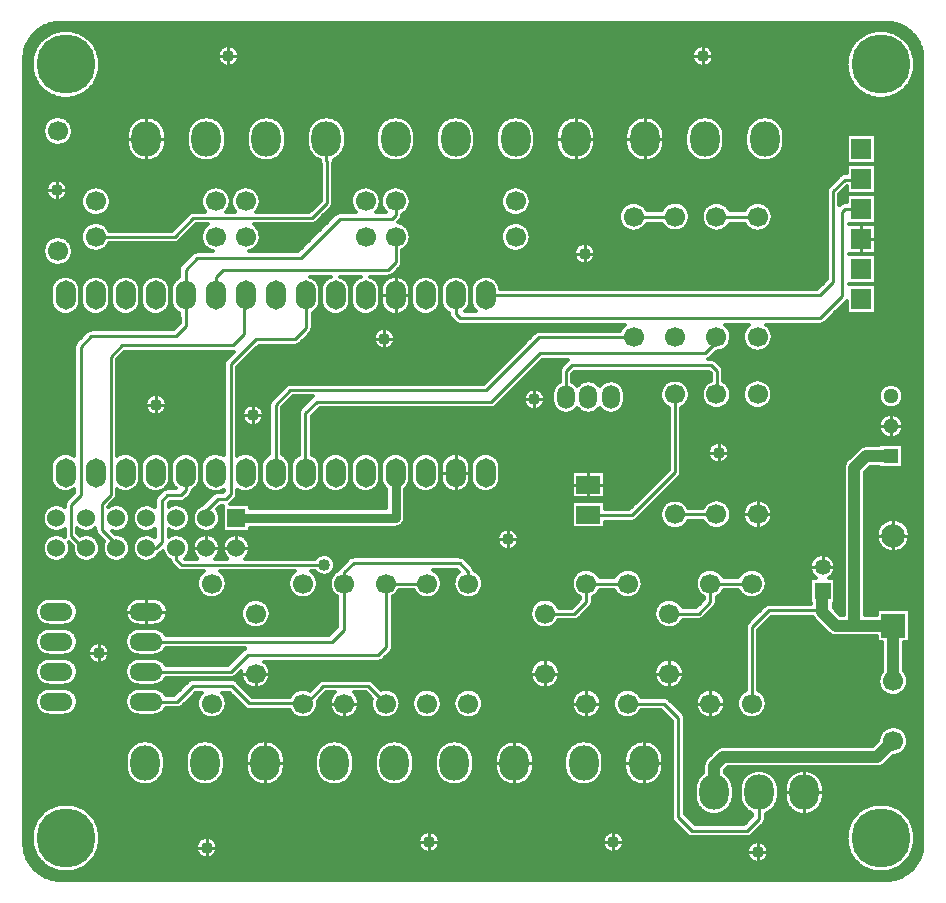
<source format=gbl>
G04 EasyPC Gerber Version 20.0.2 Build 4112 *
G04 #@! TF.Part,Single*
G04 #@! TF.FileFunction,Copper,L2,Bot *
%FSLAX35Y35*%
%MOIN*%
G04 #@! TA.AperFunction,ComponentPad*
%ADD112O,0.06000X0.07874*%
%ADD109O,0.06693X0.09843*%
G04 #@! TD.AperFunction*
%ADD21O,0.09843X0.11811*%
G04 #@! TA.AperFunction,ComponentPad*
%ADD115R,0.05039X0.05039*%
%ADD117R,0.05315X0.05315*%
%ADD111R,0.06000X0.06000*%
%ADD110R,0.06500X0.06500*%
%ADD113R,0.07874X0.07874*%
G04 #@! TD.AperFunction*
%ADD27C,0.00984*%
%ADD15C,0.01000*%
%ADD108C,0.01200*%
%ADD120C,0.03150*%
%ADD28C,0.03937*%
G04 #@! TA.AperFunction,ViaPad*
%ADD119C,0.04000*%
G04 #@! TA.AperFunction,ComponentPad*
%ADD116C,0.05039*%
%ADD118C,0.05315*%
G04 #@! TD.AperFunction*
%ADD71C,0.06000*%
%ADD18C,0.06693*%
G04 #@! TA.AperFunction,ComponentPad*
%ADD114C,0.07874*%
G04 #@! TD.AperFunction*
%ADD16C,0.19685*%
%ADD87O,0.11000X0.06000*%
%ADD70R,0.08000X0.06000*%
X0Y0D02*
D02*
D15*
X11467Y231943D02*
X9367D01*
X12967Y230443D02*
Y228343D01*
Y233443D02*
Y235543D01*
X14467Y231943D02*
X16567D01*
X22812Y112653D02*
X21863D01*
X17691Y116825*
Y127022*
X20959Y130289*
Y179817*
X24541Y183400*
X52809*
X56037Y186628*
Y196728*
X22812Y112653D02*
X24120D01*
Y112579*
X25404Y77652D02*
X23304D01*
X26904Y76152D02*
Y74052D01*
Y79152D02*
Y81252D01*
X28404Y77652D02*
X30504D01*
X32812Y112653D02*
X34117D01*
Y112579*
X27925Y118771*
Y127297*
X30993Y130366*
Y176452*
X34742Y180201*
X71606*
X75354Y183950*
Y196317*
X75902Y196864*
X37865Y91420D02*
X35765D01*
X38424Y249050D02*
X36324D01*
X42812Y112653D02*
X45960D01*
X47967Y114659*
Y128400*
X49856Y130289*
X54305*
X55998Y131982*
Y137713*
X55902Y137809*
X42812Y112653D02*
X44114D01*
Y111954*
X42846Y243644D02*
Y241543D01*
Y254455D02*
Y256553D01*
X42865Y61420D02*
X53113D01*
X58429Y66736*
X71283*
X77179Y60841*
X94633*
X94678Y60796*
X95042*
X42865Y71420D02*
X70975D01*
X76595Y77041*
X120182*
X122681Y79540*
Y100459*
X122601Y100540*
Y100783*
X42865Y81420D02*
X104708D01*
X108646Y85358*
Y100713*
X108716Y100783*
X108821*
X42865Y88920D02*
Y86820D01*
Y93920D02*
Y96020D01*
X42886Y112579D02*
X42812Y112653D01*
X44537Y160447D02*
X42437D01*
X46037Y158947D02*
Y156847D01*
Y161947D02*
Y164047D01*
X47267Y249050D02*
X49366D01*
X47537Y160447D02*
X49637D01*
X47865Y91420D02*
X49966D01*
X54811Y197954D02*
X55902Y196864D01*
X55361Y138350D02*
X55902Y137809D01*
Y136032*
Y196864D02*
Y205390D01*
X59778Y209266*
X94266*
X107337Y222337*
X124699*
X125880Y223518*
Y228038*
X125951Y228109*
Y228243*
X56015Y190189D02*
Y196864D01*
X55902*
X60312Y112653D02*
X58212D01*
X61467Y12770D02*
X59367D01*
X62812Y115153D02*
Y117253D01*
Y122653D02*
X63431D01*
Y122854*
X62967Y11270D02*
Y9170D01*
Y14270D02*
Y16370D01*
X63006Y122653D02*
Y125411D01*
X66664Y129069*
X69266*
X70880Y130683*
Y173872*
X79344Y182337*
X92297*
X95959Y185998*
Y196571*
X95902Y196628*
Y196864*
X64467Y12770D02*
X66567D01*
X65312Y112653D02*
X67412D01*
X67417Y198380D02*
X65902Y196864D01*
X68671Y276628D02*
X66571D01*
X70171Y275128D02*
Y273028D01*
Y278128D02*
Y280228D01*
X70312Y112653D02*
X68212D01*
X71671Y276628D02*
X73771D01*
X72812Y115153D02*
Y117253D01*
X75312Y112653D02*
X77412D01*
X76447Y70786D02*
X74347D01*
X76860Y156943D02*
X74760D01*
X78007Y41033D02*
X75905D01*
X78360Y155443D02*
Y153343D01*
Y158443D02*
Y160543D01*
X79294Y67940D02*
Y65840D01*
X79860Y156943D02*
X81960D01*
X82140Y70786D02*
X84240D01*
X82428Y35628D02*
Y33526D01*
Y46439D02*
Y48538D01*
X85902Y137809D02*
Y160390D01*
X90801Y165289*
X156116*
X173675Y182848*
X205074*
X205289Y183063*
X86849Y41033D02*
X88948D01*
X95042Y60796D02*
X95993D01*
X101805Y66608*
X116776*
X122601Y60783*
X102100Y107022D02*
X54588D01*
X52812Y108797*
Y112653*
X102986Y241501D02*
X102846Y241641D01*
X105975Y60783D02*
X103875D01*
X108821Y57937D02*
Y55837D01*
Y100783D02*
Y104500D01*
X111904Y107583*
X147219*
X149984Y104817*
Y100943*
X150132Y100796*
X111668Y60783D02*
X113768D01*
X120600Y182455D02*
X118500D01*
X122100Y180955D02*
Y178855D01*
Y183955D02*
Y186055D01*
X122601Y100783D02*
X136350D01*
X136362Y100796*
X123055Y196864D02*
X120956D01*
X123600Y182455D02*
X125700D01*
X125902Y192443D02*
Y190343D01*
Y201285D02*
Y203383D01*
X125951Y216372D02*
X125963Y216359D01*
Y207907*
X123464Y205407*
X68320*
X65902Y202989*
Y196864*
X128748D02*
X130848D01*
X135522Y14659D02*
X133422D01*
X137022Y13159D02*
Y11059D01*
Y16159D02*
Y18259D01*
X138522Y14659D02*
X140622D01*
X143055Y137809D02*
X140956D01*
X145902Y133388D02*
Y131287D01*
Y142230D02*
Y144328D01*
Y196864D02*
Y190780D01*
X147337Y189344*
X267455*
X274620Y196510*
Y224659*
X275565Y225604*
X281047*
X281096Y225654*
X148748Y137809D02*
X150848D01*
X155902Y196864D02*
X267297D01*
X271746Y201313*
Y231628*
X275565Y235447*
X280890*
X281096Y235654*
X161112Y41033D02*
X159011D01*
X161860Y115526D02*
X159760D01*
X163360Y114026D02*
Y111926D01*
Y117026D02*
Y119126D01*
X164860Y115526D02*
X166960D01*
X165533Y35628D02*
Y33526D01*
Y46439D02*
Y48538D01*
X169954Y41033D02*
X172055D01*
X170600Y162219D02*
X168500D01*
X172100Y160719D02*
Y158619D01*
Y163719D02*
Y165819D01*
X172886Y70801D02*
X170786D01*
X173600Y162219D02*
X175700D01*
X175732Y67955D02*
Y65855D01*
Y73648D02*
Y75748D01*
X178579Y70801D02*
X180679D01*
X181471Y249050D02*
X179370D01*
X182691Y162986D02*
Y171667D01*
X184581Y173557*
X231195*
X233006Y171746*
Y163754*
X232848Y163911*
X185892Y243644D02*
Y241542D01*
Y254455D02*
Y256554D01*
X186675Y60801D02*
X184575D01*
X186691Y133793D02*
X184590D01*
X187411Y210801D02*
X185311D01*
X188911Y209301D02*
Y207201D01*
Y212301D02*
Y214401D01*
X189522Y57955D02*
Y55855D01*
Y63648D02*
Y65748D01*
Y100801D02*
Y94728D01*
X185437Y90644*
X175890*
X175732Y90801*
X190191Y131293D02*
Y129194D01*
Y136293D02*
Y138394D01*
X190313Y249050D02*
X192413D01*
X190411Y210801D02*
X192511D01*
X192368Y60801D02*
X194468D01*
X193691Y133793D02*
X195791D01*
X197018Y14659D02*
X194918D01*
X198518Y13159D02*
Y11059D01*
Y16159D02*
Y18259D01*
X200018Y14659D02*
X202118D01*
X203291Y60801D02*
X215319D01*
X220171Y55949*
Y23006*
X224738Y18439*
X243134*
X246982Y22287*
Y30753*
X247086Y30856*
Y31191*
X203291Y100801D02*
X189522D01*
X204211Y41033D02*
X202110D01*
X204576Y249050D02*
X202476D01*
X205289Y223063D02*
X218959D01*
X219030Y223134*
X208632Y35628D02*
Y33526D01*
Y46439D02*
Y48538D01*
X208997Y243644D02*
Y241542D01*
Y254455D02*
Y256554D01*
X213053Y41033D02*
X215153D01*
X213419Y249050D02*
X215519D01*
X214244Y70801D02*
X212144D01*
X217091Y67955D02*
Y65855D01*
Y73648D02*
Y75748D01*
Y90801D02*
X226923D01*
X230850Y94728*
Y100801*
X219030Y123894D02*
X232831D01*
X232848Y123911*
X219030Y163894D02*
Y137848D01*
X204699Y123518*
X190467*
X190191Y123793*
X219937Y70801D02*
X222037D01*
X226821Y276628D02*
X224721D01*
X228004Y60801D02*
X225904D01*
X228321Y275128D02*
Y273028D01*
Y278128D02*
Y280228D01*
X229821Y276628D02*
X231921D01*
X230850Y57955D02*
Y55855D01*
Y63648D02*
Y65748D01*
Y100801D02*
X244650D01*
X232096Y144423D02*
X229996D01*
X232848Y183063D02*
Y181431D01*
X228951Y177533*
X173911*
X157809Y161431*
X99659*
X95841Y157612*
Y138106*
X95902Y138045*
Y137809*
X232848Y223063D02*
X246620D01*
X246628Y223055*
X233596Y142923D02*
Y140823D01*
Y145923D02*
Y148023D01*
X233697Y60801D02*
X235797D01*
X235096Y144423D02*
X237196D01*
X243762Y123922D02*
X241662D01*
X244650Y60801D02*
Y86175D01*
X250319Y91844*
X268154*
X245089Y11313D02*
X242989D01*
X246589Y9813D02*
Y7713D01*
Y12813D02*
Y14913D01*
X246608Y121075D02*
Y118975D01*
Y126768D02*
Y128868D01*
X247086Y31191D02*
X249050D01*
X248089Y11313D02*
X250189D01*
X249455Y123922D02*
X251555D01*
X257665Y31191D02*
X255565D01*
X262086Y25785D02*
Y23685D01*
Y36596D02*
Y38694D01*
X266085Y106303D02*
X263985D01*
X266507Y31191D02*
X268606D01*
X268242Y108461D02*
Y110561D01*
X270400Y106303D02*
X272500D01*
X281096Y212904D02*
Y210804D01*
Y218404D02*
Y220505D01*
X283846Y215654D02*
X285946D01*
X288348Y116805D02*
X286248D01*
X289037Y153281D02*
X286937D01*
X291057Y151262D02*
Y149162D01*
Y155301D02*
Y157401D01*
X291785Y113368D02*
Y111268D01*
Y120242D02*
Y122342D01*
X293077Y153281D02*
X295177D01*
X295222Y116805D02*
X297322D01*
D02*
D16*
X15998Y15998D03*
Y273872D03*
X287652Y15998D03*
Y273872D03*
D02*
D18*
X13360Y211647D03*
Y251647D03*
X25995Y216372D03*
Y228243D03*
X64647Y60783D03*
Y100783D03*
X65995Y216372D03*
Y228243D03*
X75967Y216372D03*
X75979Y228243D03*
X79294Y70786D03*
Y90786D03*
X95042Y60796D03*
Y100796D03*
X108821Y60783D03*
Y100783D03*
X115967Y216372D03*
X115979Y228243D03*
X122601Y60783D03*
Y100783D03*
X125951Y216372D03*
Y228243D03*
X136362Y60796D03*
Y100796D03*
X150132Y60796D03*
Y100796D03*
X165951Y216372D03*
Y228243D03*
X175732Y70801D03*
Y90801D03*
X189522Y60801D03*
Y100801D03*
X203291Y60801D03*
Y100801D03*
X205289Y183063D03*
Y223063D03*
X217091Y70801D03*
Y90801D03*
X219030Y123894D03*
Y163894D03*
Y183134D03*
Y223134D03*
X230850Y60801D03*
Y100801D03*
X232848Y123911D03*
Y163911D03*
Y183063D03*
Y223063D03*
X244650Y60801D03*
Y100801D03*
X246608Y123922D03*
Y163922D03*
X246628Y183055D03*
Y223055D03*
X291766Y48301D03*
Y68301D03*
D02*
D70*
X190191Y123793D03*
Y133793D03*
D02*
D71*
X12812Y112653D03*
Y122653D03*
X22812Y112653D03*
Y122653D03*
X32812Y112653D03*
Y122653D03*
X42812Y112653D03*
Y122653D03*
X52812Y112653D03*
Y122653D03*
X62812Y112653D03*
Y122653D03*
X72812Y112653D03*
D02*
D21*
X42428Y41033D03*
X42846Y249050D03*
X62428Y41033D03*
X62846Y249050D03*
X82428Y41033D03*
X82846Y249050D03*
X102846D03*
X105533Y41033D03*
X125533D03*
X125892Y249050D03*
X145533Y41033D03*
X145892Y249050D03*
X165533Y41033D03*
X165892Y249050D03*
X185892D03*
X188632Y41033D03*
X208632D03*
X208997Y249050D03*
X228997D03*
X232086Y31191D03*
X247086D03*
X248997Y249050D03*
X262086Y31191D03*
D02*
D27*
X25995Y216372D02*
X52237D01*
X58485Y222620*
X97988*
X102986Y227618*
Y241501*
X102846Y241641D02*
Y249050D01*
D02*
D28*
X232086Y31191D02*
Y39980D01*
X235171Y43065*
X286530*
X291766Y48301*
X268154Y91844D02*
Y98341D01*
X268242Y98429*
X278793Y86805D02*
X272652D01*
X268154Y91303*
Y91844*
X291057Y143281D02*
X282770D01*
X278793Y139305*
Y86805*
X291766Y68301D02*
Y86785D01*
X291785Y86805*
X278793*
D02*
D87*
X12865Y61420D03*
Y71420D03*
Y81420D03*
Y91420D03*
X42865Y61420D03*
Y71420D03*
Y81420D03*
Y91420D03*
D02*
D108*
X2158Y13875D02*
X2173Y13280D01*
X2219Y12685*
X2294Y12094*
X2398Y11507*
X2533Y10927*
X2696Y10354*
X2888Y9789*
X3109Y9236*
X3357Y8694*
X3632Y8165*
X3934Y7651*
X4261Y7153*
X4613Y6672*
X4989Y6209*
X5388Y5767*
X5808Y5344*
X6250Y4944*
X6711Y4566*
X7190Y4212*
X7687Y3883*
X8200Y3580*
X8728Y3302*
X9269Y3052*
X9821Y2829*
X10385Y2634*
X10957Y2469*
X11537Y2332*
X12124Y2225*
X12715Y2147*
X13312Y2100*
X290893*
X291491Y2178*
X292084Y2285*
X292671Y2424*
X293250Y2591*
X293820Y2789*
X294380Y3015*
X294926Y3269*
X295459Y3551*
X295978Y3859*
X296479Y4194*
X296963Y4554*
X297428Y4938*
X297873Y5346*
X298296Y5775*
X298697Y6226*
X299074Y6696*
X299427Y7186*
X299754Y7693*
X300056Y8215*
X300330Y8752*
X300576Y9303*
X300793Y9865*
X300982Y10438*
X301142Y11020*
X301271Y11609*
X301370Y12204*
X301439Y12809*
Y275066*
X301463Y275499*
X301471Y275933*
X301455Y276539*
X301408Y277144*
X301331Y277745*
X301222Y278342*
X301083Y278933*
X300915Y279515*
X300716Y280089*
X300488Y280651*
X300231Y281200*
X299947Y281736*
X299635Y282257*
X299298Y282761*
X298934Y283246*
X298546Y283713*
X298135Y284159*
X297702Y284583*
X297247Y284985*
X296772Y285363*
X296279Y285715*
X295768Y286042*
X295241Y286343*
X294699Y286615*
X294144Y286860*
X293577Y287076*
X293000Y287262*
X292413Y287419*
X291820Y287545*
X291221Y287641*
X290618Y287705*
X290012Y287739*
X289406Y287741*
X288793Y287712*
X13990*
X13391Y287698*
X12794Y287653*
X12200Y287578*
X11610Y287474*
X11026Y287339*
X10450Y287175*
X9883Y286982*
X9326Y286761*
X8782Y286512*
X8251Y286235*
X7734Y285932*
X7234Y285603*
X6751Y285249*
X6286Y284871*
X5841Y284470*
X5417Y284046*
X5015Y283602*
X4637Y283139*
X4281Y282656*
X3952Y282156*
X3647Y281641*
X3370Y281110*
X3119Y280566*
X2897Y280010*
X2703Y279443*
X2538Y278868*
X2402Y278284*
X2296Y277695*
X2220Y277101*
X2174Y276504*
X2158Y275901*
Y275880*
Y13875*
X36324Y250032D02*
X36340Y250477D01*
X36385Y250920*
X36461Y251359*
X36567Y251791*
X36701Y252216*
X36865Y252630*
X37056Y253032*
X37274Y253420*
X37518Y253793*
X37787Y254147*
X38080Y254483*
X38394Y254798*
X38730Y255090*
X39085Y255359*
X39457Y255603*
X39845Y255821*
X40247Y256013*
X40661Y256176*
X41086Y256311*
X41519Y256416*
X41957Y256492*
X42400Y256537*
X42845Y256553*
X43290Y256537*
X43733Y256492*
X44171Y256416*
X44604Y256311*
X45028Y256176*
X45443Y256013*
X45844Y255821*
X46233Y255603*
X46605Y255359*
X46960Y255090*
X47295Y254798*
X47610Y254483*
X47903Y254147*
X48172Y253793*
X48416Y253420*
X48634Y253032*
X48825Y252630*
X48989Y252216*
X49123Y251791*
X49229Y251359*
X49304Y250920*
X49350Y250477*
X49366Y250032*
Y248064*
X49350Y247619*
X49305Y247176*
X49229Y246737*
X49124Y246305*
X48989Y245880*
X48826Y245466*
X48634Y245064*
X48416Y244676*
X48172Y244304*
X47903Y243949*
X47611Y243613*
X47296Y243298*
X46960Y243006*
X46606Y242737*
X46233Y242493*
X45845Y242275*
X45443Y242083*
X45029Y241920*
X44604Y241785*
X44172Y241680*
X43733Y241604*
X43290Y241559*
X42845Y241543*
X42400Y241559*
X41957Y241604*
X41519Y241680*
X41086Y241785*
X40662Y241920*
X40248Y242083*
X39846Y242275*
X39457Y242493*
X39085Y242737*
X38730Y243006*
X38395Y243298*
X38080Y243613*
X37787Y243949*
X37519Y244304*
X37274Y244676*
X37056Y245064*
X36865Y245466*
X36702Y245880*
X36567Y246305*
X36461Y246737*
X36386Y247176*
X36340Y247619*
X36324Y248064*
Y250032*
X56324D02*
X56340Y250477D01*
X56385Y250920*
X56461Y251359*
X56567Y251791*
X56701Y252216*
X56865Y252630*
X57056Y253032*
X57274Y253420*
X57518Y253793*
X57787Y254147*
X58080Y254483*
X58394Y254798*
X58730Y255090*
X59085Y255359*
X59457Y255603*
X59845Y255821*
X60247Y256013*
X60661Y256176*
X61086Y256311*
X61519Y256416*
X61957Y256492*
X62400Y256537*
X62845Y256553*
X63290Y256537*
X63733Y256492*
X64171Y256416*
X64604Y256311*
X65028Y256176*
X65443Y256013*
X65844Y255821*
X66233Y255603*
X66605Y255359*
X66960Y255090*
X67295Y254798*
X67610Y254483*
X67903Y254147*
X68172Y253793*
X68416Y253420*
X68634Y253032*
X68825Y252630*
X68989Y252216*
X69123Y251791*
X69229Y251359*
X69304Y250920*
X69350Y250477*
X69366Y250032*
Y248064*
X69350Y247619*
X69305Y247176*
X69229Y246737*
X69124Y246305*
X68989Y245880*
X68826Y245466*
X68634Y245064*
X68416Y244676*
X68172Y244304*
X67903Y243949*
X67611Y243613*
X67296Y243298*
X66960Y243006*
X66606Y242737*
X66233Y242493*
X65845Y242275*
X65443Y242083*
X65029Y241920*
X64604Y241785*
X64172Y241680*
X63733Y241604*
X63290Y241559*
X62845Y241543*
X62400Y241559*
X61957Y241604*
X61519Y241680*
X61086Y241785*
X60662Y241920*
X60248Y242083*
X59846Y242275*
X59457Y242493*
X59085Y242737*
X58730Y243006*
X58395Y243298*
X58080Y243613*
X57787Y243949*
X57519Y244304*
X57274Y244676*
X57056Y245064*
X56865Y245466*
X56702Y245880*
X56567Y246305*
X56461Y246737*
X56386Y247176*
X56340Y247619*
X56324Y248064*
Y250032*
X125951Y233189D02*
X126341Y233174D01*
X126728Y233128*
X127111Y233052*
X127487Y232945*
X127853Y232809*
X128207Y232645*
X128547Y232454*
X128871Y232236*
X129177Y231993*
X129463Y231727*
X129726Y231439*
X129967Y231132*
X130182Y230806*
X130371Y230465*
X130532Y230109*
X130665Y229742*
X130769Y229366*
X130842Y228982*
X130885Y228594*
X130897Y228204*
X130879Y227815*
X130830Y227428*
X130750Y227045*
X130641Y226670*
X130502Y226306*
X130335Y225953*
X130141Y225614*
X129920Y225292*
X129676Y224988*
X129407Y224705*
X129118Y224443*
X128808Y224206*
X128481Y223993*
X128137Y223806*
Y223518*
X128123Y223265*
X128081Y223015*
X128011Y222772*
X127914Y222538*
X127791Y222317*
X127645Y222110*
X127476Y221921*
X126800Y221245*
X127177Y221164*
X127546Y221054*
X127906Y220915*
X128254Y220749*
X128588Y220556*
X128906Y220338*
X129206Y220096*
X129486Y219831*
X129745Y219545*
X129981Y219240*
X130192Y218918*
X130377Y218580*
X130536Y218228*
X130667Y217865*
X130769Y217494*
X130841Y217115*
X130884Y216732*
X130897Y216346*
X130880Y215961*
X130833Y215579*
X130757Y215201*
X130651Y214830*
X130517Y214469*
X130354Y214119*
X130165Y213782*
X129951Y213462*
X129712Y213159*
X129450Y212876*
X129167Y212614*
X128865Y212375*
X128544Y212160*
X128208Y211970*
Y207907*
X128194Y207654*
X128152Y207405*
X128082Y207162*
X127986Y206929*
X127864Y206707*
X127718Y206501*
X127549Y206313*
X125066Y203817*
X124877Y203647*
X124670Y203499*
X124448Y203376*
X124213Y203278*
X123969Y203207*
X123718Y203164*
X123464Y203150*
X117404*
X117771Y203017*
X118126Y202856*
X118467Y202667*
X118793Y202451*
X119100Y202211*
X119387Y201947*
X119653Y201662*
X119895Y201356*
X120113Y201033*
X120304Y200693*
X120469Y200339*
X120604Y199973*
X120710Y199598*
X120787Y199216*
X120833Y198828*
X120848Y198438*
Y195288*
X120833Y194900*
X120787Y194514*
X120711Y194133*
X120606Y193760*
X120472Y193396*
X120309Y193043*
X120119Y192704*
X119904Y192381*
X119663Y192076*
X119399Y191791*
X119114Y191528*
X118809Y191287*
X118486Y191071*
X118147Y190881*
X117794Y190719*
X117430Y190585*
X117057Y190479*
X116676Y190404*
X116291Y190358*
X115902Y190343*
X115514Y190358*
X115128Y190404*
X114748Y190479*
X114374Y190585*
X114010Y190719*
X113657Y190881*
X113318Y191071*
X112995Y191287*
X112690Y191528*
X112405Y191791*
X112142Y192076*
X111901Y192381*
X111685Y192704*
X111496Y193043*
X111333Y193396*
X111199Y193760*
X111093Y194134*
X111018Y194515*
X110972Y194900*
X110956Y195288*
Y198438*
X110972Y198828*
X111018Y199215*
X111094Y199597*
X111200Y199972*
X111336Y200338*
X111500Y200692*
X111691Y201032*
X111908Y201356*
X112150Y201661*
X112416Y201946*
X112704Y202210*
X113011Y202450*
X113336Y202666*
X113677Y202855*
X114032Y203017*
X114400Y203150*
X107404*
X107771Y203017*
X108126Y202856*
X108467Y202667*
X108793Y202451*
X109100Y202211*
X109387Y201947*
X109653Y201662*
X109895Y201356*
X110113Y201033*
X110304Y200693*
X110469Y200339*
X110604Y199973*
X110710Y199598*
X110787Y199216*
X110833Y198828*
X110848Y198438*
Y195288*
X110833Y194900*
X110787Y194514*
X110711Y194133*
X110606Y193760*
X110472Y193396*
X110309Y193043*
X110119Y192704*
X109904Y192381*
X109663Y192076*
X109399Y191791*
X109114Y191528*
X108809Y191287*
X108486Y191071*
X108147Y190881*
X107794Y190719*
X107430Y190585*
X107057Y190479*
X106676Y190404*
X106291Y190358*
X105902Y190343*
X105514Y190358*
X105128Y190404*
X104748Y190479*
X104374Y190585*
X104010Y190719*
X103657Y190881*
X103318Y191071*
X102995Y191287*
X102690Y191528*
X102405Y191791*
X102142Y192076*
X101901Y192381*
X101685Y192704*
X101496Y193043*
X101333Y193396*
X101199Y193760*
X101093Y194134*
X101018Y194515*
X100972Y194900*
X100956Y195288*
Y198438*
X100972Y198828*
X101018Y199215*
X101094Y199597*
X101200Y199972*
X101336Y200338*
X101500Y200692*
X101691Y201032*
X101908Y201356*
X102150Y201661*
X102416Y201946*
X102704Y202210*
X103011Y202450*
X103336Y202666*
X103677Y202855*
X104032Y203017*
X104400Y203150*
X97404*
X97771Y203017*
X98126Y202856*
X98467Y202667*
X98793Y202451*
X99100Y202211*
X99387Y201947*
X99653Y201662*
X99895Y201356*
X100113Y201033*
X100304Y200693*
X100469Y200339*
X100604Y199973*
X100710Y199598*
X100787Y199216*
X100833Y198828*
X100848Y198438*
Y195288*
X100833Y194906*
X100789Y194525*
X100715Y194150*
X100613Y193781*
X100482Y193421*
X100324Y193072*
X100139Y192737*
X99929Y192417*
X99694Y192114*
X99438Y191830*
X99160Y191567*
X98862Y191326*
X98547Y191109*
X98216Y190917*
Y185998*
X98202Y185745*
X98159Y185496*
X98089Y185252*
X97993Y185019*
X97870Y184797*
X97724Y184590*
X97554Y184401*
X93894Y180741*
X93706Y180572*
X93499Y180426*
X93277Y180303*
X93043Y180206*
X92800Y180136*
X92550Y180094*
X92297Y180079*
X80280*
X73137Y172937*
Y143483*
X73462Y143685*
X73802Y143860*
X74154Y144009*
X74516Y144130*
X74887Y144223*
X75264Y144287*
X75644Y144322*
X76027Y144327*
X76408Y144302*
X76787Y144248*
X77159Y144166*
X77525Y144054*
X77881Y143915*
X78225Y143749*
X78555Y143556*
X78869Y143339*
X79166Y143098*
X79443Y142835*
X79699Y142552*
X79932Y142249*
X80142Y141929*
X80326Y141594*
X80483Y141246*
X80613Y140887*
X80715Y140519*
X80789Y140144*
X80833Y139765*
X80848Y139383*
Y136233*
X80833Y135851*
X80789Y135472*
X80716Y135096*
X80614Y134728*
X80484Y134369*
X80326Y134021*
X80143Y133686*
X79933Y133366*
X79700Y133063*
X79444Y132780*
X79167Y132517*
X78870Y132276*
X78555Y132058*
X78225Y131866*
X77881Y131700*
X77525Y131560*
X77159Y131449*
X76786Y131366*
X76407Y131313*
X76026Y131288*
X75644Y131293*
X75263Y131328*
X74886Y131392*
X74515Y131485*
X74153Y131606*
X73801Y131755*
X73461Y131931*
X73137Y132132*
Y130683*
X73123Y130430*
X73081Y130181*
X73011Y129937*
X72914Y129704*
X72791Y129482*
X72645Y129275*
X72476Y129086*
X70863Y127473*
X70739Y127358*
X70607Y127253*
X77413*
Y125828*
X122727*
Y132441*
X122436Y132705*
X122167Y132991*
X121922Y133298*
X121701Y133623*
X121507Y133965*
X121341Y134320*
X121204Y134688*
X121096Y135066*
X121019Y135451*
X120972Y135841*
X120956Y136233*
Y139383*
X120972Y139771*
X121017Y140157*
X121093Y140537*
X121199Y140911*
X121333Y141275*
X121496Y141628*
X121685Y141967*
X121901Y142290*
X122142Y142595*
X122406Y142880*
X122691Y143143*
X122996Y143384*
X123319Y143600*
X123657Y143789*
X124010Y143952*
X124374Y144086*
X124748Y144192*
X125129Y144267*
X125514Y144313*
X125902Y144328*
X126291Y144313*
X126676Y144267*
X127057Y144192*
X127431Y144086*
X127795Y143952*
X128148Y143789*
X128487Y143600*
X128809Y143384*
X129115Y143143*
X129400Y142880*
X129663Y142594*
X129904Y142289*
X130119Y141967*
X130309Y141628*
X130472Y141275*
X130606Y140911*
X130711Y140537*
X130787Y140156*
X130833Y139771*
X130848Y139383*
Y136233*
X130832Y135841*
X130785Y135450*
X130708Y135065*
X130600Y134688*
X130463Y134320*
X130296Y133964*
X130102Y133622*
X129882Y133297*
X129636Y132990*
X129367Y132704*
X129076Y132440*
Y122653*
X129061Y122342*
X129015Y122033*
X128940Y121731*
X128835Y121438*
X128702Y121156*
X128541Y120889*
X128356Y120639*
X128147Y120408*
X127916Y120198*
X127666Y120013*
X127398Y119852*
X127117Y119719*
X126823Y119614*
X126521Y119539*
X126213Y119493*
X125902Y119478*
X77413*
Y118052*
X68212*
Y126811*
X67599*
X66364Y125576*
X66577Y125296*
X66768Y125000*
X66935Y124691*
X67079Y124370*
X67198Y124039*
X67291Y123700*
X67358Y123354*
X67399Y123005*
X67412Y122653*
X67396Y122273*
X67350Y121896*
X67272Y121524*
X67163Y121159*
X67025Y120805*
X66858Y120463*
X66664Y120137*
X66443Y119827*
X66197Y119537*
X65928Y119268*
X65638Y119022*
X65329Y118802*
X65002Y118607*
X64661Y118440*
X64307Y118302*
X63943Y118193*
X63571Y118115*
X63194Y118068*
X62814Y118052*
X62434Y118068*
X62057Y118115*
X61685Y118193*
X61320Y118301*
X60966Y118439*
X60624Y118606*
X60297Y118801*
X59988Y119022*
X59698Y119267*
X59429Y119536*
X59183Y119826*
X58962Y120136*
X58768Y120462*
X58601Y120804*
X58463Y121157*
X58354Y121522*
X58276Y121894*
X58228Y122271*
X58212Y122653*
X58227Y123017*
X58270Y123380*
X58342Y123737*
X58442Y124088*
X58570Y124430*
X58724Y124761*
X58904Y125078*
X59109Y125380*
X59337Y125665*
X59586Y125931*
X59856Y126177*
X60145Y126400*
X60450Y126600*
X60771Y126774*
X61104Y126923*
X61449Y127046*
X65067Y130665*
X65256Y130833*
X65463Y130980*
X65684Y131102*
X65918Y131199*
X66161Y131269*
X66411Y131312*
X66664Y131326*
X68331*
X68622Y131618*
Y132102*
X68285Y131899*
X67932Y131723*
X67566Y131576*
X67190Y131458*
X66805Y131370*
X66415Y131314*
X66022Y131289*
X65628Y131295*
X65235Y131333*
X64847Y131402*
X64465Y131501*
X64093Y131631*
X63732Y131789*
X63385Y131976*
X63054Y132191*
X62741Y132430*
X62448Y132694*
X62177Y132981*
X61930Y133288*
X61707Y133614*
X61512Y133956*
X61345Y134313*
X61206Y134683*
X61098Y135062*
X61020Y135448*
X60973Y135840*
X60956Y136233*
Y139383*
X60972Y139777*
X61019Y140168*
X61097Y140555*
X61206Y140934*
X61344Y141303*
X61512Y141660*
X61707Y142003*
X61929Y142329*
X62176Y142636*
X62447Y142922*
X62740Y143187*
X63053Y143426*
X63384Y143641*
X63731Y143828*
X64093Y143986*
X64465Y144116*
X64846Y144215*
X65235Y144284*
X65627Y144322*
X66022Y144328*
X66415Y144303*
X66806Y144246*
X67190Y144159*
X67567Y144041*
X67932Y143894*
X68285Y143718*
X68622Y143513*
Y173872*
X68637Y174125*
X68679Y174374*
X68749Y174618*
X68846Y174852*
X68969Y175073*
X69115Y175280*
X69284Y175469*
X71943Y178128*
X71774Y178107*
X71603Y178101*
X35612*
X33093Y175582*
Y143454*
X33418Y143659*
X33757Y143839*
X34109Y143992*
X34472Y144117*
X34844Y144214*
X35222Y144281*
X35604Y144319*
X35988Y144327*
X36372Y144306*
X36752Y144254*
X37128Y144174*
X37496Y144064*
X37854Y143926*
X38201Y143761*
X38534Y143569*
X38851Y143352*
X39150Y143111*
X39430Y142848*
X39688Y142564*
X39923Y142261*
X40134Y141940*
X40320Y141604*
X40479Y141254*
X40611Y140893*
X40714Y140523*
X40788Y140146*
X40832Y139765*
X40848Y139383*
Y136233*
X40833Y135849*
X40789Y135468*
X40715Y135091*
X40611Y134721*
X40480Y134360*
X40321Y134010*
X40135Y133674*
X39924Y133353*
X39688Y133050*
X39430Y132765*
X39150Y132502*
X38851Y132261*
X38534Y132044*
X38201Y131852*
X37854Y131687*
X37496Y131549*
X37128Y131440*
X36752Y131359*
X36371Y131308*
X35988Y131286*
X35604Y131294*
X35221Y131333*
X34843Y131400*
X34471Y131497*
X34108Y131622*
X33756Y131776*
X33417Y131956*
X33093Y132162*
Y130366*
X33080Y130131*
X33041Y129898*
X32975Y129672*
X32885Y129454*
X32771Y129248*
X32635Y129056*
X32478Y128881*
X30025Y126428*
Y126312*
X30335Y126529*
X30662Y126719*
X31003Y126882*
X31357Y127017*
X31720Y127121*
X32091Y127196*
X32467Y127240*
X32845Y127253*
X33223Y127235*
X33598Y127186*
X33968Y127106*
X34330Y126996*
X34682Y126856*
X35021Y126689*
X35345Y126493*
X35652Y126272*
X35940Y126026*
X36207Y125758*
X36450Y125469*
X36670Y125160*
X36863Y124834*
X37028Y124494*
X37165Y124141*
X37273Y123779*
X37350Y123408*
X37397Y123033*
X37412Y122653*
X37397Y122276*
X37351Y121902*
X37274Y121533*
X37167Y121171*
X37031Y120820*
X36867Y120480*
X36676Y120156*
X36459Y119848*
X36217Y119558*
X35952Y119290*
X35666Y119044*
X35361Y118822*
X35039Y118627*
X34702Y118458*
X34352Y118317*
X33991Y118206*
X33623Y118124*
X33250Y118073*
X32873Y118053*
X32496Y118063*
X32122Y118105*
X31752Y118176*
X31387Y118279*
X32429Y117237*
X32809Y117253*
X33189Y117237*
X33567Y117191*
X33939Y117113*
X34303Y117004*
X34657Y116866*
X34999Y116699*
X35326Y116505*
X35635Y116284*
X35926Y116038*
X36194Y115769*
X36441Y115479*
X36661Y115170*
X36856Y114843*
X37023Y114502*
X37161Y114148*
X37270Y113783*
X37348Y113411*
X37396Y113034*
X37412Y112653*
X37396Y112273*
X37350Y111896*
X37272Y111524*
X37163Y111159*
X37025Y110805*
X36858Y110463*
X36664Y110137*
X36443Y109827*
X36197Y109537*
X35928Y109268*
X35638Y109022*
X35329Y108802*
X35002Y108607*
X34661Y108440*
X34307Y108302*
X33943Y108193*
X33571Y108115*
X33194Y108068*
X32814Y108052*
X32434Y108068*
X32057Y108115*
X31685Y108193*
X31320Y108301*
X30966Y108439*
X30624Y108606*
X30297Y108801*
X29988Y109022*
X29698Y109267*
X29429Y109536*
X29183Y109826*
X28962Y110136*
X28768Y110462*
X28601Y110804*
X28463Y111157*
X28354Y111522*
X28276Y111894*
X28228Y112271*
X28212Y112653*
X28225Y112991*
X28262Y113327*
X28324Y113659*
X28410Y113986*
X28520Y114306*
X28653Y114617*
X28809Y114918*
X26440Y117286*
X26283Y117462*
X26146Y117654*
X26033Y117860*
X25943Y118078*
X25878Y118304*
X25838Y118537*
X25825Y118771*
Y119176*
X25539Y118948*
X25237Y118743*
X24919Y118563*
X24587Y118409*
X24245Y118281*
X23893Y118181*
X23535Y118110*
X23172Y118067*
X22807Y118053*
X22442Y118068*
X22079Y118111*
X21720Y118184*
X21369Y118285*
X21027Y118413*
X20696Y118568*
X20378Y118749*
X20076Y118954*
X19791Y119184*
Y117694*
X20731Y116755*
X21072Y116911*
X21425Y117038*
X21787Y117137*
X22156Y117205*
X22529Y117243*
X22904Y117251*
X23279Y117228*
X23650Y117175*
X24016Y117092*
X24374Y116979*
X24721Y116837*
X25056Y116667*
X25376Y116471*
X25678Y116249*
X25962Y116004*
X26224Y115736*
X26465Y115447*
X26680Y115140*
X26870Y114817*
X27033Y114478*
X27168Y114128*
X27274Y113769*
X27350Y113401*
X27396Y113029*
X27412Y112653*
X27396Y112273*
X27350Y111896*
X27272Y111524*
X27163Y111159*
X27025Y110805*
X26858Y110463*
X26664Y110137*
X26443Y109827*
X26197Y109537*
X25928Y109268*
X25638Y109022*
X25329Y108802*
X25002Y108607*
X24661Y108440*
X24307Y108302*
X23943Y108193*
X23571Y108115*
X23194Y108068*
X22814Y108052*
X22434Y108068*
X22057Y108115*
X21685Y108193*
X21320Y108301*
X20966Y108439*
X20624Y108606*
X20297Y108801*
X19988Y109022*
X19698Y109267*
X19429Y109536*
X19183Y109826*
X18962Y110136*
X18768Y110462*
X18601Y110804*
X18463Y111157*
X18354Y111522*
X18276Y111894*
X18228Y112271*
X18212Y112653*
X18223Y112972*
X18256Y113289*
X17008Y114537*
X17130Y114238*
X17231Y113930*
X17310Y113617*
X17367Y113298*
X17401Y112976*
X17412Y112653*
X17396Y112273*
X17350Y111896*
X17272Y111524*
X17163Y111159*
X17025Y110805*
X16858Y110463*
X16664Y110137*
X16443Y109827*
X16197Y109537*
X15928Y109268*
X15638Y109022*
X15329Y108802*
X15002Y108607*
X14661Y108440*
X14307Y108302*
X13943Y108193*
X13571Y108115*
X13194Y108068*
X12814Y108052*
X12434Y108068*
X12057Y108115*
X11685Y108193*
X11320Y108301*
X10966Y108439*
X10624Y108606*
X10297Y108801*
X9988Y109022*
X9698Y109267*
X9429Y109536*
X9183Y109826*
X8962Y110136*
X8768Y110462*
X8601Y110804*
X8463Y111157*
X8354Y111522*
X8276Y111894*
X8228Y112271*
X8212Y112653*
X8227Y113020*
X8271Y113386*
X8344Y113746*
X8446Y114100*
X8575Y114444*
X8732Y114778*
X8915Y115097*
X9123Y115400*
X9354Y115687*
X9608Y115953*
X9882Y116199*
X10175Y116422*
X10485Y116620*
X10809Y116794*
X11147Y116941*
X11495Y117060*
X11852Y117151*
X12214Y117213*
X12581Y117246*
X12949Y117250*
X13316Y117225*
X13680Y117170*
X14038Y117086*
X14388Y116974*
X14729Y116834*
X15057Y116668*
X15370Y116476*
X15669Y116258*
X15626Y116444*
X15600Y116634*
X15591Y116825*
Y118987*
X15281Y118771*
X14954Y118582*
X14612Y118420*
X14259Y118286*
X13895Y118182*
X13525Y118108*
X13149Y118065*
X12771Y118053*
X12394Y118072*
X12019Y118122*
X11650Y118202*
X11288Y118313*
X10937Y118452*
X10598Y118620*
X10275Y118816*
X9969Y119037*
X9681Y119283*
X9415Y119551*
X9172Y119841*
X8953Y120149*
X8761Y120474*
X8595Y120814*
X8459Y121167*
X8351Y121529*
X8274Y121899*
X8228Y122274*
X8212Y122653*
X8228Y123030*
X8274Y123406*
X8351Y123776*
X8458Y124138*
X8595Y124491*
X8760Y124831*
X8952Y125156*
X9171Y125464*
X9414Y125754*
X9680Y126022*
X9967Y126268*
X10273Y126489*
X10597Y126685*
X10935Y126853*
X11287Y126993*
X11648Y127103*
X12017Y127184*
X12392Y127234*
X12770Y127253*
X13148Y127241*
X13523Y127198*
X13894Y127124*
X14257Y127020*
X14611Y126887*
X14952Y126725*
X15280Y126535*
X15591Y126319*
Y127022*
X15604Y127257*
X15644Y127489*
X15709Y127715*
X15799Y127933*
X15913Y128139*
X16049Y128331*
X16206Y128507*
X18859Y131159*
Y132268*
X18537Y132047*
X18198Y131852*
X17845Y131685*
X17480Y131546*
X17106Y131436*
X16723Y131356*
X16336Y131307*
X15946Y131288*
X15556Y131300*
X15167Y131343*
X14784Y131416*
X14407Y131519*
X14040Y131652*
X13685Y131813*
X13343Y132001*
X13017Y132216*
X12709Y132456*
X12421Y132720*
X12155Y133006*
X11912Y133311*
X11694Y133635*
X11502Y133976*
X11337Y134330*
X11202Y134696*
X11095Y135072*
X11018Y135455*
X10972Y135843*
X10956Y136233*
Y139383*
X10972Y139773*
X11018Y140161*
X11094Y140544*
X11201Y140919*
X11337Y141285*
X11501Y141640*
X11693Y141980*
X11911Y142304*
X12154Y142610*
X12420Y142896*
X12708Y143159*
X13016Y143400*
X13342Y143615*
X13684Y143804*
X14040Y143965*
X14407Y144098*
X14784Y144201*
X15167Y144274*
X15556Y144317*
X15946Y144329*
X16336Y144310*
X16724Y144261*
X17106Y144181*
X17481Y144071*
X17846Y143932*
X18198Y143765*
X18537Y143570*
X18859Y143348*
Y179817*
X18872Y180052*
X18911Y180284*
X18977Y180511*
X19067Y180728*
X19181Y180934*
X19317Y181126*
X19474Y181302*
X23056Y184885*
X23232Y185042*
X23425Y185178*
X23631Y185292*
X23849Y185382*
X24076Y185447*
X24308Y185486*
X24544Y185500*
X51939*
X53937Y187498*
Y189306*
X53859Y189519*
X53803Y189738*
X53769Y189962*
X53758Y190189*
Y190831*
X53431Y191004*
X53117Y191201*
X52820Y191421*
X52539Y191662*
X52278Y191924*
X52036Y192204*
X51817Y192502*
X51620Y192815*
X51447Y193142*
X51299Y193481*
X51177Y193830*
X51081Y194188*
X51012Y194551*
X50971Y194919*
X50956Y195288*
Y198438*
X50972Y198825*
X51017Y199209*
X51092Y199589*
X51197Y199962*
X51331Y200326*
X51493Y200678*
X51681Y201016*
X51896Y201338*
X52135Y201643*
X52398Y201928*
X52681Y202191*
X52985Y202432*
X53307Y202648*
X53644Y202838*
Y205390*
X53658Y205643*
X53701Y205892*
X53771Y206135*
X53868Y206369*
X53990Y206591*
X54137Y206798*
X54306Y206987*
X58181Y210861*
X58369Y211030*
X58576Y211177*
X58798Y211299*
X59031Y211396*
X59275Y211466*
X59524Y211509*
X59778Y211523*
X65015*
X64635Y211616*
X64265Y211738*
X63904Y211889*
X63557Y212067*
X63225Y212273*
X62911Y212504*
X62615Y212759*
X62341Y213037*
X62089Y213336*
X61862Y213653*
X61661Y213987*
X61486Y214337*
X61340Y214698*
X61222Y215071*
X61135Y215451*
X61077Y215837*
X61050Y216227*
X61054Y216617*
X61089Y217006*
X61154Y217391*
X61250Y217770*
X61375Y218140*
X61529Y218499*
X61711Y218845*
X61919Y219175*
X62153Y219488*
X62411Y219781*
X62691Y220053*
X62992Y220302*
X63312Y220528*
X59351*
X53716Y214892*
X53541Y214735*
X53349Y214600*
X53143Y214486*
X52926Y214396*
X52700Y214331*
X52468Y214293*
X52233Y214280*
X30477*
X30297Y213930*
X30089Y213596*
X29856Y213279*
X29598Y212982*
X29317Y212706*
X29015Y212454*
X28694Y212226*
X28357Y212025*
X28004Y211851*
X27638Y211706*
X27262Y211590*
X26878Y211504*
X26489Y211450*
X26096Y211426*
X25703Y211433*
X25311Y211472*
X24924Y211542*
X24544Y211643*
X24173Y211773*
X23813Y211932*
X23467Y212120*
X23137Y212334*
X22825Y212574*
X22533Y212837*
X22263Y213124*
X22017Y213430*
X21796Y213756*
X21601Y214098*
X21434Y214454*
X21296Y214823*
X21188Y215201*
X21110Y215587*
X21063Y215978*
X21048Y216372*
X21064Y216765*
X21111Y217155*
X21189Y217541*
X21297Y217919*
X21435Y218288*
X21601Y218644*
X21796Y218986*
X22017Y219312*
X22263Y219619*
X22532Y219905*
X22824Y220169*
X23136Y220409*
X23466Y220624*
X23812Y220811*
X24172Y220970*
X24543Y221101*
X24923Y221201*
X25310Y221271*
X25702Y221310*
X26095Y221318*
X26488Y221294*
X26878Y221240*
X27262Y221154*
X27638Y221039*
X28004Y220893*
X28357Y220719*
X28695Y220518*
X29016Y220290*
X29318Y220038*
X29598Y219762*
X29856Y219465*
X30090Y219148*
X30298Y218814*
X30477Y218464*
X51370*
X57005Y224099*
X57180Y224256*
X57372Y224392*
X57578Y224505*
X57795Y224595*
X58021Y224660*
X58253Y224699*
X58488Y224712*
X62531*
X62264Y224996*
X62020Y225300*
X61800Y225622*
X61607Y225961*
X61441Y226313*
X61303Y226678*
X61194Y227052*
X61115Y227434*
X61067Y227821*
X61049Y228211*
X61062Y228600*
X61106Y228988*
X61180Y229370*
X61283Y229746*
X61417Y230113*
X61578Y230468*
X61767Y230809*
X61982Y231134*
X62222Y231441*
X62486Y231728*
X62772Y231994*
X63077Y232236*
X63401Y232454*
X63741Y232645*
X64094Y232809*
X64460Y232944*
X64835Y233050*
X65218Y233127*
X65605Y233173*
X65995Y233189*
X66385Y233174*
X66772Y233128*
X67154Y233052*
X67530Y232945*
X67895Y232810*
X68249Y232646*
X68589Y232455*
X68913Y232237*
X69218Y231995*
X69504Y231730*
X69767Y231442*
X70007Y231135*
X70223Y230810*
X70412Y230469*
X70574Y230114*
X70707Y229748*
X70811Y229372*
X70885Y228989*
X70928Y228602*
X70941Y228212*
X70924Y227822*
X70875Y227435*
X70796Y227054*
X70688Y226679*
X70550Y226314*
X70384Y225961*
X70191Y225623*
X69971Y225300*
X69727Y224996*
X69459Y224712*
X72515*
X72248Y224996*
X72004Y225300*
X71784Y225622*
X71591Y225961*
X71425Y226313*
X71287Y226678*
X71178Y227052*
X71100Y227434*
X71051Y227821*
X71033Y228211*
X71046Y228600*
X71090Y228988*
X71164Y229370*
X71268Y229746*
X71401Y230113*
X71562Y230468*
X71751Y230809*
X71967Y231134*
X72207Y231441*
X72470Y231728*
X72756Y231994*
X73061Y232236*
X73385Y232454*
X73725Y232645*
X74079Y232809*
X74444Y232944*
X74820Y233050*
X75202Y233127*
X75589Y233173*
X75979Y233189*
X76369Y233174*
X76756Y233128*
X77139Y233052*
X77514Y232945*
X77880Y232810*
X78233Y232646*
X78573Y232455*
X78897Y232237*
X79202Y231995*
X79488Y231730*
X79752Y231442*
X79992Y231135*
X80207Y230810*
X80396Y230469*
X80558Y230114*
X80691Y229748*
X80795Y229372*
X80869Y228989*
X80913Y228602*
X80926Y228212*
X80908Y227822*
X80859Y227435*
X80781Y227054*
X80672Y226679*
X80534Y226314*
X80368Y225961*
X80175Y225623*
X79956Y225300*
X79711Y224996*
X79443Y224712*
X97121*
X100894Y228485*
Y240653*
X100822Y240858*
X100770Y241069*
X100739Y241284*
X100729Y241501*
Y241641*
X100743Y241891*
X100322Y242051*
X99913Y242239*
X99519Y242456*
X99140Y242698*
X98779Y242966*
X98437Y243259*
X98117Y243574*
X97818Y243911*
X97544Y244267*
X97294Y244642*
X97072Y245033*
X96876Y245438*
X96709Y245856*
X96572Y246284*
X96464Y246720*
X96386Y247164*
X96339Y247611*
X96324Y248064*
Y250032*
X96340Y250477*
X96385Y250920*
X96461Y251359*
X96567Y251791*
X96701Y252216*
X96865Y252630*
X97056Y253032*
X97274Y253420*
X97518Y253793*
X97787Y254147*
X98080Y254483*
X98394Y254798*
X98730Y255090*
X99085Y255359*
X99457Y255603*
X99845Y255821*
X100247Y256013*
X100661Y256176*
X101086Y256311*
X101519Y256416*
X101957Y256492*
X102400Y256537*
X102845Y256553*
X103290Y256537*
X103733Y256492*
X104171Y256416*
X104604Y256311*
X105028Y256176*
X105443Y256013*
X105844Y255821*
X106233Y255603*
X106605Y255359*
X106960Y255090*
X107295Y254798*
X107610Y254483*
X107903Y254147*
X108172Y253793*
X108416Y253420*
X108634Y253032*
X108825Y252630*
X108989Y252216*
X109123Y251791*
X109229Y251359*
X109304Y250920*
X109350Y250477*
X109366Y250032*
Y248064*
X109351Y247630*
X109308Y247198*
X109236Y246770*
X109135Y246348*
X109007Y245933*
X108852Y245528*
X108670Y245134*
X108462Y244753*
X108230Y244386*
X107973Y244036*
X107693Y243704*
X107393Y243391*
X107072Y243099*
X106732Y242829*
X106375Y242582*
X106002Y242359*
X105616Y242161*
X105217Y241990*
X105237Y241816*
X105244Y241641*
Y241501*
X105233Y241284*
X105202Y241069*
X105150Y240858*
X105078Y240653*
Y227618*
X105065Y227383*
X105026Y227152*
X104960Y226926*
X104870Y226709*
X104756Y226503*
X104620Y226311*
X104463Y226136*
X99470Y221143*
X99294Y220986*
X99103Y220850*
X98897Y220736*
X98680Y220646*
X98454Y220580*
X98222Y220541*
X97988Y220528*
X78649*
X78969Y220303*
X79269Y220054*
X79550Y219782*
X79807Y219489*
X80041Y219176*
X80250Y218846*
X80432Y218500*
X80586Y218141*
X80711Y217772*
X80807Y217393*
X80872Y217008*
X80907Y216619*
X80911Y216228*
X80884Y215839*
X80827Y215453*
X80739Y215072*
X80622Y214700*
X80475Y214338*
X80301Y213989*
X80099Y213655*
X79872Y213337*
X79620Y213039*
X79346Y212761*
X79051Y212506*
X78736Y212274*
X78404Y212069*
X78057Y211890*
X77698Y211739*
X77327Y211617*
X76946Y211523*
X93331*
X105740Y223932*
X105928Y224101*
X106135Y224248*
X106357Y224370*
X106591Y224467*
X106834Y224537*
X107083Y224580*
X107337Y224594*
X112639*
X112367Y224863*
X112117Y225153*
X111889Y225461*
X111687Y225785*
X111509Y226125*
X111359Y226477*
X111236Y226839*
X111142Y227210*
X111076Y227587*
X111041Y227969*
X111034Y228351*
X111057Y228733*
X111110Y229113*
X111192Y229487*
X111303Y229853*
X111441Y230210*
X111607Y230555*
X111799Y230886*
X112016Y231202*
X112257Y231499*
X112520Y231778*
X112804Y232035*
X113106Y232269*
X113426Y232479*
X113762Y232664*
X114110Y232822*
X114470Y232953*
X114839Y233056*
X115215Y233129*
X115595Y233174*
X115979Y233189*
X116362Y233174*
X116742Y233130*
X117118Y233056*
X117487Y232954*
X117846Y232823*
X118195Y232665*
X118531Y232480*
X118851Y232270*
X119154Y232036*
X119437Y231779*
X119700Y231501*
X119941Y231204*
X120158Y230888*
X120350Y230557*
X120516Y230212*
X120655Y229856*
X120765Y229489*
X120847Y229115*
X120900Y228736*
X120923Y228354*
X120917Y227971*
X120881Y227590*
X120816Y227213*
X120722Y226842*
X120599Y226480*
X120449Y226128*
X120272Y225788*
X120069Y225463*
X119842Y225156*
X119591Y224866*
X119319Y224594*
X122611*
X122339Y224863*
X122089Y225153*
X121861Y225461*
X121658Y225785*
X121481Y226125*
X121331Y226477*
X121208Y226839*
X121113Y227210*
X121048Y227587*
X121012Y227969*
X121006Y228351*
X121029Y228733*
X121082Y229113*
X121164Y229487*
X121274Y229853*
X121413Y230210*
X121579Y230555*
X121771Y230886*
X121988Y231202*
X122228Y231499*
X122491Y231778*
X122775Y232035*
X123078Y232269*
X123398Y232479*
X123733Y232664*
X124082Y232822*
X124442Y232953*
X124811Y233056*
X125186Y233129*
X125567Y233174*
X125951Y233189*
X120956Y198438D02*
X120972Y198826D01*
X121017Y199212*
X121093Y199593*
X121199Y199966*
X121333Y200330*
X121496Y200683*
X121685Y201022*
X121901Y201345*
X122142Y201650*
X122406Y201935*
X122691Y202198*
X122996Y202439*
X123319Y202655*
X123657Y202844*
X124010Y203007*
X124374Y203141*
X124748Y203247*
X125129Y203322*
X125514Y203368*
X125902Y203383*
X126291Y203368*
X126676Y203322*
X127057Y203247*
X127431Y203141*
X127795Y203007*
X128148Y202844*
X128487Y202655*
X128809Y202439*
X129115Y202198*
X129400Y201935*
X129663Y201650*
X129904Y201344*
X130119Y201022*
X130309Y200683*
X130472Y200330*
X130606Y199966*
X130711Y199592*
X130787Y199211*
X130833Y198826*
X130848Y198438*
Y195288*
X130833Y194900*
X130787Y194514*
X130711Y194133*
X130606Y193760*
X130472Y193396*
X130309Y193043*
X130119Y192704*
X129904Y192381*
X129663Y192076*
X129399Y191791*
X129114Y191528*
X128809Y191287*
X128486Y191071*
X128147Y190881*
X127794Y190719*
X127430Y190585*
X127057Y190479*
X126676Y190404*
X126291Y190358*
X125902Y190343*
X125514Y190358*
X125128Y190404*
X124748Y190479*
X124374Y190585*
X124010Y190719*
X123657Y190881*
X123318Y191071*
X122995Y191287*
X122690Y191528*
X122405Y191791*
X122142Y192076*
X121901Y192381*
X121685Y192704*
X121496Y193043*
X121333Y193396*
X121199Y193760*
X121093Y194134*
X121018Y194515*
X120972Y194900*
X120956Y195288*
Y198438*
X118500Y182455D02*
X118516Y182787D01*
X118562Y183116*
X118638Y183440*
X118743Y183755*
X118878Y184059*
X119039Y184350*
X119227Y184624*
X119440Y184880*
X119675Y185115*
X119931Y185328*
X120205Y185516*
X120496Y185678*
X120800Y185812*
X121115Y185917*
X121439Y185993*
X121768Y186039*
X122100Y186055*
X122433Y186039*
X122762Y185993*
X123085Y185917*
X123401Y185812*
X123705Y185678*
X123996Y185516*
X124270Y185328*
X124526Y185115*
X124761Y184880*
X124974Y184624*
X125161Y184350*
X125323Y184059*
X125457Y183755*
X125563Y183440*
X125639Y183116*
X125685Y182787*
X125700Y182455*
X125685Y182122*
X125639Y181793*
X125563Y181470*
X125457Y181154*
X125323Y180850*
X125161Y180559*
X124974Y180285*
X124761Y180029*
X124526Y179794*
X124270Y179581*
X123996Y179394*
X123705Y179232*
X123401Y179098*
X123085Y178992*
X122762Y178916*
X122433Y178870*
X122100Y178855*
X121768Y178870*
X121439Y178916*
X121115Y178992*
X120800Y179098*
X120496Y179232*
X120205Y179394*
X119931Y179581*
X119675Y179794*
X119440Y180029*
X119227Y180285*
X119039Y180559*
X118878Y180850*
X118743Y181154*
X118638Y181470*
X118562Y181793*
X118516Y182122*
X118500Y182455*
X74760Y156943D02*
X74776Y157275D01*
X74822Y157604*
X74898Y157928*
X75003Y158243*
X75137Y158548*
X75299Y158838*
X75487Y159113*
X75700Y159369*
X75935Y159604*
X76191Y159816*
X76465Y160004*
X76756Y160166*
X77060Y160300*
X77375Y160406*
X77699Y160481*
X78028Y160528*
X78360Y160543*
X78693Y160528*
X79022Y160481*
X79345Y160406*
X79661Y160300*
X79965Y160166*
X80256Y160004*
X80530Y159816*
X80786Y159604*
X81021Y159369*
X81233Y159113*
X81421Y158838*
X81583Y158548*
X81717Y158243*
X81823Y157928*
X81899Y157604*
X81945Y157275*
X81960Y156943*
X81945Y156611*
X81899Y156281*
X81823Y155958*
X81717Y155643*
X81583Y155338*
X81421Y155048*
X81233Y154773*
X81021Y154517*
X80786Y154282*
X80530Y154070*
X80256Y153882*
X79965Y153720*
X79661Y153586*
X79345Y153480*
X79022Y153404*
X78693Y153358*
X78360Y153343*
X78028Y153358*
X77699Y153404*
X77375Y153480*
X77060Y153586*
X76756Y153720*
X76465Y153882*
X76191Y154070*
X75935Y154282*
X75700Y154517*
X75487Y154773*
X75299Y155048*
X75137Y155338*
X75003Y155643*
X74898Y155958*
X74822Y156281*
X74776Y156611*
X74760Y156943*
X276248Y240505D02*
X285946D01*
Y230804*
X276248*
Y233160*
X273846Y230758*
Y227078*
X273968Y227200*
X274157Y227369*
X274363Y227515*
X274585Y227638*
X274819Y227735*
X275062Y227805*
X275312Y227847*
X275565Y227862*
X276248*
Y230505*
X285946*
Y220804*
X276878*
Y220505*
X285946*
Y210804*
X276878*
Y210505*
X285946*
Y200804*
X276878*
Y200505*
X285946*
Y190804*
X276248*
Y194945*
X276216Y194913*
X269052Y187749*
X268863Y187580*
X268656Y187433*
X268435Y187311*
X268201Y187214*
X267957Y187144*
X267708Y187102*
X267455Y187087*
X249493*
X249804Y186847*
X250095Y186583*
X250364Y186297*
X250609Y185991*
X250830Y185666*
X251023Y185324*
X251189Y184969*
X251327Y184601*
X251435Y184223*
X251512Y183838*
X251559Y183448*
X251574Y183055*
X251559Y182667*
X251513Y182281*
X251437Y181900*
X251332Y181526*
X251198Y181162*
X251035Y180809*
X250845Y180470*
X250630Y180148*
X250389Y179843*
X250125Y179557*
X249840Y179294*
X249535Y179053*
X249212Y178837*
X248873Y178648*
X248520Y178485*
X248156Y178351*
X247782Y178245*
X247401Y178170*
X247015Y178124*
X246627Y178109*
X246239Y178124*
X245853Y178170*
X245472Y178246*
X245098Y178351*
X244734Y178486*
X244381Y178648*
X244043Y178838*
X243720Y179054*
X243415Y179294*
X243130Y179558*
X242866Y179844*
X242626Y180149*
X242410Y180472*
X242220Y180811*
X242057Y181163*
X241923Y181528*
X241818Y181902*
X241742Y182283*
X241696Y182669*
X241681Y183055*
X241697Y183447*
X241744Y183837*
X241822Y184222*
X241930Y184600*
X242067Y184967*
X242233Y185323*
X242427Y185665*
X242647Y185989*
X242892Y186296*
X243161Y186582*
X243452Y186846*
X243763Y187087*
X235726*
X236036Y186846*
X236327Y186580*
X236595Y186293*
X236840Y185985*
X237059Y185659*
X237252Y185316*
X237417Y184959*
X237554Y184590*
X237660Y184211*
X237736Y183826*
X237781Y183435*
X237795Y183042*
X237778Y182649*
X237729Y182259*
X237650Y181874*
X237540Y181496*
X237401Y181129*
X237233Y180773*
X237037Y180432*
X236815Y180108*
X236568Y179802*
X236297Y179517*
X236004Y179254*
X235692Y179016*
X235361Y178803*
X235015Y178617*
X234655Y178459*
X234283Y178330*
X233902Y178231*
X233515Y178163*
X233124Y178125*
X232728Y178119*
X230548Y175938*
X230383Y175789*
X230206Y175657*
X231193*
X231428Y175644*
X231661Y175605*
X231887Y175540*
X232106Y175450*
X232312Y175335*
X232504Y175199*
X232680Y175042*
X234491Y173231*
X234648Y173056*
X234784Y172863*
X234898Y172657*
X234988Y172439*
X235053Y172213*
X235093Y171981*
X235106Y171746*
Y168313*
X235443Y168122*
X235765Y167906*
X236069Y167666*
X236352Y167402*
X236615Y167117*
X236854Y166813*
X237069Y166490*
X237258Y166152*
X237420Y165800*
X237554Y165437*
X237658Y165064*
X237734Y164684*
X237779Y164299*
X237795Y163911*
X237780Y163523*
X237734Y163137*
X237658Y162756*
X237552Y162383*
X237418Y162019*
X237256Y161666*
X237066Y161327*
X236850Y161004*
X236609Y160699*
X236346Y160414*
X236061Y160150*
X235756Y159909*
X235433Y159694*
X235094Y159504*
X234741Y159341*
X234376Y159207*
X234003Y159102*
X233622Y159026*
X233236Y158980*
X232848Y158965*
X232459Y158980*
X232074Y159026*
X231693Y159102*
X231319Y159207*
X230955Y159342*
X230602Y159505*
X230263Y159694*
X229940Y159910*
X229635Y160151*
X229350Y160415*
X229087Y160700*
X228846Y161005*
X228630Y161328*
X228441Y161667*
X228278Y162020*
X228144Y162384*
X228038Y162758*
X227963Y163139*
X227917Y163525*
X227902Y163911*
X227917Y164296*
X227962Y164678*
X228036Y165056*
X228140Y165426*
X228272Y165788*
X228431Y166138*
X228618Y166474*
X228830Y166796*
X229066Y167099*
X229325Y167383*
X229606Y167647*
X229906Y167887*
X230224Y168104*
X230558Y168295*
X230906Y168461*
Y170876*
X230325Y171457*
X185450*
X184791Y170798*
Y168015*
X185111Y167835*
X185415Y167629*
X185702Y167400*
X185970Y167149*
X186217Y166878*
X186441Y166587*
X186664Y166876*
X186909Y167146*
X187175Y167396*
X187460Y167625*
X187763Y167830*
X188080Y168010*
X188411Y168165*
X188754Y168293*
X189105Y168393*
X189463Y168465*
X189826Y168508*
X190191Y168523*
X190556Y168508*
X190918Y168465*
X191276Y168393*
X191628Y168293*
X191970Y168165*
X192301Y168010*
X192619Y167830*
X192921Y167625*
X193206Y167396*
X193472Y167146*
X193717Y166876*
X193941Y166587*
X194170Y166883*
X194422Y167159*
X194696Y167415*
X194990Y167646*
X195302Y167854*
X195630Y168035*
X195971Y168189*
X196324Y168314*
X196685Y168411*
X197054Y168478*
X197426Y168514*
X197800Y168520*
X198174Y168496*
X198544Y168442*
X198909Y168358*
X199266Y168244*
X199612Y168102*
X199945Y167931*
X200264Y167735*
X200565Y167513*
X200848Y167267*
X201109Y167000*
X201348Y166711*
X201563Y166405*
X201752Y166081*
X201914Y165744*
X202048Y165394*
X202153Y165035*
X202229Y164669*
X202274Y164297*
X202291Y163922*
Y162048*
X202276Y161674*
X202230Y161302*
X202154Y160936*
X202049Y160576*
X201915Y160227*
X201753Y159889*
X201564Y159566*
X201349Y159259*
X201110Y158971*
X200849Y158704*
X200567Y158458*
X200265Y158236*
X199946Y158039*
X199613Y157869*
X199267Y157726*
X198910Y157613*
X198546Y157528*
X198175Y157473*
X197802Y157449*
X197427Y157455*
X197055Y157492*
X196686Y157559*
X196324Y157655*
X195972Y157781*
X195630Y157935*
X195303Y158116*
X194991Y158323*
X194697Y158555*
X194423Y158810*
X194170Y159086*
X193941Y159383*
X193717Y159094*
X193472Y158824*
X193206Y158574*
X192921Y158345*
X192619Y158140*
X192301Y157960*
X191970Y157806*
X191628Y157678*
X191276Y157577*
X190918Y157505*
X190556Y157462*
X190191Y157447*
X189826Y157462*
X189463Y157505*
X189105Y157577*
X188754Y157678*
X188411Y157806*
X188080Y157960*
X187763Y158140*
X187460Y158345*
X187175Y158574*
X186909Y158824*
X186664Y159094*
X186441Y159383*
X186211Y159087*
X185959Y158811*
X185685Y158556*
X185391Y158324*
X185079Y158117*
X184752Y157935*
X184410Y157781*
X184057Y157656*
X183696Y157559*
X183328Y157493*
X182955Y157456*
X182581Y157450*
X182207Y157474*
X181837Y157528*
X181472Y157612*
X181115Y157726*
X180769Y157869*
X180436Y158039*
X180117Y158235*
X179816Y158457*
X179533Y158703*
X179272Y158970*
X179033Y159259*
X178819Y159565*
X178630Y159889*
X178467Y160226*
X178333Y160576*
X178228Y160935*
X178152Y161301*
X178107Y161673*
X178090Y162048*
Y163922*
X178104Y164282*
X178146Y164640*
X178217Y164993*
X178314Y165340*
X178439Y165678*
X178589Y166006*
X178765Y166320*
X178964Y166620*
X179187Y166904*
X179431Y167169*
X179695Y167414*
X179977Y167637*
X180276Y167838*
X180591Y168015*
Y171667*
X180604Y171903*
X180644Y172136*
X180709Y172363*
X180800Y172581*
X180915Y172787*
X181052Y172979*
X181209Y173155*
X183093Y175039*
X183228Y175164*
X183374Y175276*
X174846*
X159406Y159835*
X159217Y159667*
X159011Y159520*
X158789Y159398*
X158555Y159301*
X158312Y159231*
X158062Y159188*
X157809Y159174*
X100594*
X98098Y156677*
Y143814*
X98442Y143626*
X98770Y143412*
X99081Y143172*
X99371Y142908*
X99639Y142622*
X99884Y142316*
X100104Y141991*
X100298Y141650*
X100463Y141294*
X100600Y140927*
X100708Y140550*
X100785Y140165*
X100832Y139776*
X100848Y139383*
Y136233*
X100833Y135845*
X100787Y135459*
X100711Y135078*
X100606Y134705*
X100472Y134341*
X100309Y133988*
X100119Y133649*
X99904Y133326*
X99663Y133021*
X99399Y132736*
X99114Y132472*
X98809Y132232*
X98486Y132016*
X98147Y131826*
X97794Y131664*
X97430Y131530*
X97057Y131424*
X96676Y131348*
X96291Y131303*
X95902Y131287*
X95514Y131303*
X95128Y131348*
X94748Y131424*
X94374Y131530*
X94010Y131664*
X93657Y131826*
X93318Y132016*
X92995Y132232*
X92690Y132472*
X92405Y132736*
X92142Y133021*
X91901Y133326*
X91685Y133649*
X91496Y133988*
X91333Y134341*
X91199Y134705*
X91093Y135079*
X91018Y135459*
X90972Y135845*
X90956Y136233*
Y139383*
X90971Y139765*
X91015Y140145*
X91089Y140520*
X91191Y140889*
X91322Y141248*
X91480Y141596*
X91664Y141931*
X91873Y142251*
X92107Y142554*
X92363Y142838*
X92641Y143101*
X92937Y143342*
X93252Y143559*
X93583Y143751*
Y157612*
X93597Y157865*
X93640Y158115*
X93710Y158358*
X93807Y158592*
X93929Y158813*
X94076Y159020*
X94245Y159209*
X98063Y163027*
X98244Y163189*
X91671*
X88002Y159520*
Y143861*
X88333Y143690*
X88651Y143494*
X88954Y143275*
X89239Y143034*
X89504Y142772*
X89750Y142490*
X89973Y142191*
X90173Y141876*
X90349Y141547*
X90500Y141206*
X90624Y140854*
X90722Y140493*
X90792Y140127*
X90834Y139756*
X90848Y139383*
Y136233*
X90833Y135845*
X90787Y135459*
X90711Y135078*
X90606Y134705*
X90472Y134341*
X90309Y133988*
X90119Y133649*
X89904Y133326*
X89663Y133021*
X89399Y132736*
X89114Y132472*
X88809Y132232*
X88486Y132016*
X88147Y131826*
X87794Y131664*
X87430Y131530*
X87057Y131424*
X86676Y131348*
X86291Y131303*
X85902Y131287*
X85514Y131303*
X85128Y131348*
X84748Y131424*
X84374Y131530*
X84010Y131664*
X83657Y131826*
X83318Y132016*
X82995Y132232*
X82690Y132472*
X82405Y132736*
X82142Y133021*
X81901Y133326*
X81685Y133649*
X81496Y133988*
X81333Y134341*
X81199Y134705*
X81093Y135079*
X81018Y135459*
X80972Y135845*
X80956Y136233*
Y139383*
X80970Y139756*
X81013Y140126*
X81083Y140493*
X81180Y140853*
X81304Y141205*
X81455Y141546*
X81631Y141876*
X81831Y142191*
X82054Y142489*
X82299Y142770*
X82565Y143032*
X82850Y143274*
X83152Y143493*
X83469Y143688*
X83802Y143860*
Y160390*
X83815Y160625*
X83854Y160857*
X83920Y161083*
X84010Y161301*
X84124Y161507*
X84260Y161699*
X84417Y161875*
X89316Y166774*
X89492Y166931*
X89685Y167068*
X89891Y167181*
X90109Y167272*
X90335Y167337*
X90568Y167376*
X90804Y167389*
X155246*
X172190Y184333*
X172366Y184491*
X172559Y184627*
X172765Y184741*
X172983Y184831*
X173209Y184896*
X173442Y184935*
X173678Y184948*
X200716*
X200859Y185263*
X201023Y185567*
X201208Y185859*
X201413Y186137*
X201637Y186400*
X201879Y186646*
X202137Y186876*
X202412Y187087*
X147337*
X147084Y187101*
X146834Y187144*
X146591Y187214*
X146357Y187311*
X146135Y187433*
X145929Y187580*
X145740Y187749*
X144306Y189183*
X144137Y189371*
X143991Y189578*
X143868Y189800*
X143771Y190033*
X143701Y190277*
X143659Y190526*
X143644Y190780*
Y190888*
X143307Y191078*
X142985Y191294*
X142681Y191535*
X142398Y191798*
X142135Y192083*
X141896Y192388*
X141681Y192710*
X141493Y193048*
X141331Y193400*
X141197Y193764*
X141092Y194137*
X141017Y194517*
X140972Y194901*
X140956Y195288*
Y198438*
X140972Y198826*
X141017Y199212*
X141093Y199593*
X141199Y199966*
X141333Y200330*
X141496Y200683*
X141685Y201022*
X141901Y201345*
X142142Y201650*
X142406Y201935*
X142691Y202198*
X142996Y202439*
X143319Y202655*
X143657Y202844*
X144010Y203007*
X144374Y203141*
X144748Y203247*
X145129Y203322*
X145514Y203368*
X145902Y203383*
X146291Y203368*
X146676Y203322*
X147057Y203247*
X147431Y203141*
X147795Y203007*
X148148Y202844*
X148487Y202655*
X148809Y202439*
X149115Y202198*
X149400Y201935*
X149663Y201650*
X149904Y201344*
X150119Y201022*
X150309Y200683*
X150472Y200330*
X150606Y199966*
X150711Y199592*
X150787Y199211*
X150833Y198826*
X150848Y198438*
Y195288*
X150833Y194911*
X150790Y194535*
X150719Y194164*
X150619Y193799*
X150491Y193443*
X150337Y193098*
X150156Y192766*
X149951Y192448*
X149722Y192148*
X149471Y191865*
X149200Y191602*
X152605*
X152333Y191865*
X152081Y192147*
X151853Y192448*
X151648Y192766*
X151467Y193098*
X151313Y193443*
X151185Y193799*
X151085Y194164*
X151014Y194535*
X150970Y194911*
X150956Y195288*
Y198438*
X150971Y198822*
X151016Y199205*
X151091Y199582*
X151194Y199953*
X151326Y200314*
X151486Y200664*
X151672Y201001*
X151884Y201322*
X152120Y201625*
X152380Y201909*
X152660Y202173*
X152960Y202413*
X153278Y202630*
X153612Y202821*
X153959Y202986*
X154319Y203124*
X154688Y203233*
X155064Y203313*
X155446Y203363*
X155830Y203383*
X156215Y203374*
X156597Y203335*
X156976Y203266*
X157348Y203168*
X157711Y203041*
X158063Y202887*
X158403Y202705*
X158727Y202498*
X159034Y202266*
X159322Y202011*
X159589Y201734*
X159834Y201438*
X160056Y201123*
X160252Y200792*
X160421Y200447*
X160564Y200089*
X160678Y199722*
X160763Y199347*
X160820Y198964*
X266428*
X269646Y202183*
Y231628*
X269659Y231863*
X269699Y232095*
X269764Y232322*
X269854Y232539*
X269968Y232745*
X270104Y232937*
X270261Y233113*
X274080Y236932*
X274256Y237089*
X274448Y237225*
X274655Y237339*
X274872Y237429*
X275099Y237494*
X275331Y237533*
X275567Y237547*
X276248*
Y240505*
X286248Y92343D02*
X297322D01*
Y81269*
X295492*
Y71555*
X295737Y71251*
X295957Y70929*
X296151Y70590*
X296318Y70237*
X296456Y69872*
X296566Y69498*
X296645Y69116*
X296694Y68729*
X296713Y68339*
X296700Y67949*
X296657Y67561*
X296583Y67178*
X296480Y66802*
X296347Y66435*
X296186Y66079*
X295997Y65738*
X295781Y65412*
X295541Y65105*
X295278Y64817*
X294992Y64551*
X294687Y64308*
X294363Y64091*
X294022Y63899*
X293669Y63735*
X293303Y63599*
X292927Y63492*
X292544Y63415*
X292157Y63369*
X291766Y63355*
X291376Y63370*
X290989Y63416*
X290606Y63493*
X290230Y63599*
X289865Y63735*
X289511Y63899*
X289170Y64090*
X288846Y64308*
X288541Y64550*
X288256Y64816*
X287992Y65104*
X287752Y65411*
X287536Y65737*
X287347Y66078*
X287186Y66433*
X287053Y66800*
X286949Y67176*
X286876Y67559*
X286832Y67947*
X286820Y68337*
X286838Y68727*
X286887Y69114*
X286966Y69496*
X287075Y69871*
X287213Y70236*
X287380Y70589*
X287574Y70928*
X287794Y71250*
X288040Y71555*
Y81269*
X286248*
Y83237*
X272656*
X272344Y83250*
X272035Y83291*
X271731Y83358*
X271433Y83452*
X271145Y83571*
X270869Y83715*
X270606Y83882*
X270359Y84072*
X270128Y84282*
X265630Y88780*
X265429Y88999*
X265247Y89233*
X265085Y89483*
X264943Y89744*
X251189*
X246750Y85306*
Y65280*
X247081Y65109*
X247400Y64913*
X247702Y64694*
X247987Y64452*
X248253Y64190*
X248498Y63909*
X248721Y63609*
X248921Y63294*
X249097Y62965*
X249248Y62624*
X249372Y62272*
X249470Y61911*
X249540Y61545*
X249582Y61174*
X249596Y60801*
X249581Y60413*
X249535Y60027*
X249459Y59646*
X249354Y59272*
X249219Y58908*
X249057Y58556*
X248867Y58217*
X248651Y57894*
X248411Y57589*
X248147Y57304*
X247862Y57040*
X247557Y56799*
X247234Y56583*
X246895Y56394*
X246542Y56231*
X246178Y56097*
X245804Y55991*
X245423Y55916*
X245037Y55870*
X244649Y55855*
X244261Y55870*
X243875Y55916*
X243494Y55992*
X243120Y56097*
X242756Y56232*
X242403Y56394*
X242064Y56584*
X241741Y56800*
X241436Y57041*
X241151Y57304*
X240888Y57590*
X240647Y57895*
X240431Y58218*
X240242Y58557*
X240079Y58909*
X239945Y59274*
X239839Y59648*
X239764Y60029*
X239718Y60415*
X239703Y60801*
X239717Y61174*
X239759Y61545*
X239830Y61911*
X239927Y62272*
X240052Y62624*
X240202Y62965*
X240378Y63294*
X240578Y63609*
X240801Y63909*
X241046Y64190*
X241312Y64452*
X241597Y64694*
X241900Y64913*
X242218Y65109*
X242550Y65280*
Y86175*
X242563Y86410*
X242602Y86643*
X242668Y86869*
X242758Y87087*
X242872Y87293*
X243008Y87485*
X243165Y87660*
X248834Y93330*
X249010Y93487*
X249202Y93623*
X249409Y93737*
X249626Y93827*
X249853Y93892*
X250085Y93931*
X250321Y93944*
X264428*
Y94170*
X263984*
Y102686*
X265997*
X265703Y102885*
X265427Y103109*
X265171Y103354*
X264936Y103620*
X264724Y103905*
X264537Y104207*
X264375Y104523*
X264240Y104851*
X264133Y105190*
X264054Y105536*
X264005Y105887*
X263985Y106242*
X263995Y106596*
X264034Y106949*
X264103Y107298*
X264200Y107639*
X264325Y107971*
X264478Y108292*
X264657Y108598*
X264860Y108889*
X265087Y109162*
X265337Y109415*
X265606Y109646*
X265894Y109854*
X266198Y110037*
X266516Y110194*
X266846Y110325*
X267186Y110427*
X267533Y110501*
X267885Y110545*
X268242Y110561*
X268597Y110546*
X268949Y110501*
X269296Y110428*
X269636Y110325*
X269967Y110195*
X270285Y110038*
X270589Y109855*
X270876Y109647*
X271146Y109416*
X271395Y109163*
X271622Y108891*
X271826Y108600*
X272005Y108293*
X272157Y107973*
X272283Y107641*
X272380Y107300*
X272449Y106952*
X272488Y106599*
X272498Y106244*
X272478Y105890*
X272429Y105538*
X272351Y105192*
X272244Y104854*
X272109Y104525*
X271948Y104209*
X271761Y103907*
X271549Y103623*
X271314Y103357*
X271058Y103111*
X270782Y102887*
X270487Y102686*
X272500*
Y94170*
X271880*
Y92624*
X274130Y90374*
X275225*
Y139305*
X275239Y139617*
X275279Y139926*
X275347Y140230*
X275441Y140527*
X275560Y140815*
X275704Y141092*
X275872Y141355*
X276062Y141602*
X276273Y141832*
X280243Y145802*
X280472Y146013*
X280720Y146203*
X280983Y146370*
X281259Y146515*
X281547Y146634*
X281844Y146728*
X282149Y146796*
X282458Y146837*
X282770Y146850*
X286937*
Y147402*
X295177*
Y139162*
X286937*
Y139713*
X284248*
X282362Y137827*
Y90374*
X286248*
Y92343*
X291785Y122342D02*
X292199Y122327D01*
X292611Y122280*
X293017Y122204*
X293417Y122096*
X293808Y121960*
X294188Y121794*
X294554Y121601*
X294905Y121381*
X295238Y121135*
X295552Y120865*
X295844Y120572*
X296115Y120259*
X296361Y119926*
X296581Y119575*
X296775Y119209*
X296941Y118830*
X297078Y118439*
X297185Y118039*
X297262Y117632*
X297308Y117220*
X297322Y116805*
X297307Y116391*
X297261Y115980*
X297184Y115573*
X297077Y115173*
X296940Y114782*
X296775Y114403*
X296581Y114037*
X296361Y113686*
X296116Y113353*
X295846Y113039*
X295553Y112746*
X295239Y112476*
X294906Y112230*
X294556Y112009*
X294189Y111816*
X293810Y111650*
X293419Y111513*
X293019Y111406*
X292612Y111329*
X292201Y111282*
X291785Y111268*
X291372Y111283*
X290960Y111330*
X290554Y111407*
X290154Y111514*
X289763Y111650*
X289383Y111816*
X289017Y112009*
X288666Y112229*
X288333Y112475*
X288019Y112745*
X287726Y113038*
X287456Y113352*
X287210Y113685*
X286990Y114035*
X286796Y114401*
X286630Y114781*
X286493Y115172*
X286386Y115572*
X286309Y115978*
X286263Y116390*
X286248Y116805*
X286264Y117219*
X286310Y117630*
X286387Y118037*
X286494Y118437*
X286631Y118828*
X286796Y119207*
X286989Y119574*
X287209Y119924*
X287455Y120257*
X287725Y120571*
X288018Y120864*
X288332Y121134*
X288665Y121380*
X289015Y121601*
X289381Y121794*
X289761Y121960*
X290152Y122097*
X290552Y122204*
X290959Y122281*
X291370Y122328*
X291785Y122342*
X241662Y123922D02*
X241677Y124310D01*
X241723Y124696*
X241799Y125077*
X241904Y125450*
X242039Y125815*
X242201Y126167*
X242391Y126506*
X242607Y126829*
X242847Y127134*
X243111Y127419*
X243396Y127683*
X243701Y127924*
X244024Y128139*
X244363Y128329*
X244716Y128492*
X245080Y128626*
X245454Y128731*
X245835Y128807*
X246221Y128853*
X246609Y128868*
X246997Y128853*
X247383Y128807*
X247764Y128731*
X248138Y128626*
X248502Y128491*
X248855Y128328*
X249194Y128139*
X249517Y127923*
X249822Y127682*
X250107Y127419*
X250370Y127133*
X250611Y126828*
X250826Y126505*
X251016Y126166*
X251179Y125813*
X251313Y125449*
X251419Y125075*
X251494Y124694*
X251540Y124308*
X251555Y123922*
X251539Y123533*
X251494Y123148*
X251418Y122767*
X251312Y122393*
X251178Y122029*
X251015Y121676*
X250826Y121337*
X250610Y121014*
X250369Y120709*
X250106Y120424*
X249820Y120160*
X249515Y119920*
X249193Y119704*
X248854Y119514*
X248501Y119352*
X248136Y119217*
X247763Y119112*
X247381Y119036*
X246996Y118991*
X246607Y118975*
X246219Y118991*
X245833Y119036*
X245452Y119112*
X245079Y119218*
X244715Y119352*
X244362Y119515*
X244023Y119705*
X243700Y119920*
X243395Y120161*
X243110Y120425*
X242846Y120710*
X242606Y121015*
X242390Y121338*
X242200Y121677*
X242038Y122030*
X241904Y122394*
X241798Y122769*
X241722Y123150*
X241677Y123535*
X241662Y123922*
Y163922D02*
X241677Y164310D01*
X241723Y164696*
X241799Y165077*
X241904Y165450*
X242039Y165815*
X242201Y166167*
X242391Y166506*
X242607Y166829*
X242847Y167134*
X243111Y167419*
X243396Y167683*
X243701Y167924*
X244024Y168139*
X244363Y168329*
X244716Y168492*
X245080Y168626*
X245454Y168731*
X245835Y168807*
X246221Y168853*
X246609Y168868*
X246997Y168853*
X247383Y168807*
X247764Y168731*
X248138Y168626*
X248502Y168491*
X248855Y168328*
X249194Y168139*
X249517Y167923*
X249822Y167682*
X250107Y167419*
X250370Y167133*
X250611Y166828*
X250826Y166505*
X251016Y166166*
X251179Y165813*
X251313Y165449*
X251419Y165075*
X251494Y164694*
X251540Y164308*
X251555Y163922*
X251539Y163533*
X251494Y163148*
X251418Y162767*
X251312Y162393*
X251178Y162029*
X251015Y161676*
X250826Y161337*
X250610Y161014*
X250369Y160709*
X250106Y160424*
X249820Y160160*
X249515Y159920*
X249193Y159704*
X248854Y159514*
X248501Y159352*
X248136Y159217*
X247763Y159112*
X247381Y159036*
X246996Y158991*
X246607Y158975*
X246219Y158991*
X245833Y159036*
X245452Y159112*
X245079Y159218*
X244715Y159352*
X244362Y159515*
X244023Y159705*
X243700Y159920*
X243395Y160161*
X243110Y160425*
X242846Y160710*
X242606Y161015*
X242390Y161338*
X242200Y161677*
X242038Y162030*
X241904Y162394*
X241798Y162769*
X241722Y163150*
X241677Y163535*
X241662Y163922*
X229996Y144423D02*
X230012Y144756D01*
X230058Y145085*
X230134Y145408*
X230239Y145724*
X230374Y146028*
X230535Y146319*
X230723Y146593*
X230936Y146849*
X231171Y147084*
X231427Y147296*
X231701Y147484*
X231992Y147646*
X232296Y147780*
X232611Y147886*
X232935Y147962*
X233264Y148008*
X233596Y148023*
X233929Y148008*
X234258Y147962*
X234581Y147886*
X234897Y147780*
X235201Y147646*
X235492Y147484*
X235766Y147296*
X236022Y147084*
X236257Y146849*
X236470Y146593*
X236657Y146319*
X236819Y146028*
X236954Y145724*
X237059Y145408*
X237135Y145085*
X237181Y144756*
X237196Y144423*
X237181Y144091*
X237135Y143762*
X237059Y143438*
X236954Y143123*
X236819Y142819*
X236657Y142528*
X236470Y142254*
X236257Y141998*
X236022Y141763*
X235766Y141550*
X235492Y141362*
X235201Y141200*
X234897Y141066*
X234581Y140961*
X234258Y140885*
X233929Y140839*
X233596Y140823*
X233264Y140839*
X232935Y140885*
X232611Y140961*
X232296Y141066*
X231992Y141200*
X231701Y141362*
X231427Y141550*
X231171Y141763*
X230936Y141998*
X230723Y142254*
X230535Y142528*
X230374Y142819*
X230239Y143123*
X230134Y143438*
X230058Y143762*
X230012Y144091*
X229996Y144423*
X214083Y163894D02*
X214098Y164282D01*
X214144Y164668*
X214220Y165049*
X214326Y165422*
X214460Y165787*
X214622Y166139*
X214812Y166478*
X215028Y166801*
X215269Y167106*
X215532Y167391*
X215817Y167655*
X216122Y167896*
X216445Y168111*
X216784Y168301*
X217137Y168464*
X217502Y168598*
X217875Y168704*
X218256Y168779*
X218642Y168825*
X219030Y168840*
X219419Y168825*
X219804Y168779*
X220185Y168703*
X220559Y168598*
X220923Y168463*
X221276Y168300*
X221615Y168111*
X221938Y167895*
X222243Y167654*
X222528Y167391*
X222791Y167105*
X223032Y166800*
X223248Y166477*
X223437Y166138*
X223600Y165785*
X223734Y165421*
X223840Y165047*
X223915Y164666*
X223961Y164280*
X223976Y163894*
X223962Y163521*
X223920Y163150*
X223850Y162783*
X223752Y162423*
X223628Y162071*
X223478Y161730*
X223302Y161401*
X223102Y161086*
X222879Y160787*
X222633Y160506*
X222368Y160243*
X222083Y160002*
X221781Y159783*
X221463Y159587*
X221131Y159416*
Y137848*
X221118Y137613*
X221078Y137381*
X221013Y137155*
X220923Y136937*
X220809Y136731*
X220673Y136539*
X220516Y136363*
X206184Y122031*
X206008Y121874*
X205815Y121738*
X205609Y121624*
X205391Y121534*
X205165Y121469*
X204932Y121430*
X204696Y121417*
X195791*
Y119194*
X184590*
Y128394*
X195791*
Y125617*
X203829*
X216931Y138718*
Y159415*
X216599Y159585*
X216281Y159781*
X215979Y160000*
X215694Y160241*
X215428Y160504*
X215182Y160785*
X214959Y161084*
X214758Y161399*
X214582Y161728*
X214431Y162070*
X214307Y162422*
X214209Y162782*
X214139Y163149*
X214097Y163520*
X214083Y163894*
X217091Y75748D02*
X217479Y75732D01*
X217865Y75687*
X218246Y75611*
X218619Y75505*
X218983Y75371*
X219336Y75208*
X219675Y75019*
X219998Y74803*
X220303Y74562*
X220588Y74298*
X220852Y74013*
X221093Y73708*
X221308Y73385*
X221498Y73046*
X221661Y72694*
X221795Y72329*
X221900Y71956*
X221976Y71574*
X222022Y71189*
X222037Y70800*
X222022Y70412*
X221976Y70026*
X221900Y69645*
X221794Y69272*
X221660Y68907*
X221497Y68555*
X221307Y68216*
X221092Y67893*
X220851Y67588*
X220587Y67303*
X220302Y67039*
X219997Y66799*
X219674Y66583*
X219335Y66393*
X218982Y66231*
X218618Y66096*
X218244Y65991*
X217863Y65915*
X217477Y65870*
X217091Y65855*
X216702Y65870*
X216317Y65916*
X215935Y65992*
X215562Y66097*
X215198Y66231*
X214845Y66394*
X214506Y66584*
X214183Y66800*
X213878Y67040*
X213593Y67304*
X213329Y67589*
X213089Y67894*
X212873Y68217*
X212683Y68556*
X212520Y68909*
X212386Y69273*
X212281Y69647*
X212205Y70028*
X212159Y70414*
X212144Y70801*
X212159Y71189*
X212205Y71575*
X212281Y71956*
X212387Y72330*
X212521Y72694*
X212683Y73047*
X212873Y73386*
X213089Y73709*
X213330Y74014*
X213593Y74299*
X213878Y74563*
X214183Y74803*
X214506Y75019*
X214845Y75209*
X215198Y75371*
X215563Y75506*
X215936Y75611*
X216317Y75687*
X216703Y75732*
X217091Y75748*
X240171Y102901D02*
X240352Y103250D01*
X240560Y103584*
X240794Y103900*
X241052Y104196*
X241333Y104471*
X241635Y104723*
X241956Y104950*
X242294Y105151*
X242647Y105324*
X243012Y105469*
X243388Y105584*
X243772Y105669*
X244161Y105724*
X244554Y105747*
X244947Y105739*
X245338Y105700*
X245725Y105630*
X246105Y105529*
X246476Y105398*
X246835Y105239*
X247181Y105051*
X247511Y104836*
X247822Y104596*
X248113Y104333*
X248383Y104046*
X248629Y103740*
X248850Y103415*
X249044Y103073*
X249211Y102717*
X249348Y102348*
X249456Y101970*
X249534Y101585*
X249581Y101194*
X249596Y100801*
X249580Y100408*
X249533Y100018*
X249456Y99633*
X249348Y99255*
X249210Y98887*
X249044Y98530*
X248850Y98189*
X248629Y97863*
X248383Y97557*
X248113Y97270*
X247822Y97007*
X247511Y96767*
X247181Y96552*
X246836Y96365*
X246477Y96205*
X246106Y96074*
X245726Y95974*
X245339Y95904*
X244948Y95864*
X244556Y95856*
X244163Y95879*
X243774Y95933*
X243390Y96019*
X243014Y96134*
X242648Y96278*
X242296Y96452*
X241957Y96652*
X241637Y96879*
X241335Y97131*
X241054Y97406*
X240795Y97702*
X240561Y98018*
X240353Y98351*
X240171Y98701*
X235329*
X235154Y98363*
X234954Y98039*
X234729Y97731*
X234481Y97441*
X234211Y97171*
X233922Y96923*
X233614Y96698*
X233290Y96497*
X232950Y96322*
Y94728*
X232937Y94493*
X232898Y94261*
X232832Y94035*
X232742Y93817*
X232628Y93611*
X232492Y93419*
X232335Y93243*
X228408Y89316*
X228232Y89159*
X228040Y89023*
X227833Y88909*
X227616Y88819*
X227389Y88754*
X227157Y88715*
X226921Y88701*
X221569*
X221388Y88352*
X221180Y88019*
X220946Y87702*
X220688Y87406*
X220407Y87131*
X220105Y86880*
X219784Y86652*
X219446Y86452*
X219093Y86278*
X218728Y86133*
X218352Y86018*
X217968Y85933*
X217579Y85879*
X217186Y85856*
X216793Y85863*
X216402Y85903*
X216015Y85973*
X215635Y86074*
X215264Y86204*
X214905Y86364*
X214559Y86552*
X214230Y86766*
X213918Y87006*
X213627Y87270*
X213357Y87556*
X213111Y87863*
X212890Y88188*
X212696Y88530*
X212530Y88886*
X212392Y89254*
X212284Y89632*
X212206Y90017*
X212159Y90408*
X212144Y90801*
X212160Y91194*
X212207Y91584*
X212284Y91970*
X212392Y92348*
X212530Y92716*
X212696Y93072*
X212891Y93414*
X213111Y93739*
X213357Y94046*
X213627Y94332*
X213918Y94596*
X214230Y94835*
X214559Y95050*
X214904Y95238*
X215263Y95397*
X215634Y95528*
X216014Y95629*
X216401Y95699*
X216792Y95738*
X217185Y95746*
X217577Y95723*
X217967Y95669*
X218350Y95584*
X218726Y95469*
X219092Y95324*
X219444Y95151*
X219783Y94950*
X220104Y94723*
X220406Y94472*
X220687Y94197*
X220945Y93900*
X221179Y93585*
X221387Y93251*
X221569Y92901*
X226054*
X228750Y95598*
Y96322*
X228419Y96494*
X228100Y96689*
X227798Y96909*
X227513Y97150*
X227247Y97412*
X227002Y97694*
X226779Y97993*
X226579Y98308*
X226403Y98637*
X226252Y98979*
X226128Y99331*
X226030Y99691*
X225960Y100057*
X225918Y100428*
X225904Y100801*
X225920Y101194*
X225967Y101584*
X226044Y101970*
X226152Y102348*
X226290Y102716*
X226456Y103072*
X226650Y103414*
X226871Y103739*
X227117Y104046*
X227387Y104332*
X227678Y104596*
X227989Y104835*
X228319Y105050*
X228664Y105238*
X229023Y105397*
X229394Y105528*
X229774Y105629*
X230161Y105699*
X230552Y105738*
X230944Y105746*
X231337Y105723*
X231726Y105669*
X232110Y105584*
X232486Y105469*
X232852Y105324*
X233204Y105151*
X233543Y104950*
X233863Y104723*
X234165Y104472*
X234446Y104197*
X234705Y103900*
X234939Y103585*
X235147Y103251*
X235329Y102901*
X240171*
X286820Y48402D02*
X286843Y48787D01*
X286896Y49169*
X286978Y49546*
X287090Y49915*
X287230Y50275*
X287398Y50622*
X287592Y50956*
X287811Y51273*
X288055Y51572*
X288321Y51852*
X288608Y52109*
X288915Y52344*
X289238Y52554*
X289577Y52738*
X289930Y52895*
X290293Y53024*
X290666Y53124*
X291045Y53195*
X291428Y53237*
X291814Y53248*
X292200Y53229*
X292582Y53180*
X292960Y53102*
X293331Y52994*
X293692Y52858*
X294041Y52694*
X294376Y52504*
X294696Y52287*
X294998Y52047*
X295280Y51783*
X295541Y51499*
X295778Y51195*
X295992Y50873*
X296180Y50536*
X296340Y50185*
X296473Y49823*
X296578Y49452*
X296653Y49073*
X296698Y48690*
X296712Y48301*
X296697Y47918*
X296653Y47537*
X296579Y47161*
X296476Y46792*
X296345Y46432*
X296186Y46083*
X296001Y45748*
X295791Y45427*
X295556Y45124*
X295298Y44840*
X295020Y44577*
X294722Y44336*
X294406Y44119*
X294074Y43928*
X293728Y43762*
X293371Y43624*
X293004Y43513*
X292630Y43432*
X292250Y43380*
X291867Y43356*
X289054Y40542*
X288825Y40331*
X288578Y40142*
X288315Y39974*
X288039Y39830*
X287751Y39711*
X287454Y39617*
X287150Y39550*
X286841Y39509*
X286530Y39495*
X236649*
X235655Y38501*
Y37631*
X236007Y37383*
X236343Y37113*
X236660Y36821*
X236957Y36509*
X237232Y36178*
X237485Y35829*
X237715Y35464*
X237920Y35085*
X238100Y34693*
X238253Y34291*
X238379Y33879*
X238478Y33459*
X238549Y33034*
X238591Y32606*
X238606Y32174*
Y30206*
X238591Y29761*
X238545Y29318*
X238469Y28879*
X238364Y28446*
X238229Y28022*
X238066Y27608*
X237874Y27206*
X237656Y26818*
X237412Y26445*
X237143Y26091*
X236851Y25755*
X236536Y25440*
X236200Y25148*
X235846Y24879*
X235473Y24635*
X235085Y24417*
X234683Y24225*
X234269Y24062*
X233844Y23927*
X233412Y23822*
X232973Y23746*
X232530Y23700*
X232085Y23685*
X231641Y23700*
X231198Y23746*
X230759Y23822*
X230326Y23927*
X229902Y24062*
X229488Y24225*
X229086Y24417*
X228698Y24635*
X228325Y24879*
X227970Y25148*
X227635Y25440*
X227320Y25755*
X227028Y26091*
X226759Y26445*
X226515Y26818*
X226296Y27206*
X226105Y27608*
X225942Y28022*
X225807Y28446*
X225702Y28879*
X225626Y29318*
X225580Y29761*
X225565Y30206*
Y32174*
X225579Y32605*
X225621Y33033*
X225692Y33459*
X225791Y33878*
X225917Y34291*
X226070Y34693*
X226250Y35085*
X226455Y35464*
X226685Y35829*
X226938Y36178*
X227213Y36509*
X227511Y36822*
X227828Y37114*
X228163Y37384*
X228518Y37632*
Y39976*
Y39978*
Y39980*
X228531Y40291*
X228572Y40599*
X228639Y40903*
X228733Y41200*
X228852Y41488*
X228996Y41764*
X229163Y42026*
X229353Y42273*
X229563Y42503*
X232648Y45587*
X232878Y45798*
X233126Y45988*
X233389Y46155*
X233665Y46299*
X233953Y46418*
X234250Y46511*
X234555Y46579*
X234864Y46619*
X235175Y46632*
X285051*
X286820Y48402*
X240565Y32174D02*
X240580Y32619D01*
X240626Y33062*
X240701Y33500*
X240807Y33933*
X240941Y34357*
X241105Y34772*
X241296Y35174*
X241514Y35562*
X241758Y35934*
X242027Y36289*
X242320Y36624*
X242635Y36939*
X242970Y37232*
X243325Y37501*
X243697Y37745*
X244085Y37963*
X244487Y38154*
X244902Y38318*
X245326Y38452*
X245759Y38558*
X246197Y38633*
X246640Y38679*
X247085Y38694*
X247530Y38679*
X247973Y38633*
X248411Y38558*
X248844Y38452*
X249269Y38318*
X249683Y38154*
X250085Y37963*
X250473Y37745*
X250845Y37501*
X251200Y37232*
X251535Y36939*
X251850Y36624*
X252143Y36289*
X252412Y35934*
X252656Y35562*
X252874Y35174*
X253065Y34772*
X253229Y34357*
X253363Y33933*
X253469Y33500*
X253544Y33062*
X253590Y32619*
X253606Y32174*
Y30206*
X253591Y29759*
X253544Y29314*
X253468Y28874*
X253362Y28439*
X253226Y28013*
X253061Y27598*
X252869Y27195*
X252649Y26806*
X252403Y26433*
X252132Y26077*
X251838Y25741*
X251521Y25426*
X251183Y25133*
X250826Y24865*
X250451Y24621*
X250061Y24404*
X249656Y24213*
X249240Y24051*
Y22287*
X249226Y22035*
X249183Y21785*
X249113Y21542*
X249016Y21308*
X248894Y21086*
X248747Y20880*
X248578Y20691*
X244731Y16843*
X244542Y16674*
X244335Y16528*
X244114Y16406*
X243880Y16309*
X243637Y16239*
X243387Y16196*
X243134Y16181*
X224738*
X224485Y16196*
X224236Y16238*
X223993Y16308*
X223759Y16405*
X223537Y16528*
X223330Y16674*
X223141Y16843*
X218576Y21409*
X218407Y21598*
X218260Y21804*
X218138Y22026*
X218041Y22260*
X217971Y22503*
X217928Y22753*
X217914Y23006*
Y55014*
X214384Y58544*
X207693*
X207502Y58206*
X207285Y57884*
X207044Y57580*
X206780Y57296*
X206495Y57033*
X206190Y56794*
X205867Y56579*
X205528Y56390*
X205175Y56228*
X204811Y56094*
X204437Y55990*
X204057Y55915*
X203671Y55870*
X203283Y55855*
X202896Y55871*
X202511Y55917*
X202130Y55993*
X201757Y56099*
X201393Y56234*
X201041Y56397*
X200703Y56587*
X200381Y56802*
X200076Y57043*
X199792Y57306*
X199529Y57591*
X199289Y57896*
X199073Y58219*
X198884Y58557*
X198722Y58910*
X198587Y59274*
X198482Y59647*
X198407Y60027*
X198361Y60412*
X198345Y60801*
X198360Y61189*
X198406Y61574*
X198481Y61955*
X198587Y62328*
X198721Y62692*
X198883Y63044*
X199072Y63383*
X199288Y63706*
X199528Y64011*
X199791Y64296*
X200076Y64559*
X200380Y64800*
X200702Y65016*
X201041Y65206*
X201393Y65369*
X201756Y65503*
X202130Y65609*
X202510Y65685*
X202895Y65731*
X203283Y65747*
X203670Y65733*
X204056Y65688*
X204437Y65613*
X204810Y65508*
X205174Y65375*
X205527Y65213*
X205866Y65024*
X206189Y64809*
X206494Y64570*
X206780Y64307*
X207044Y64023*
X207285Y63719*
X207502Y63397*
X207693Y63059*
X215319*
X215572Y63044*
X215821Y63002*
X216065Y62932*
X216298Y62835*
X216520Y62713*
X216727Y62566*
X216916Y62397*
X221767Y57546*
X221936Y57357*
X222082Y57150*
X222205Y56929*
X222302Y56695*
X222372Y56452*
X222414Y56202*
X222429Y55949*
Y23941*
X225673Y20696*
X242199*
X244725Y23222*
Y24127*
X244325Y24298*
X243938Y24495*
X243564Y24717*
X243206Y24964*
X242866Y25234*
X242544Y25526*
X242243Y25839*
X241962Y26172*
X241705Y26522*
X241471Y26889*
X241263Y27270*
X241080Y27665*
X240924Y28070*
X240795Y28486*
X240694Y28909*
X240622Y29337*
X240579Y29770*
X240565Y30206*
Y32174*
X242989Y11313D02*
X243004Y11645D01*
X243050Y11974*
X243126Y12298*
X243231Y12613*
X243366Y12918*
X243528Y13208*
X243715Y13483*
X243928Y13739*
X244163Y13974*
X244419Y14186*
X244693Y14374*
X244984Y14536*
X245288Y14670*
X245604Y14776*
X245927Y14852*
X246256Y14898*
X246589Y14913*
X246921Y14898*
X247250Y14852*
X247574Y14776*
X247889Y14670*
X248193Y14536*
X248484Y14374*
X248758Y14186*
X249014Y13974*
X249249Y13739*
X249462Y13483*
X249650Y13208*
X249811Y12918*
X249946Y12613*
X250051Y12298*
X250127Y11974*
X250173Y11645*
X250189Y11313*
X250173Y10981*
X250127Y10652*
X250051Y10328*
X249946Y10013*
X249811Y9708*
X249650Y9418*
X249462Y9143*
X249249Y8887*
X249014Y8652*
X248758Y8440*
X248484Y8252*
X248193Y8090*
X247889Y7956*
X247574Y7850*
X247250Y7774*
X246921Y7728*
X246589Y7713*
X246256Y7728*
X245927Y7774*
X245604Y7850*
X245288Y7956*
X244984Y8090*
X244693Y8252*
X244419Y8440*
X244163Y8652*
X243928Y8887*
X243715Y9143*
X243528Y9418*
X243366Y9708*
X243231Y10013*
X243126Y10328*
X243050Y10652*
X243004Y10981*
X242989Y11313*
X202110Y42017D02*
X202125Y42461D01*
X202171Y42904*
X202246Y43343*
X202352Y43776*
X202487Y44200*
X202650Y44615*
X202841Y45017*
X203059Y45405*
X203304Y45777*
X203572Y46132*
X203865Y46468*
X204180Y46783*
X204515Y47075*
X204870Y47344*
X205243Y47589*
X205631Y47807*
X206033Y47998*
X206447Y48161*
X206871Y48296*
X207304Y48402*
X207743Y48477*
X208186Y48523*
X208631Y48538*
X209076Y48523*
X209519Y48478*
X209957Y48402*
X210390Y48296*
X210815Y48162*
X211229Y47998*
X211631Y47807*
X212019Y47589*
X212391Y47345*
X212746Y47076*
X213082Y46783*
X213397Y46469*
X213689Y46133*
X213959Y45778*
X214203Y45406*
X214422Y45018*
X214613Y44616*
X214776Y44202*
X214911Y43777*
X215017Y43344*
X215092Y42906*
X215138Y42463*
X215153Y42017*
Y40048*
X215138Y39603*
X215092Y39160*
X215017Y38721*
X214911Y38289*
X214776Y37864*
X214613Y37450*
X214422Y37048*
X214204Y36660*
X213959Y36287*
X213691Y35933*
X213398Y35597*
X213083Y35282*
X212748Y34989*
X212393Y34720*
X212020Y34476*
X211632Y34258*
X211230Y34067*
X210816Y33903*
X210392Y33769*
X209959Y33663*
X209520Y33587*
X209077Y33542*
X208632Y33526*
X208187Y33541*
X207744Y33587*
X207306Y33663*
X206873Y33768*
X206448Y33903*
X206034Y34066*
X205632Y34257*
X205244Y34476*
X204872Y34720*
X204517Y34989*
X204181Y35281*
X203866Y35596*
X203574Y35931*
X203304Y36286*
X203060Y36659*
X202841Y37047*
X202650Y37449*
X202487Y37863*
X202352Y38287*
X202246Y38720*
X202171Y39159*
X202125Y39602*
X202110Y40048*
Y42017*
X255565Y32174D02*
X255580Y32619D01*
X255626Y33062*
X255701Y33500*
X255807Y33933*
X255941Y34357*
X256105Y34772*
X256296Y35174*
X256514Y35562*
X256758Y35934*
X257027Y36289*
X257320Y36624*
X257635Y36939*
X257970Y37232*
X258325Y37501*
X258697Y37745*
X259085Y37963*
X259487Y38154*
X259902Y38318*
X260326Y38452*
X260759Y38558*
X261197Y38633*
X261640Y38679*
X262085Y38694*
X262530Y38679*
X262973Y38633*
X263411Y38558*
X263844Y38452*
X264269Y38318*
X264683Y38154*
X265085Y37963*
X265473Y37745*
X265845Y37501*
X266200Y37232*
X266535Y36939*
X266850Y36624*
X267143Y36289*
X267412Y35934*
X267656Y35562*
X267874Y35174*
X268065Y34772*
X268229Y34357*
X268363Y33933*
X268469Y33500*
X268544Y33062*
X268590Y32619*
X268606Y32174*
Y30206*
X268591Y29761*
X268545Y29318*
X268469Y28879*
X268364Y28446*
X268229Y28022*
X268066Y27608*
X267874Y27206*
X267656Y26818*
X267412Y26445*
X267143Y26091*
X266851Y25755*
X266536Y25440*
X266200Y25148*
X265846Y24879*
X265473Y24635*
X265085Y24417*
X264683Y24225*
X264269Y24062*
X263844Y23927*
X263412Y23822*
X262973Y23746*
X262530Y23700*
X262085Y23685*
X261641Y23700*
X261198Y23746*
X260759Y23822*
X260326Y23927*
X259902Y24062*
X259488Y24225*
X259086Y24417*
X258698Y24635*
X258325Y24879*
X257970Y25148*
X257635Y25440*
X257320Y25755*
X257028Y26091*
X256759Y26445*
X256515Y26818*
X256296Y27206*
X256105Y27608*
X255942Y28022*
X255807Y28446*
X255702Y28879*
X255626Y29318*
X255580Y29761*
X255565Y30206*
Y32174*
X276209Y15998D02*
X276225Y16597D01*
X276272Y17194*
X276350Y17788*
X276459Y18377*
X276599Y18960*
X276769Y19534*
X276969Y20099*
X277198Y20652*
X277456Y21193*
X277742Y21719*
X278055Y22230*
X278394Y22724*
X278759Y23199*
X279148Y23654*
X279560Y24089*
X279994Y24501*
X280450Y24890*
X280925Y25255*
X281419Y25594*
X281930Y25907*
X282456Y26193*
X282996Y26451*
X283550Y26680*
X284115Y26880*
X284689Y27050*
X285271Y27190*
X285860Y27299*
X286454Y27377*
X287051Y27424*
X287650Y27440*
X288249Y27424*
X288846Y27378*
X289440Y27300*
X290029Y27191*
X290612Y27051*
X291186Y26881*
X291751Y26681*
X292304Y26452*
X292845Y26194*
X293371Y25908*
X293882Y25595*
X294376Y25256*
X294851Y24891*
X295306Y24502*
X295741Y24090*
X296154Y23655*
X296543Y23200*
X296907Y22724*
X297246Y22231*
X297559Y21720*
X297845Y21194*
X298103Y20653*
X298332Y20100*
X298532Y19535*
X298702Y18961*
X298842Y18378*
X298951Y17789*
X299030Y17196*
X299077Y16598*
X299094Y15998*
X299078Y15399*
X299031Y14802*
X298953Y14208*
X298844Y13619*
X298704Y13036*
X298534Y12462*
X298334Y11897*
X298105Y11344*
X297847Y10803*
X297561Y10277*
X297248Y9766*
X296909Y9272*
X296544Y8797*
X296156Y8342*
X295743Y7907*
X295309Y7495*
X294853Y7106*
X294378Y6741*
X293884Y6402*
X293374Y6089*
X292847Y5803*
X292307Y5545*
X291753Y5316*
X291189Y5116*
X290614Y4946*
X290032Y4806*
X289443Y4697*
X288849Y4619*
X288252Y4572*
X287653Y4556*
X287054Y4572*
X286457Y4619*
X285863Y4696*
X285274Y4806*
X284691Y4945*
X284117Y5115*
X283552Y5315*
X282999Y5544*
X282458Y5802*
X281932Y6088*
X281421Y6401*
X280928Y6741*
X280452Y7105*
X279997Y7494*
X279562Y7906*
X279150Y8341*
X278761Y8796*
X278396Y9272*
X278057Y9765*
X277744Y10276*
X277458Y10802*
X277200Y11343*
X276971Y11896*
X276771Y12461*
X276601Y13035*
X276461Y13618*
X276352Y14207*
X276274Y14800*
X276226Y15398*
X276209Y15998*
X225904Y60801D02*
X225919Y61189D01*
X225965Y61575*
X226041Y61956*
X226146Y62330*
X226281Y62694*
X226443Y63047*
X226633Y63386*
X226849Y63709*
X227089Y64014*
X227353Y64299*
X227638Y64563*
X227943Y64803*
X228266Y65019*
X228605Y65209*
X228958Y65371*
X229322Y65506*
X229696Y65611*
X230077Y65687*
X230463Y65732*
X230851Y65748*
X231239Y65732*
X231625Y65687*
X232006Y65611*
X232380Y65505*
X232744Y65370*
X233097Y65208*
X233436Y65018*
X233759Y64802*
X234064Y64562*
X234349Y64298*
X234612Y64013*
X234853Y63707*
X235069Y63385*
X235258Y63046*
X235421Y62693*
X235555Y62328*
X235661Y61954*
X235736Y61573*
X235782Y61187*
X235797Y60801*
X235781Y60413*
X235736Y60027*
X235660Y59646*
X235554Y59272*
X235420Y58908*
X235257Y58556*
X235068Y58217*
X234852Y57894*
X234611Y57589*
X234348Y57304*
X234063Y57040*
X233757Y56799*
X233435Y56583*
X233096Y56394*
X232743Y56231*
X232378Y56097*
X232005Y55991*
X231624Y55916*
X231238Y55870*
X230850Y55855*
X230461Y55870*
X230076Y55916*
X229694Y55992*
X229321Y56097*
X228957Y56232*
X228604Y56394*
X228265Y56584*
X227942Y56800*
X227637Y57041*
X227352Y57304*
X227089Y57590*
X226848Y57895*
X226632Y58218*
X226443Y58557*
X226280Y58909*
X226146Y59274*
X226040Y59648*
X225965Y60029*
X225919Y60415*
X225904Y60801*
X228438Y126151D02*
X228628Y126491D01*
X228843Y126814*
X229083Y127119*
X229346Y127405*
X229631Y127669*
X229936Y127910*
X230259Y128126*
X230598Y128317*
X230951Y128480*
X231315Y128615*
X231689Y128720*
X232070Y128796*
X232456Y128843*
X232844Y128858*
X233233Y128843*
X233619Y128798*
X234000Y128722*
X234374Y128617*
X234738Y128483*
X235091Y128320*
X235430Y128131*
X235754Y127915*
X236059Y127674*
X236344Y127411*
X236608Y127126*
X236848Y126820*
X237065Y126498*
X237255Y126159*
X237418Y125806*
X237552Y125441*
X237658Y125067*
X237734Y124686*
X237780Y124300*
X237795Y123911*
X237780Y123524*
X237734Y123140*
X237659Y122760*
X237554Y122387*
X237420Y122024*
X237259Y121672*
X237070Y121333*
X236855Y121011*
X236616Y120706*
X236354Y120421*
X236070Y120158*
X235766Y119917*
X235444Y119701*
X235107Y119511*
X234756Y119348*
X234393Y119212*
X234020Y119106*
X233641Y119029*
X233256Y118982*
X232869Y118965*
X232482Y118978*
X232097Y119022*
X231717Y119096*
X231344Y119199*
X230980Y119331*
X230627Y119491*
X230288Y119679*
X229965Y119892*
X229659Y120130*
X229373Y120391*
X229108Y120674*
X228866Y120976*
X228649Y121297*
X228456Y121636*
X223431*
X223240Y121298*
X223024Y120976*
X222783Y120672*
X222519Y120388*
X222233Y120126*
X221928Y119886*
X221605Y119671*
X221266Y119482*
X220913Y119320*
X220549Y119187*
X220176Y119082*
X219795Y119007*
X219409Y118962*
X219022Y118948*
X218634Y118963*
X218249Y119009*
X217869Y119086*
X217495Y119192*
X217131Y119326*
X216780Y119489*
X216441Y119679*
X216119Y119895*
X215815Y120135*
X215530Y120399*
X215267Y120684*
X215027Y120989*
X214811Y121311*
X214622Y121650*
X214460Y122002*
X214326Y122366*
X214220Y122739*
X214145Y123120*
X214099Y123505*
X214083Y123894*
X214098Y124281*
X214144Y124667*
X214220Y125047*
X214325Y125420*
X214459Y125785*
X214621Y126137*
X214811Y126476*
X215026Y126798*
X215266Y127103*
X215529Y127388*
X215814Y127652*
X216118Y127893*
X216441Y128108*
X216779Y128298*
X217131Y128461*
X217494Y128596*
X217868Y128702*
X218248Y128778*
X218633Y128824*
X219021Y128840*
X219409Y128825*
X219794Y128780*
X220175Y128706*
X220548Y128601*
X220913Y128467*
X221265Y128306*
X221604Y128117*
X221928Y127902*
X222233Y127662*
X222518Y127400*
X222782Y127115*
X223023Y126811*
X223240Y126489*
X223431Y126151*
X228438*
X198813Y102901D02*
X198994Y103250D01*
X199202Y103584*
X199436Y103900*
X199694Y104196*
X199975Y104471*
X200277Y104723*
X200598Y104950*
X200936Y105151*
X201289Y105324*
X201654Y105469*
X202030Y105584*
X202414Y105669*
X202803Y105724*
X203196Y105747*
X203589Y105739*
X203980Y105700*
X204367Y105630*
X204747Y105529*
X205118Y105398*
X205477Y105239*
X205823Y105051*
X206152Y104836*
X206464Y104596*
X206755Y104333*
X207025Y104046*
X207271Y103740*
X207492Y103415*
X207686Y103073*
X207852Y102717*
X207990Y102348*
X208098Y101970*
X208176Y101585*
X208222Y101194*
X208238Y100801*
X208222Y100408*
X208175Y100018*
X208098Y99633*
X207990Y99255*
X207852Y98887*
X207685Y98530*
X207491Y98189*
X207270Y97863*
X207024Y97557*
X206755Y97270*
X206464Y97007*
X206152Y96767*
X205823Y96552*
X205478Y96365*
X205119Y96205*
X204748Y96074*
X204368Y95974*
X203981Y95904*
X203590Y95864*
X203197Y95856*
X202805Y95879*
X202415Y95933*
X202031Y96019*
X201656Y96134*
X201290Y96278*
X200937Y96452*
X200599Y96652*
X200278Y96879*
X199976Y97131*
X199695Y97406*
X199437Y97702*
X199203Y98018*
X198995Y98351*
X198813Y98701*
X194000*
X193826Y98363*
X193625Y98039*
X193400Y97731*
X193152Y97441*
X192883Y97172*
X192594Y96924*
X192286Y96699*
X191962Y96498*
X191623Y96323*
Y94728*
X191610Y94493*
X191570Y94260*
X191505Y94033*
X191415Y93816*
X191300Y93609*
X191164Y93417*
X191006Y93242*
X186924Y89159*
X186748Y89002*
X186556Y88865*
X186350Y88751*
X186132Y88661*
X185906Y88595*
X185673Y88556*
X185437Y88543*
X180133*
X179943Y88205*
X179726Y87883*
X179485Y87579*
X179221Y87294*
X178935Y87032*
X178630Y86793*
X178307Y86578*
X177968Y86389*
X177615Y86227*
X177251Y86093*
X176878Y85989*
X176497Y85914*
X176111Y85869*
X175724Y85854*
X175336Y85870*
X174950Y85916*
X174570Y85993*
X174197Y86098*
X173833Y86233*
X173481Y86396*
X173143Y86586*
X172820Y86802*
X172516Y87043*
X172231Y87306*
X171968Y87591*
X171728Y87896*
X171513Y88219*
X171323Y88557*
X171161Y88910*
X171027Y89274*
X170922Y89648*
X170846Y90028*
X170800Y90414*
X170786Y90801*
X170801Y91188*
X170846Y91572*
X170921Y91952*
X171026Y92324*
X171159Y92687*
X171321Y93039*
X171509Y93376*
X171723Y93698*
X171962Y94003*
X172224Y94288*
X172507Y94551*
X172809Y94792*
X173130Y95008*
X173467Y95198*
X173817Y95362*
X174180Y95498*
X174551Y95605*
X174930Y95682*
X175314Y95730*
X175701Y95748*
X176087Y95735*
X176472Y95692*
X176852Y95619*
X177225Y95517*
X177589Y95386*
X177942Y95227*
X178281Y95041*
X178604Y94828*
X178910Y94592*
X179197Y94332*
X179462Y94050*
X179705Y93749*
X179923Y93430*
X180115Y93094*
X180282Y92743*
X184567*
X187423Y95598*
Y96322*
X187091Y96493*
X186773Y96689*
X186471Y96907*
X186186Y97149*
X185920Y97411*
X185674Y97693*
X185451Y97992*
X185250Y98307*
X185074Y98636*
X184924Y98978*
X184799Y99330*
X184702Y99690*
X184631Y100057*
X184589Y100428*
X184575Y100801*
X184591Y101194*
X184638Y101584*
X184715Y101970*
X184823Y102348*
X184961Y102716*
X185128Y103072*
X185322Y103414*
X185543Y103739*
X185789Y104046*
X186058Y104332*
X186349Y104596*
X186661Y104835*
X186990Y105050*
X187335Y105238*
X187694Y105397*
X188065Y105528*
X188445Y105629*
X188832Y105699*
X189223Y105738*
X189616Y105746*
X190008Y105723*
X190398Y105669*
X190781Y105584*
X191157Y105469*
X191523Y105324*
X191876Y105151*
X192214Y104950*
X192535Y104723*
X192837Y104472*
X193118Y104197*
X193376Y103900*
X193610Y103585*
X193818Y103251*
X194000Y102901*
X198813*
X182110Y42017D02*
X182125Y42461D01*
X182171Y42904*
X182246Y43343*
X182352Y43776*
X182487Y44200*
X182650Y44615*
X182841Y45017*
X183059Y45405*
X183304Y45777*
X183572Y46132*
X183865Y46468*
X184180Y46783*
X184515Y47075*
X184870Y47344*
X185243Y47589*
X185631Y47807*
X186033Y47998*
X186447Y48161*
X186871Y48296*
X187304Y48402*
X187743Y48477*
X188186Y48523*
X188631Y48538*
X189076Y48523*
X189519Y48478*
X189957Y48402*
X190390Y48296*
X190815Y48162*
X191229Y47998*
X191631Y47807*
X192019Y47589*
X192391Y47345*
X192746Y47076*
X193082Y46783*
X193397Y46469*
X193689Y46133*
X193959Y45778*
X194203Y45406*
X194422Y45018*
X194613Y44616*
X194776Y44202*
X194911Y43777*
X195017Y43344*
X195092Y42906*
X195138Y42463*
X195153Y42017*
Y40048*
X195138Y39603*
X195092Y39160*
X195017Y38721*
X194911Y38289*
X194776Y37864*
X194613Y37450*
X194422Y37048*
X194204Y36660*
X193959Y36287*
X193691Y35933*
X193398Y35597*
X193083Y35282*
X192748Y34989*
X192393Y34720*
X192020Y34476*
X191632Y34258*
X191230Y34067*
X190816Y33903*
X190392Y33769*
X189959Y33663*
X189520Y33587*
X189077Y33542*
X188632Y33526*
X188187Y33541*
X187744Y33587*
X187306Y33663*
X186873Y33768*
X186448Y33903*
X186034Y34066*
X185632Y34257*
X185244Y34476*
X184872Y34720*
X184517Y34989*
X184181Y35281*
X183866Y35596*
X183574Y35931*
X183304Y36286*
X183060Y36659*
X182841Y37047*
X182650Y37449*
X182487Y37863*
X182352Y38287*
X182246Y38720*
X182171Y39159*
X182125Y39602*
X182110Y40048*
Y42017*
X194918Y14659D02*
X194933Y14992D01*
X194979Y15321*
X195055Y15644*
X195161Y15960*
X195295Y16264*
X195457Y16555*
X195644Y16829*
X195857Y17085*
X196092Y17320*
X196348Y17533*
X196622Y17720*
X196913Y17882*
X197217Y18017*
X197533Y18122*
X197856Y18198*
X198185Y18244*
X198518Y18259*
X198850Y18244*
X199179Y18198*
X199503Y18122*
X199818Y18017*
X200122Y17882*
X200413Y17720*
X200687Y17533*
X200943Y17320*
X201178Y17085*
X201391Y16829*
X201579Y16555*
X201741Y16264*
X201875Y15960*
X201980Y15644*
X202056Y15321*
X202102Y14992*
X202118Y14659*
X202102Y14327*
X202056Y13998*
X201980Y13674*
X201875Y13359*
X201741Y13055*
X201579Y12764*
X201391Y12490*
X201178Y12234*
X200943Y11999*
X200687Y11786*
X200413Y11598*
X200122Y11437*
X199818Y11302*
X199503Y11197*
X199179Y11121*
X198850Y11075*
X198518Y11059*
X198185Y11075*
X197856Y11121*
X197533Y11197*
X197217Y11302*
X196913Y11437*
X196622Y11598*
X196348Y11786*
X196092Y11999*
X195857Y12234*
X195644Y12490*
X195457Y12764*
X195295Y13055*
X195161Y13359*
X195055Y13674*
X194979Y13998*
X194933Y14327*
X194918Y14659*
X184575Y60801D02*
X184591Y61189D01*
X184636Y61575*
X184712Y61956*
X184818Y62330*
X184952Y62694*
X185115Y63047*
X185304Y63386*
X185520Y63709*
X185761Y64014*
X186024Y64299*
X186309Y64563*
X186615Y64803*
X186937Y65019*
X187276Y65209*
X187629Y65371*
X187994Y65506*
X188367Y65611*
X188748Y65687*
X189134Y65732*
X189522Y65748*
X189911Y65732*
X190296Y65687*
X190678Y65611*
X191051Y65505*
X191415Y65370*
X191768Y65208*
X192107Y65018*
X192430Y64802*
X192735Y64562*
X193020Y64298*
X193283Y64013*
X193524Y63707*
X193740Y63385*
X193930Y63046*
X194092Y62693*
X194226Y62328*
X194332Y61954*
X194407Y61573*
X194453Y61187*
X194468Y60801*
X194453Y60413*
X194407Y60027*
X194331Y59646*
X194226Y59272*
X194091Y58908*
X193929Y58556*
X193739Y58217*
X193523Y57894*
X193283Y57589*
X193019Y57304*
X192734Y57040*
X192429Y56799*
X192106Y56583*
X191767Y56394*
X191414Y56231*
X191050Y56097*
X190676Y55991*
X190295Y55916*
X189909Y55870*
X189521Y55855*
X189133Y55870*
X188747Y55916*
X188366Y55992*
X187992Y56097*
X187628Y56232*
X187275Y56394*
X186936Y56584*
X186613Y56800*
X186308Y57041*
X186023Y57304*
X185760Y57590*
X185519Y57895*
X185304Y58218*
X185114Y58557*
X184951Y58909*
X184817Y59274*
X184711Y59648*
X184636Y60029*
X184590Y60415*
X184575Y60801*
X184590Y138394D02*
X195791D01*
Y129194*
X184590*
Y138394*
X168500Y162219D02*
X168516Y162551D01*
X168562Y162880*
X168638Y163204*
X168743Y163519*
X168878Y163823*
X169039Y164114*
X169227Y164388*
X169440Y164644*
X169675Y164879*
X169931Y165092*
X170205Y165280*
X170496Y165441*
X170800Y165576*
X171115Y165681*
X171439Y165757*
X171768Y165803*
X172100Y165819*
X172433Y165803*
X172762Y165757*
X173085Y165681*
X173401Y165576*
X173705Y165441*
X173996Y165280*
X174270Y165092*
X174526Y164879*
X174761Y164644*
X174974Y164388*
X175161Y164114*
X175323Y163823*
X175457Y163519*
X175563Y163204*
X175639Y162880*
X175685Y162551*
X175700Y162219*
X175685Y161886*
X175639Y161557*
X175563Y161233*
X175457Y160918*
X175323Y160614*
X175161Y160323*
X174974Y160049*
X174761Y159793*
X174526Y159558*
X174270Y159345*
X173996Y159157*
X173705Y158996*
X173401Y158861*
X173085Y158756*
X172762Y158680*
X172433Y158634*
X172100Y158619*
X171768Y158634*
X171439Y158680*
X171115Y158756*
X170800Y158861*
X170496Y158996*
X170205Y159157*
X169931Y159345*
X169675Y159558*
X169440Y159793*
X169227Y160049*
X169039Y160323*
X168878Y160614*
X168743Y160918*
X168638Y161233*
X168562Y161557*
X168516Y161886*
X168500Y162219*
X175732Y75748D02*
X176120Y75732D01*
X176506Y75687*
X176887Y75611*
X177261Y75505*
X177625Y75371*
X177978Y75208*
X178317Y75019*
X178640Y74803*
X178945Y74562*
X179230Y74298*
X179494Y74013*
X179734Y73708*
X179950Y73385*
X180140Y73046*
X180302Y72694*
X180437Y72329*
X180542Y71956*
X180618Y71574*
X180663Y71189*
X180679Y70800*
X180663Y70412*
X180618Y70026*
X180542Y69645*
X180436Y69272*
X180302Y68907*
X180139Y68555*
X179949Y68216*
X179733Y67893*
X179493Y67588*
X179229Y67303*
X178944Y67039*
X178639Y66799*
X178316Y66583*
X177977Y66393*
X177624Y66231*
X177259Y66096*
X176885Y65991*
X176504Y65915*
X176119Y65870*
X175732Y65855*
X175344Y65870*
X174958Y65916*
X174577Y65992*
X174204Y66097*
X173839Y66231*
X173487Y66394*
X173148Y66584*
X172825Y66800*
X172520Y67040*
X172235Y67304*
X171971Y67589*
X171730Y67894*
X171515Y68217*
X171325Y68556*
X171162Y68909*
X171028Y69273*
X170922Y69647*
X170847Y70028*
X170801Y70414*
X170786Y70801*
X170801Y71189*
X170847Y71575*
X170923Y71956*
X171028Y72330*
X171163Y72694*
X171325Y73047*
X171515Y73386*
X171731Y73709*
X171971Y74014*
X172235Y74299*
X172520Y74563*
X172825Y74803*
X173148Y75019*
X173487Y75209*
X173840Y75371*
X174204Y75506*
X174578Y75611*
X174959Y75687*
X175345Y75732*
X175732Y75748*
X100956Y139383D02*
X100972Y139771D01*
X101017Y140157*
X101093Y140537*
X101199Y140911*
X101333Y141275*
X101496Y141628*
X101685Y141967*
X101901Y142290*
X102142Y142595*
X102406Y142880*
X102691Y143143*
X102996Y143384*
X103319Y143600*
X103657Y143789*
X104010Y143952*
X104374Y144086*
X104748Y144192*
X105129Y144267*
X105514Y144313*
X105902Y144328*
X106291Y144313*
X106676Y144267*
X107057Y144192*
X107431Y144086*
X107795Y143952*
X108148Y143789*
X108487Y143600*
X108809Y143384*
X109115Y143143*
X109400Y142880*
X109663Y142594*
X109904Y142289*
X110119Y141967*
X110309Y141628*
X110472Y141275*
X110606Y140911*
X110711Y140537*
X110787Y140156*
X110833Y139771*
X110848Y139383*
Y136233*
X110833Y135845*
X110787Y135459*
X110711Y135078*
X110606Y134705*
X110472Y134341*
X110309Y133988*
X110119Y133649*
X109904Y133326*
X109663Y133021*
X109399Y132736*
X109114Y132472*
X108809Y132232*
X108486Y132016*
X108147Y131826*
X107794Y131664*
X107430Y131530*
X107057Y131424*
X106676Y131348*
X106291Y131303*
X105902Y131287*
X105514Y131303*
X105128Y131348*
X104748Y131424*
X104374Y131530*
X104010Y131664*
X103657Y131826*
X103318Y132016*
X102995Y132232*
X102690Y132472*
X102405Y132736*
X102142Y133021*
X101901Y133326*
X101685Y133649*
X101496Y133988*
X101333Y134341*
X101199Y134705*
X101093Y135079*
X101018Y135459*
X100972Y135845*
X100956Y136233*
Y139383*
X110956D02*
X110972Y139771D01*
X111017Y140157*
X111093Y140537*
X111199Y140911*
X111333Y141275*
X111496Y141628*
X111685Y141967*
X111901Y142290*
X112142Y142595*
X112406Y142880*
X112691Y143143*
X112996Y143384*
X113319Y143600*
X113657Y143789*
X114010Y143952*
X114374Y144086*
X114748Y144192*
X115129Y144267*
X115514Y144313*
X115902Y144328*
X116291Y144313*
X116676Y144267*
X117057Y144192*
X117431Y144086*
X117795Y143952*
X118148Y143789*
X118487Y143600*
X118809Y143384*
X119115Y143143*
X119400Y142880*
X119663Y142594*
X119904Y142289*
X120119Y141967*
X120309Y141628*
X120472Y141275*
X120606Y140911*
X120711Y140537*
X120787Y140156*
X120833Y139771*
X120848Y139383*
Y136233*
X120833Y135845*
X120787Y135459*
X120711Y135078*
X120606Y134705*
X120472Y134341*
X120309Y133988*
X120119Y133649*
X119904Y133326*
X119663Y133021*
X119399Y132736*
X119114Y132472*
X118809Y132232*
X118486Y132016*
X118147Y131826*
X117794Y131664*
X117430Y131530*
X117057Y131424*
X116676Y131348*
X116291Y131303*
X115902Y131287*
X115514Y131303*
X115128Y131348*
X114748Y131424*
X114374Y131530*
X114010Y131664*
X113657Y131826*
X113318Y132016*
X112995Y132232*
X112690Y132472*
X112405Y132736*
X112142Y133021*
X111901Y133326*
X111685Y133649*
X111496Y133988*
X111333Y134341*
X111199Y134705*
X111093Y135079*
X111018Y135459*
X110972Y135845*
X110956Y136233*
Y139383*
X130956D02*
X130972Y139771D01*
X131017Y140157*
X131093Y140537*
X131199Y140911*
X131333Y141275*
X131496Y141628*
X131685Y141967*
X131901Y142290*
X132142Y142595*
X132406Y142880*
X132691Y143143*
X132996Y143384*
X133319Y143600*
X133657Y143789*
X134010Y143952*
X134374Y144086*
X134748Y144192*
X135129Y144267*
X135514Y144313*
X135902Y144328*
X136291Y144313*
X136676Y144267*
X137057Y144192*
X137431Y144086*
X137795Y143952*
X138148Y143789*
X138487Y143600*
X138809Y143384*
X139115Y143143*
X139400Y142880*
X139663Y142594*
X139904Y142289*
X140119Y141967*
X140309Y141628*
X140472Y141275*
X140606Y140911*
X140711Y140537*
X140787Y140156*
X140833Y139771*
X140848Y139383*
Y136233*
X140833Y135845*
X140787Y135459*
X140711Y135078*
X140606Y134705*
X140472Y134341*
X140309Y133988*
X140119Y133649*
X139904Y133326*
X139663Y133021*
X139399Y132736*
X139114Y132472*
X138809Y132232*
X138486Y132016*
X138147Y131826*
X137794Y131664*
X137430Y131530*
X137057Y131424*
X136676Y131348*
X136291Y131303*
X135902Y131287*
X135514Y131303*
X135128Y131348*
X134748Y131424*
X134374Y131530*
X134010Y131664*
X133657Y131826*
X133318Y132016*
X132995Y132232*
X132690Y132472*
X132405Y132736*
X132142Y133021*
X131901Y133326*
X131685Y133649*
X131496Y133988*
X131333Y134341*
X131199Y134705*
X131093Y135079*
X131018Y135459*
X130972Y135845*
X130956Y136233*
Y139383*
X140956D02*
X140972Y139771D01*
X141017Y140157*
X141093Y140537*
X141199Y140911*
X141333Y141275*
X141496Y141628*
X141685Y141967*
X141901Y142290*
X142142Y142595*
X142406Y142880*
X142691Y143143*
X142996Y143384*
X143319Y143600*
X143657Y143789*
X144010Y143952*
X144374Y144086*
X144748Y144192*
X145129Y144267*
X145514Y144313*
X145902Y144328*
X146291Y144313*
X146676Y144267*
X147057Y144192*
X147431Y144086*
X147795Y143952*
X148148Y143789*
X148487Y143600*
X148809Y143384*
X149115Y143143*
X149400Y142880*
X149663Y142594*
X149904Y142289*
X150119Y141967*
X150309Y141628*
X150472Y141275*
X150606Y140911*
X150711Y140537*
X150787Y140156*
X150833Y139771*
X150848Y139383*
Y136233*
X150833Y135845*
X150787Y135459*
X150711Y135078*
X150606Y134705*
X150472Y134341*
X150309Y133988*
X150119Y133649*
X149904Y133326*
X149663Y133021*
X149399Y132736*
X149114Y132472*
X148809Y132232*
X148486Y132016*
X148147Y131826*
X147794Y131664*
X147430Y131530*
X147057Y131424*
X146676Y131348*
X146291Y131303*
X145902Y131287*
X145514Y131303*
X145128Y131348*
X144748Y131424*
X144374Y131530*
X144010Y131664*
X143657Y131826*
X143318Y132016*
X142995Y132232*
X142690Y132472*
X142405Y132736*
X142142Y133021*
X141901Y133326*
X141685Y133649*
X141496Y133988*
X141333Y134341*
X141199Y134705*
X141093Y135079*
X141018Y135459*
X140972Y135845*
X140956Y136233*
Y139383*
X150956D02*
X150972Y139771D01*
X151017Y140157*
X151093Y140537*
X151199Y140911*
X151333Y141275*
X151496Y141628*
X151685Y141967*
X151901Y142290*
X152142Y142595*
X152406Y142880*
X152691Y143143*
X152996Y143384*
X153319Y143600*
X153657Y143789*
X154010Y143952*
X154374Y144086*
X154748Y144192*
X155129Y144267*
X155514Y144313*
X155902Y144328*
X156291Y144313*
X156676Y144267*
X157057Y144192*
X157431Y144086*
X157795Y143952*
X158148Y143789*
X158487Y143600*
X158809Y143384*
X159115Y143143*
X159400Y142880*
X159663Y142594*
X159904Y142289*
X160119Y141967*
X160309Y141628*
X160472Y141275*
X160606Y140911*
X160711Y140537*
X160787Y140156*
X160833Y139771*
X160848Y139383*
Y136233*
X160833Y135845*
X160787Y135459*
X160711Y135078*
X160606Y134705*
X160472Y134341*
X160309Y133988*
X160119Y133649*
X159904Y133326*
X159663Y133021*
X159399Y132736*
X159114Y132472*
X158809Y132232*
X158486Y132016*
X158147Y131826*
X157794Y131664*
X157430Y131530*
X157057Y131424*
X156676Y131348*
X156291Y131303*
X155902Y131287*
X155514Y131303*
X155128Y131348*
X154748Y131424*
X154374Y131530*
X154010Y131664*
X153657Y131826*
X153318Y132016*
X152995Y132232*
X152690Y132472*
X152405Y132736*
X152142Y133021*
X151901Y133326*
X151685Y133649*
X151496Y133988*
X151333Y134341*
X151199Y134705*
X151093Y135079*
X151018Y135459*
X150972Y135845*
X150956Y136233*
Y139383*
X159011Y42017D02*
X159027Y42461D01*
X159072Y42904*
X159148Y43343*
X159254Y43776*
X159388Y44200*
X159552Y44615*
X159743Y45017*
X159961Y45405*
X160205Y45777*
X160474Y46132*
X160767Y46468*
X161081Y46783*
X161417Y47075*
X161772Y47344*
X162144Y47589*
X162532Y47807*
X162934Y47998*
X163348Y48161*
X163773Y48296*
X164206Y48402*
X164644Y48477*
X165087Y48523*
X165532Y48538*
X165977Y48523*
X166420Y48478*
X166859Y48402*
X167292Y48296*
X167716Y48162*
X168130Y47998*
X168532Y47807*
X168920Y47589*
X169293Y47345*
X169648Y47076*
X169983Y46783*
X170298Y46469*
X170591Y46133*
X170860Y45778*
X171105Y45406*
X171323Y45018*
X171515Y44616*
X171678Y44202*
X171813Y43777*
X171918Y43344*
X171994Y42906*
X172039Y42463*
X172055Y42017*
Y40048*
X172039Y39603*
X171994Y39160*
X171918Y38721*
X171813Y38289*
X171678Y37864*
X171515Y37450*
X171323Y37048*
X171105Y36660*
X170861Y36287*
X170592Y35933*
X170300Y35597*
X169985Y35282*
X169649Y34989*
X169294Y34720*
X168922Y34476*
X168534Y34258*
X168132Y34067*
X167718Y33903*
X167293Y33769*
X166861Y33663*
X166422Y33587*
X165979Y33542*
X165534Y33526*
X165089Y33541*
X164646Y33587*
X164207Y33663*
X163774Y33768*
X163350Y33903*
X162936Y34066*
X162534Y34257*
X162146Y34476*
X161773Y34720*
X161419Y34989*
X161083Y35281*
X160768Y35596*
X160475Y35931*
X160206Y36286*
X159961Y36659*
X159743Y37047*
X159552Y37449*
X159388Y37863*
X159254Y38287*
X159148Y38720*
X159072Y39159*
X159027Y39602*
X159011Y40048*
Y42017*
X159760Y115526D02*
X159776Y115858D01*
X159822Y116187*
X159898Y116511*
X160003Y116826*
X160137Y117130*
X160299Y117421*
X160487Y117695*
X160700Y117951*
X160935Y118186*
X161191Y118399*
X161465Y118587*
X161756Y118748*
X162060Y118883*
X162375Y118988*
X162699Y119064*
X163028Y119110*
X163360Y119126*
X163693Y119110*
X164022Y119064*
X164345Y118988*
X164661Y118883*
X164965Y118748*
X165256Y118587*
X165530Y118399*
X165786Y118186*
X166021Y117951*
X166233Y117695*
X166421Y117421*
X166583Y117130*
X166717Y116826*
X166823Y116511*
X166899Y116187*
X166945Y115858*
X166960Y115526*
X166945Y115193*
X166899Y114864*
X166823Y114541*
X166717Y114225*
X166583Y113921*
X166421Y113630*
X166233Y113356*
X166021Y113100*
X165786Y112865*
X165530Y112652*
X165256Y112465*
X164965Y112303*
X164661Y112169*
X164345Y112063*
X164022Y111987*
X163693Y111941*
X163360Y111926*
X163028Y111941*
X162699Y111987*
X162375Y112063*
X162060Y112169*
X161756Y112303*
X161465Y112465*
X161191Y112652*
X160935Y112865*
X160700Y113100*
X160487Y113356*
X160299Y113630*
X160137Y113921*
X160003Y114225*
X159898Y114541*
X159822Y114864*
X159776Y115193*
X159760Y115526*
X99176Y109122D02*
X99385Y109385D01*
X99617Y109628*
X99870Y109848*
X100143Y110043*
X100433Y110212*
X100737Y110354*
X101053Y110466*
X101378Y110549*
X101710Y110601*
X102045Y110622*
X102380Y110611*
X102713Y110569*
X103041Y110497*
X103361Y110394*
X103669Y110262*
X103964Y110102*
X104243Y109915*
X104503Y109703*
X104743Y109467*
X104959Y109211*
X105150Y108935*
X105315Y108643*
X105452Y108336*
X105560Y108019*
X105638Y107692*
X105685Y107360*
X105700Y107022*
X105685Y106686*
X105638Y106354*
X105560Y106028*
X105453Y105710*
X105316Y105403*
X105152Y105111*
X104960Y104835*
X104744Y104578*
X104505Y104343*
X104245Y104130*
X103967Y103943*
X103672Y103783*
X103363Y103651*
X103044Y103548*
X102717Y103475*
X102383Y103433*
X102048Y103422*
X101713Y103443*
X101381Y103494*
X101056Y103576*
X100740Y103689*
X100435Y103830*
X100145Y103999*
X99872Y104194*
X99619Y104414*
X99386Y104656*
X99176Y104922*
X97770*
X98075Y104703*
X98363Y104461*
X98631Y104199*
X98879Y103917*
X99104Y103617*
X99307Y103301*
X99484Y102970*
X99636Y102628*
X99762Y102274*
X99860Y101912*
X99931Y101543*
X99974Y101170*
X99988Y100796*
X99973Y100407*
X99927Y100022*
X99851Y99641*
X99746Y99267*
X99611Y98903*
X99449Y98550*
X99259Y98211*
X99043Y97888*
X98803Y97583*
X98539Y97298*
X98254Y97034*
X97949Y96794*
X97626Y96578*
X97287Y96388*
X96934Y96226*
X96570Y96091*
X96196Y95986*
X95815Y95910*
X95429Y95865*
X95041Y95849*
X94653Y95865*
X94267Y95910*
X93886Y95986*
X93512Y96092*
X93148Y96226*
X92795Y96389*
X92456Y96579*
X92133Y96794*
X91828Y97035*
X91543Y97299*
X91280Y97584*
X91039Y97889*
X90824Y98212*
X90634Y98551*
X90471Y98904*
X90337Y99269*
X90231Y99643*
X90156Y100024*
X90110Y100409*
X90095Y100796*
X90109Y101171*
X90152Y101544*
X90223Y101912*
X90321Y102274*
X90447Y102628*
X90599Y102971*
X90776Y103302*
X90979Y103618*
X91204Y103918*
X91452Y104200*
X91720Y104462*
X92008Y104703*
X92313Y104922*
X67356*
X67663Y104703*
X67953Y104462*
X68224Y104200*
X68474Y103917*
X68701Y103617*
X68905Y103300*
X69084Y102969*
X69238Y102624*
X69365Y102269*
X69464Y101905*
X69536Y101535*
X69579Y101161*
X69593Y100783*
X69578Y100395*
X69532Y100009*
X69456Y99628*
X69351Y99254*
X69217Y98890*
X69054Y98537*
X68864Y98198*
X68648Y97876*
X68408Y97570*
X68144Y97285*
X67859Y97022*
X67554Y96781*
X67231Y96565*
X66892Y96376*
X66539Y96213*
X66175Y96079*
X65801Y95973*
X65420Y95898*
X65034Y95852*
X64646Y95837*
X64258Y95852*
X63872Y95898*
X63491Y95974*
X63117Y96079*
X62753Y96214*
X62400Y96376*
X62061Y96566*
X61739Y96782*
X61433Y97022*
X61148Y97286*
X60885Y97572*
X60644Y97877*
X60429Y98200*
X60239Y98539*
X60076Y98891*
X59942Y99256*
X59837Y99630*
X59761Y100011*
X59715Y100397*
X59700Y100783*
X59715Y101160*
X59757Y101534*
X59829Y101904*
X59928Y102268*
X60055Y102623*
X60208Y102968*
X60387Y103300*
X60591Y103617*
X60819Y103917*
X61069Y104200*
X61339Y104462*
X61629Y104704*
X61938Y104922*
X54590*
X54355Y104935*
X54122Y104974*
X53895Y105039*
X53677Y105129*
X53471Y105243*
X53278Y105380*
X53103Y105537*
X51327Y107312*
X51171Y107487*
X51036Y107677*
X50922Y107881*
X50832Y108097*
X50767Y108322*
X50726Y108553*
X50421Y108723*
X50130Y108916*
X49854Y109130*
X49595Y109365*
X49354Y109619*
X49134Y109890*
X48935Y110178*
X48758Y110479*
X48604Y110793*
X48475Y111118*
X48371Y111452*
X48293Y111794*
X47557Y111057*
X47367Y110888*
X47160Y110741*
X46938Y110618*
X46759Y110290*
X46554Y109977*
X46324Y109682*
X46072Y109406*
X45797Y109152*
X45503Y108922*
X45191Y108715*
X44864Y108535*
X44522Y108382*
X44170Y108257*
X43809Y108161*
X43441Y108095*
X43068Y108059*
X42694Y108054*
X42321Y108079*
X41951Y108134*
X41587Y108219*
X41231Y108333*
X40885Y108476*
X40552Y108646*
X40234Y108843*
X39933Y109065*
X39651Y109311*
X39390Y109579*
X39152Y109867*
X38938Y110174*
X38749Y110496*
X38587Y110833*
X38454Y111183*
X38348Y111542*
X38273Y111908*
X38227Y112279*
X38212Y112653*
X38227Y113022*
X38272Y113390*
X38346Y113752*
X38448Y114107*
X38580Y114453*
X38738Y114787*
X38922Y115108*
X39132Y115413*
X39366Y115699*
X39622Y115966*
X39898Y116212*
X40193Y116434*
X40506Y116632*
X40833Y116805*
X41172Y116950*
X41523Y117068*
X41882Y117157*
X42247Y117218*
X42615Y117248*
X42985Y117249*
X43354Y117220*
X43719Y117162*
X44079Y117075*
X44430Y116959*
X44770Y116815*
X45098Y116644*
X45412Y116448*
X45709Y116226*
Y119080*
X45413Y118858*
X45099Y118662*
X44771Y118491*
X44431Y118347*
X44080Y118231*
X43720Y118143*
X43355Y118085*
X42986Y118056*
X42616Y118057*
X42248Y118088*
X41883Y118148*
X41524Y118237*
X41173Y118355*
X40833Y118501*
X40506Y118673*
X40194Y118871*
X39898Y119094*
X39622Y119339*
X39366Y119606*
X39133Y119893*
X38923Y120197*
X38738Y120518*
X38580Y120852*
X38449Y121198*
X38346Y121553*
X38272Y121915*
X38228Y122282*
X38212Y122653*
X38227Y123022*
X38272Y123390*
X38346Y123752*
X38448Y124107*
X38580Y124453*
X38738Y124787*
X38922Y125108*
X39132Y125413*
X39366Y125699*
X39622Y125966*
X39898Y126212*
X40193Y126434*
X40506Y126632*
X40833Y126805*
X41172Y126950*
X41523Y127068*
X41882Y127157*
X42247Y127218*
X42615Y127248*
X42985Y127249*
X43354Y127220*
X43719Y127162*
X44079Y127075*
X44430Y126959*
X44770Y126815*
X45098Y126644*
X45412Y126448*
X45709Y126226*
Y128400*
X45723Y128652*
X45766Y128902*
X45836Y129145*
X45933Y129379*
X46055Y129601*
X46202Y129807*
X46371Y129996*
X48259Y131885*
X47907Y131711*
X47541Y131567*
X47165Y131451*
X46781Y131366*
X46392Y131312*
X46000Y131289*
X45607Y131296*
X45215Y131335*
X44828Y131406*
X44448Y131506*
X44078Y131636*
X43718Y131796*
X43372Y131983*
X43043Y132198*
X42731Y132437*
X42440Y132701*
X42170Y132987*
X41924Y133294*
X41704Y133619*
X41509Y133961*
X41343Y134317*
X41205Y134685*
X41096Y135063*
X41019Y135449*
X40972Y135839*
X40956Y136233*
Y139383*
X40972Y139771*
X41017Y140157*
X41093Y140537*
X41199Y140911*
X41333Y141275*
X41496Y141628*
X41685Y141967*
X41901Y142290*
X42142Y142595*
X42406Y142880*
X42691Y143143*
X42996Y143384*
X43319Y143600*
X43657Y143789*
X44010Y143952*
X44374Y144086*
X44748Y144192*
X45129Y144267*
X45514Y144313*
X45902Y144328*
X46291Y144313*
X46676Y144267*
X47057Y144192*
X47431Y144086*
X47795Y143952*
X48148Y143789*
X48487Y143600*
X48809Y143384*
X49115Y143143*
X49400Y142880*
X49663Y142594*
X49904Y142289*
X50119Y141967*
X50309Y141628*
X50472Y141275*
X50606Y140911*
X50711Y140537*
X50787Y140156*
X50833Y139771*
X50848Y139383*
Y136233*
X50834Y135865*
X50793Y135499*
X50725Y135137*
X50630Y134781*
X50509Y134434*
X50363Y134096*
X50191Y133770*
X49996Y133458*
X49778Y133161*
X49539Y132881*
X49280Y132620*
X49002Y132379*
X49208Y132452*
X49421Y132504*
X49637Y132536*
X49856Y132547*
X52605*
X52333Y132809*
X52081Y133092*
X51853Y133393*
X51648Y133711*
X51467Y134043*
X51313Y134388*
X51185Y134744*
X51085Y135109*
X51014Y135480*
X50970Y135856*
X50956Y136233*
Y139383*
X50972Y139771*
X51017Y140157*
X51093Y140537*
X51199Y140911*
X51333Y141275*
X51496Y141628*
X51685Y141967*
X51901Y142290*
X52142Y142595*
X52406Y142880*
X52691Y143143*
X52996Y143384*
X53319Y143600*
X53657Y143789*
X54010Y143952*
X54374Y144086*
X54748Y144192*
X55129Y144267*
X55514Y144313*
X55902Y144328*
X56291Y144313*
X56676Y144267*
X57057Y144192*
X57431Y144086*
X57795Y143952*
X58148Y143789*
X58487Y143600*
X58809Y143384*
X59115Y143143*
X59400Y142880*
X59663Y142594*
X59904Y142289*
X60119Y141967*
X60309Y141628*
X60472Y141275*
X60606Y140911*
X60711Y140537*
X60787Y140156*
X60833Y139771*
X60848Y139383*
Y136233*
X60833Y135854*
X60790Y135476*
X60717Y135104*
X60617Y134737*
X60488Y134380*
X60332Y134033*
X60150Y133700*
X59943Y133381*
X59712Y133080*
X59459Y132797*
X59185Y132534*
X58891Y132293*
X58580Y132075*
X58253Y131882*
X58230Y131644*
X58181Y131410*
X58109Y131183*
X58012Y130964*
X57893Y130757*
X57753Y130564*
X57594Y130385*
X55902Y128694*
X55713Y128525*
X55507Y128378*
X55285Y128256*
X55051Y128159*
X54808Y128089*
X54558Y128046*
X54305Y128032*
X50791*
X50224Y127465*
Y126456*
X50537Y126651*
X50865Y126820*
X51206Y126963*
X51557Y127078*
X51916Y127165*
X52281Y127222*
X52649Y127250*
X53018Y127249*
X53386Y127217*
X53750Y127157*
X54109Y127067*
X54459Y126949*
X54798Y126803*
X55124Y126630*
X55436Y126431*
X55730Y126209*
X56006Y125963*
X56261Y125696*
X56494Y125410*
X56704Y125106*
X56888Y124785*
X57046Y124452*
X57177Y124106*
X57279Y123752*
X57353Y123390*
X57397Y123023*
X57412Y122653*
X57397Y122284*
X57353Y121917*
X57279Y121556*
X57177Y121201*
X57046Y120856*
X56888Y120522*
X56704Y120202*
X56495Y119897*
X56262Y119611*
X56007Y119344*
X55731Y119098*
X55437Y118875*
X55125Y118677*
X54799Y118504*
X54459Y118358*
X54109Y118240*
X53751Y118150*
X53387Y118089*
X53019Y118058*
X52650Y118056*
X52282Y118084*
X51917Y118141*
X51558Y118227*
X51207Y118342*
X50867Y118485*
X50539Y118654*
X50224Y118850*
Y116456*
X50545Y116655*
X50882Y116828*
X51231Y116972*
X51592Y117088*
X51960Y117173*
X52335Y117228*
X52712Y117252*
X53091Y117244*
X53467Y117206*
X53839Y117136*
X54204Y117037*
X54559Y116907*
X54903Y116750*
X55233Y116564*
X55546Y116352*
X55840Y116115*
X56114Y115854*
X56366Y115572*
X56594Y115270*
X56796Y114950*
X56972Y114615*
X57119Y114267*
X57237Y113907*
X57325Y113539*
X57383Y113166*
X57409Y112789*
X57405Y112410*
X57370Y112034*
X57304Y111661*
X57207Y111296*
X57081Y110939*
X56926Y110594*
X56743Y110263*
X56533Y109948*
X56298Y109652*
X56040Y109375*
X55760Y109122*
X59864*
X59593Y109367*
X59342Y109633*
X59113Y109919*
X58907Y110221*
X58727Y110539*
X58572Y110871*
X58443Y111213*
X58343Y111565*
X58270Y111924*
X58227Y112287*
X58212Y112653*
X58228Y113033*
X58275Y113410*
X58353Y113782*
X58461Y114146*
X58599Y114500*
X58766Y114842*
X58961Y115169*
X59181Y115478*
X59427Y115769*
X59696Y116037*
X59986Y116283*
X60296Y116504*
X60622Y116698*
X60963Y116865*
X61317Y117004*
X61681Y117112*
X62054Y117190*
X62431Y117237*
X62811Y117253*
X63191Y117237*
X63568Y117191*
X63940Y117113*
X64304Y117004*
X64659Y116866*
X65000Y116699*
X65327Y116505*
X65637Y116284*
X65927Y116038*
X66196Y115769*
X66441Y115479*
X66662Y115170*
X66857Y114843*
X67024Y114502*
X67162Y114148*
X67270Y113784*
X67349Y113412*
X67396Y113035*
X67412Y112653*
X67398Y112287*
X67354Y111924*
X67281Y111565*
X67181Y111213*
X67053Y110871*
X66898Y110539*
X66717Y110221*
X66511Y109919*
X66282Y109633*
X66031Y109367*
X65760Y109122*
X69864*
X69593Y109367*
X69342Y109633*
X69113Y109919*
X68907Y110221*
X68727Y110539*
X68572Y110871*
X68443Y111213*
X68343Y111565*
X68270Y111924*
X68227Y112287*
X68212Y112653*
X68228Y113033*
X68275Y113410*
X68353Y113782*
X68461Y114146*
X68599Y114500*
X68766Y114842*
X68961Y115169*
X69181Y115478*
X69427Y115769*
X69696Y116037*
X69986Y116283*
X70296Y116504*
X70622Y116698*
X70963Y116865*
X71317Y117004*
X71681Y117112*
X72054Y117190*
X72431Y117237*
X72811Y117253*
X73191Y117237*
X73568Y117191*
X73940Y117113*
X74304Y117004*
X74659Y116866*
X75000Y116699*
X75327Y116505*
X75637Y116284*
X75927Y116038*
X76196Y115769*
X76441Y115479*
X76662Y115170*
X76857Y114843*
X77024Y114502*
X77162Y114148*
X77270Y113784*
X77349Y113412*
X77396Y113035*
X77412Y112653*
X77398Y112287*
X77354Y111924*
X77281Y111565*
X77181Y111213*
X77053Y110871*
X76898Y110539*
X76717Y110221*
X76511Y109919*
X76282Y109633*
X76031Y109367*
X75760Y109122*
X99176*
X152191Y105293D02*
X152527Y105124D01*
X152849Y104929*
X153155Y104711*
X153444Y104469*
X153714Y104207*
X153963Y103924*
X154189Y103624*
X154393Y103307*
X154571Y102976*
X154724Y102633*
X154850Y102278*
X154950Y101915*
X155021Y101546*
X155064Y101172*
X155078Y100796*
X155063Y100407*
X155017Y100022*
X154941Y99641*
X154836Y99267*
X154702Y98903*
X154539Y98550*
X154349Y98211*
X154133Y97888*
X153893Y97583*
X153629Y97298*
X153344Y97034*
X153039Y96794*
X152716Y96578*
X152377Y96388*
X152024Y96226*
X151660Y96091*
X151286Y95986*
X150905Y95910*
X150519Y95865*
X150131Y95849*
X149743Y95865*
X149357Y95910*
X148976Y95986*
X148602Y96092*
X148238Y96226*
X147885Y96389*
X147546Y96579*
X147224Y96794*
X146919Y97035*
X146633Y97299*
X146370Y97584*
X146130Y97889*
X145914Y98212*
X145724Y98551*
X145561Y98904*
X145427Y99269*
X145322Y99643*
X145246Y100024*
X145200Y100409*
X145185Y100796*
X145199Y101159*
X145239Y101520*
X145306Y101878*
X145398Y102230*
X145516Y102574*
X145659Y102908*
X145827Y103231*
X146017Y103541*
X146230Y103836*
X146464Y104114*
X146718Y104375*
X146991Y104617*
X146283Y105325*
X138350*
X138693Y105159*
X139022Y104966*
X139336Y104749*
X139631Y104508*
X139908Y104245*
X140163Y103961*
X140396Y103659*
X140604Y103340*
X140788Y103005*
X140945Y102657*
X141075Y102299*
X141177Y101931*
X141250Y101557*
X141294Y101178*
X141309Y100796*
X141293Y100408*
X141248Y100023*
X141172Y99643*
X141067Y99270*
X140933Y98906*
X140772Y98554*
X140583Y98216*
X140368Y97894*
X140128Y97589*
X139866Y97304*
X139581Y97041*
X139278Y96800*
X138956Y96584*
X138618Y96394*
X138267Y96231*
X137903Y96096*
X137530Y95989*
X137150Y95913*
X136766Y95866*
X136379Y95849*
X135991Y95863*
X135606Y95907*
X135226Y95981*
X134853Y96085*
X134489Y96217*
X134136Y96378*
X133797Y96566*
X133474Y96780*
X133168Y97018*
X132882Y97280*
X132618Y97563*
X132376Y97866*
X132159Y98187*
X131967Y98526*
X127002*
X126819Y98200*
X126612Y97889*
X126382Y97594*
X126130Y97318*
X125859Y97061*
X125569Y96826*
X125261Y96613*
X124939Y96424*
Y79540*
X124924Y79287*
X124882Y79037*
X124812Y78794*
X124715Y78560*
X124593Y78339*
X124446Y78132*
X124277Y77943*
X121779Y75445*
X121590Y75276*
X121383Y75130*
X121162Y75007*
X120928Y74910*
X120685Y74840*
X120435Y74798*
X120182Y74783*
X82208*
X82512Y74543*
X82797Y74279*
X83060Y73993*
X83300Y73688*
X83515Y73365*
X83704Y73026*
X83866Y72674*
X84000Y72309*
X84105Y71936*
X84180Y71555*
X84226Y71170*
X84241Y70782*
X84225Y70394*
X84179Y70009*
X84103Y69628*
X83997Y69255*
X83863Y68891*
X83700Y68538*
X83510Y68200*
X83294Y67877*
X83054Y67572*
X82791Y67287*
X82506Y67024*
X82201Y66784*
X81878Y66568*
X81540Y66378*
X81187Y66216*
X80823Y66081*
X80450Y65976*
X80069Y65900*
X79683Y65854*
X79294Y65840*
X78900Y65856*
X78509Y65902*
X78122Y65980*
X77744Y66089*
X77375Y66227*
X77018Y66394*
X76676Y66589*
X76350Y66811*
X76043Y67058*
X75757Y67328*
X75493Y67621*
X75253Y67933*
X75039Y68264*
X74851Y68611*
X74692Y68972*
X74562Y69344*
X74463Y69725*
X74393Y70113*
X74355Y70505*
X74348Y70899*
X74373Y71292*
X74429Y71682*
X72572Y69825*
X72383Y69656*
X72176Y69509*
X71955Y69387*
X71721Y69290*
X71478Y69220*
X71228Y69178*
X70975Y69163*
X49374*
X49178Y68844*
X48956Y68543*
X48710Y68261*
X48442Y68000*
X48154Y67761*
X47847Y67546*
X47524Y67357*
X47187Y67196*
X46837Y67062*
X46478Y66957*
X46112Y66881*
X45741Y66835*
X45366Y66820*
X40366*
X39986Y66835*
X39609Y66882*
X39237Y66960*
X38872Y67069*
X38518Y67207*
X38176Y67374*
X37849Y67568*
X37540Y67789*
X37250Y68035*
X36981Y68304*
X36735Y68594*
X36514Y68903*
X36320Y69230*
X36153Y69572*
X36015Y69926*
X35906Y70290*
X35828Y70662*
X35781Y71039*
X35765Y71419*
X35781Y71799*
X35828Y72176*
X35906Y72548*
X36014Y72913*
X36152Y73267*
X36319Y73609*
X36513Y73936*
X36734Y74245*
X36980Y74535*
X37249Y74804*
X37539Y75050*
X37848Y75271*
X38175Y75466*
X38516Y75633*
X38870Y75771*
X39234Y75880*
X39606Y75958*
X39983Y76005*
X40366Y76020*
X45366*
X45740Y76005*
X46111Y75959*
X46478Y75884*
X46837Y75779*
X47186Y75645*
X47523Y75483*
X47846Y75294*
X48153Y75080*
X48441Y74842*
X48709Y74581*
X48954Y74298*
X49176Y73997*
X49374Y73678*
X70040*
X74998Y78636*
X75183Y78802*
X75385Y78946*
X75602Y79068*
X75830Y79165*
X49375*
X49178Y78846*
X48956Y78544*
X48711Y78262*
X48443Y78001*
X48155Y77762*
X47848Y77547*
X47525Y77358*
X47187Y77196*
X46838Y77062*
X46478Y76957*
X46112Y76881*
X45740Y76835*
X45366Y76820*
X40366*
X39986Y76835*
X39609Y76882*
X39237Y76960*
X38872Y77069*
X38518Y77207*
X38176Y77374*
X37849Y77568*
X37540Y77789*
X37250Y78035*
X36981Y78304*
X36735Y78594*
X36514Y78903*
X36320Y79230*
X36153Y79572*
X36015Y79926*
X35906Y80290*
X35828Y80662*
X35781Y81039*
X35765Y81419*
X35781Y81799*
X35828Y82176*
X35906Y82548*
X36014Y82913*
X36152Y83267*
X36319Y83609*
X36513Y83936*
X36734Y84245*
X36980Y84535*
X37249Y84804*
X37539Y85050*
X37848Y85271*
X38175Y85466*
X38516Y85633*
X38870Y85771*
X39234Y85880*
X39606Y85958*
X39983Y86005*
X40366Y86020*
X45366*
X45739Y86005*
X46111Y85959*
X46477Y85884*
X46836Y85779*
X47185Y85645*
X47522Y85483*
X47845Y85294*
X48152Y85080*
X48440Y84842*
X48708Y84581*
X48954Y84299*
X49176Y83998*
X49373Y83680*
X103773*
X106388Y86294*
Y96477*
X106060Y96679*
X105749Y96907*
X105456Y97157*
X105184Y97430*
X104934Y97724*
X104708Y98035*
X104506Y98364*
X104331Y98707*
X104183Y99063*
X104063Y99430*
X103972Y99804*
X103911Y100184*
X103879Y100569*
X103878Y100954*
X103906Y101338*
X103964Y101719*
X104052Y102094*
X104169Y102462*
X104313Y102819*
X104485Y103164*
X104684Y103494*
X104907Y103808*
X105155Y104104*
X105424Y104379*
X105715Y104632*
X106024Y104863*
X106350Y105068*
X106691Y105247*
X106788Y105481*
X106910Y105702*
X107057Y105909*
X107226Y106097*
X110307Y109178*
X110495Y109347*
X110702Y109494*
X110924Y109616*
X111157Y109713*
X111401Y109783*
X111650Y109826*
X111904Y109840*
X147219*
X147471Y109826*
X147721Y109783*
X147964Y109713*
X148198Y109617*
X148420Y109494*
X148626Y109348*
X148815Y109178*
X151580Y106414*
X151752Y106221*
X151901Y106009*
X152025Y105782*
X152122Y105543*
X152191Y105293*
X145185Y60796D02*
X145201Y61184D01*
X145246Y61570*
X145322Y61951*
X145428Y62324*
X145562Y62689*
X145725Y63041*
X145915Y63380*
X146130Y63703*
X146371Y64008*
X146635Y64293*
X146920Y64557*
X147225Y64798*
X147548Y65013*
X147887Y65203*
X148239Y65366*
X148604Y65500*
X148978Y65606*
X149359Y65681*
X149744Y65727*
X150133Y65742*
X150521Y65727*
X150907Y65681*
X151288Y65605*
X151661Y65500*
X152026Y65365*
X152378Y65202*
X152717Y65013*
X153040Y64797*
X153345Y64556*
X153630Y64293*
X153894Y64007*
X154134Y63702*
X154350Y63379*
X154540Y63040*
X154702Y62687*
X154837Y62323*
X154942Y61949*
X155018Y61568*
X155063Y61182*
X155078Y60796*
X155063Y60407*
X155017Y60022*
X154941Y59641*
X154836Y59267*
X154702Y58903*
X154539Y58550*
X154349Y58211*
X154133Y57888*
X153893Y57583*
X153629Y57298*
X153344Y57034*
X153039Y56794*
X152716Y56578*
X152377Y56388*
X152024Y56226*
X151660Y56091*
X151286Y55986*
X150905Y55910*
X150519Y55865*
X150131Y55849*
X149743Y55865*
X149357Y55910*
X148976Y55986*
X148602Y56092*
X148238Y56226*
X147885Y56389*
X147546Y56579*
X147224Y56794*
X146919Y57035*
X146633Y57299*
X146370Y57584*
X146130Y57889*
X145914Y58212*
X145724Y58551*
X145561Y58904*
X145427Y59269*
X145322Y59643*
X145246Y60024*
X145200Y60409*
X145185Y60796*
X131416D02*
X131431Y61184D01*
X131477Y61570*
X131553Y61951*
X131658Y62324*
X131793Y62689*
X131955Y63041*
X132145Y63380*
X132361Y63703*
X132601Y64008*
X132865Y64293*
X133150Y64557*
X133455Y64798*
X133778Y65013*
X134117Y65203*
X134470Y65366*
X134834Y65500*
X135208Y65606*
X135589Y65681*
X135975Y65727*
X136363Y65742*
X136751Y65727*
X137137Y65681*
X137518Y65605*
X137892Y65500*
X138256Y65365*
X138609Y65202*
X138948Y65013*
X139270Y64797*
X139576Y64556*
X139861Y64293*
X140124Y64007*
X140365Y63702*
X140580Y63379*
X140770Y63040*
X140933Y62687*
X141067Y62323*
X141172Y61949*
X141248Y61568*
X141294Y61182*
X141309Y60796*
X141293Y60407*
X141248Y60022*
X141172Y59641*
X141066Y59267*
X140932Y58903*
X140769Y58550*
X140580Y58211*
X140364Y57888*
X140123Y57583*
X139859Y57298*
X139574Y57034*
X139269Y56794*
X138946Y56578*
X138607Y56388*
X138255Y56226*
X137890Y56091*
X137517Y55986*
X137135Y55910*
X136750Y55865*
X136361Y55849*
X135973Y55865*
X135587Y55910*
X135206Y55986*
X134833Y56092*
X134469Y56226*
X134116Y56389*
X133777Y56579*
X133454Y56794*
X133149Y57035*
X132864Y57299*
X132600Y57584*
X132360Y57889*
X132144Y58212*
X131954Y58551*
X131792Y58904*
X131657Y59269*
X131552Y59643*
X131476Y60024*
X131431Y60409*
X131416Y60796*
X133422Y14659D02*
X133437Y14992D01*
X133483Y15321*
X133559Y15644*
X133665Y15960*
X133799Y16264*
X133961Y16555*
X134148Y16829*
X134361Y17085*
X134596Y17320*
X134852Y17533*
X135126Y17720*
X135417Y17882*
X135721Y18017*
X136037Y18122*
X136360Y18198*
X136689Y18244*
X137022Y18259*
X137354Y18244*
X137683Y18198*
X138007Y18122*
X138322Y18017*
X138626Y17882*
X138917Y17720*
X139191Y17533*
X139447Y17320*
X139682Y17085*
X139895Y16829*
X140083Y16555*
X140244Y16264*
X140379Y15960*
X140484Y15644*
X140560Y15321*
X140606Y14992*
X140622Y14659*
X140606Y14327*
X140560Y13998*
X140484Y13674*
X140379Y13359*
X140244Y13055*
X140083Y12764*
X139895Y12490*
X139682Y12234*
X139447Y11999*
X139191Y11786*
X138917Y11598*
X138626Y11437*
X138322Y11302*
X138007Y11197*
X137683Y11121*
X137354Y11075*
X137022Y11059*
X136689Y11075*
X136360Y11121*
X136037Y11197*
X135721Y11302*
X135417Y11437*
X135126Y11598*
X134852Y11786*
X134596Y11999*
X134361Y12234*
X134148Y12490*
X133961Y12764*
X133799Y13055*
X133665Y13359*
X133559Y13674*
X133483Y13998*
X133437Y14327*
X133422Y14659*
X139011Y42017D02*
X139027Y42461D01*
X139072Y42904*
X139148Y43343*
X139254Y43776*
X139388Y44200*
X139552Y44615*
X139743Y45017*
X139961Y45405*
X140205Y45777*
X140474Y46132*
X140767Y46468*
X141081Y46783*
X141417Y47075*
X141772Y47344*
X142144Y47589*
X142532Y47807*
X142934Y47998*
X143348Y48161*
X143773Y48296*
X144206Y48402*
X144644Y48477*
X145087Y48523*
X145532Y48538*
X145977Y48523*
X146420Y48478*
X146859Y48402*
X147292Y48296*
X147716Y48162*
X148130Y47998*
X148532Y47807*
X148920Y47589*
X149293Y47345*
X149648Y47076*
X149983Y46783*
X150298Y46469*
X150591Y46133*
X150860Y45778*
X151105Y45406*
X151323Y45018*
X151515Y44616*
X151678Y44202*
X151813Y43777*
X151918Y43344*
X151994Y42906*
X152039Y42463*
X152055Y42017*
Y40048*
X152039Y39603*
X151994Y39160*
X151918Y38721*
X151813Y38289*
X151678Y37864*
X151515Y37450*
X151323Y37048*
X151105Y36660*
X150861Y36287*
X150592Y35933*
X150300Y35597*
X149985Y35282*
X149649Y34989*
X149294Y34720*
X148922Y34476*
X148534Y34258*
X148132Y34067*
X147718Y33903*
X147293Y33769*
X146861Y33663*
X146422Y33587*
X145979Y33542*
X145534Y33526*
X145089Y33541*
X144646Y33587*
X144207Y33663*
X143774Y33768*
X143350Y33903*
X142936Y34066*
X142534Y34257*
X142146Y34476*
X141773Y34720*
X141419Y34989*
X141083Y35281*
X140768Y35596*
X140475Y35931*
X140206Y36286*
X139961Y36659*
X139743Y37047*
X139552Y37449*
X139388Y37863*
X139254Y38287*
X139148Y38720*
X139072Y39159*
X139027Y39602*
X139011Y40048*
Y42017*
X79294Y95733D02*
X79682Y95717D01*
X80068Y95672*
X80449Y95596*
X80822Y95490*
X81187Y95356*
X81539Y95193*
X81878Y95004*
X82201Y94788*
X82506Y94547*
X82791Y94283*
X83055Y93998*
X83296Y93693*
X83511Y93370*
X83701Y93031*
X83864Y92679*
X83998Y92314*
X84104Y91941*
X84179Y91559*
X84225Y91174*
X84240Y90786*
X84225Y90398*
X84179Y90012*
X84103Y89631*
X83998Y89257*
X83863Y88893*
X83701Y88541*
X83511Y88202*
X83295Y87879*
X83055Y87574*
X82791Y87289*
X82506Y87025*
X82201Y86784*
X81878Y86569*
X81539Y86379*
X81186Y86216*
X80822Y86082*
X80448Y85976*
X80067Y85901*
X79681Y85855*
X79294Y85840*
X78906Y85855*
X78520Y85901*
X78139Y85977*
X77765Y86082*
X77401Y86217*
X77048Y86379*
X76709Y86569*
X76386Y86785*
X76081Y87025*
X75796Y87289*
X75532Y87574*
X75292Y87879*
X75076Y88202*
X74886Y88541*
X74724Y88894*
X74589Y89258*
X74484Y89632*
X74408Y90013*
X74363Y90399*
X74347Y90786*
X74363Y91174*
X74408Y91560*
X74484Y91941*
X74590Y92315*
X74724Y92679*
X74887Y93032*
X75076Y93371*
X75292Y93694*
X75533Y93999*
X75796Y94284*
X76081Y94548*
X76387Y94788*
X76709Y95004*
X77048Y95194*
X77401Y95356*
X77766Y95491*
X78139Y95596*
X78520Y95672*
X78906Y95717*
X79294Y95733*
X42437Y160447D02*
X42453Y160779D01*
X42499Y161108*
X42575Y161432*
X42680Y161747*
X42815Y162052*
X42976Y162342*
X43164Y162617*
X43377Y162872*
X43612Y163107*
X43868Y163320*
X44142Y163508*
X44433Y163670*
X44737Y163804*
X45052Y163909*
X45376Y163985*
X45705Y164031*
X46037Y164047*
X46370Y164031*
X46699Y163985*
X47022Y163909*
X47338Y163804*
X47642Y163670*
X47933Y163508*
X48207Y163320*
X48463Y163107*
X48698Y162872*
X48911Y162617*
X49098Y162342*
X49260Y162052*
X49394Y161747*
X49500Y161432*
X49576Y161108*
X49622Y160779*
X49637Y160447*
X49622Y160115*
X49576Y159785*
X49500Y159462*
X49394Y159146*
X49260Y158842*
X49098Y158552*
X48911Y158277*
X48698Y158021*
X48463Y157786*
X48207Y157574*
X47933Y157386*
X47642Y157224*
X47338Y157090*
X47022Y156984*
X46699Y156908*
X46370Y156862*
X46037Y156847*
X45705Y156862*
X45376Y156908*
X45052Y156984*
X44737Y157090*
X44433Y157224*
X44142Y157386*
X43868Y157574*
X43612Y157786*
X43377Y158021*
X43164Y158277*
X42976Y158552*
X42815Y158842*
X42680Y159146*
X42575Y159462*
X42499Y159785*
X42453Y160115*
X42437Y160447*
X120919Y65435D02*
X121280Y65550D01*
X121649Y65637*
X122024Y65696*
X122402Y65726*
X122782Y65726*
X123160Y65698*
X123535Y65641*
X123905Y65555*
X124267Y65441*
X124619Y65300*
X124959Y65132*
X125285Y64939*
X125596Y64720*
X125889Y64480*
X126162Y64217*
X126415Y63933*
X126645Y63632*
X126852Y63313*
X127033Y62980*
X127189Y62634*
X127317Y62277*
X127418Y61911*
X127490Y61539*
X127534Y61162*
X127547Y60783*
X127532Y60395*
X127486Y60009*
X127410Y59628*
X127305Y59254*
X127170Y58890*
X127008Y58537*
X126818Y58198*
X126602Y57876*
X126362Y57570*
X126098Y57285*
X125813Y57022*
X125508Y56781*
X125185Y56565*
X124846Y56376*
X124493Y56213*
X124129Y56079*
X123755Y55973*
X123374Y55898*
X122988Y55852*
X122600Y55837*
X122212Y55852*
X121826Y55898*
X121445Y55974*
X121071Y56079*
X120707Y56214*
X120354Y56376*
X120015Y56566*
X119693Y56782*
X119387Y57022*
X119102Y57286*
X118839Y57572*
X118598Y57877*
X118383Y58200*
X118193Y58539*
X118030Y58891*
X117896Y59256*
X117791Y59630*
X117715Y60011*
X117669Y60397*
X117654Y60783*
X117666Y61126*
X117702Y61467*
X117761Y61805*
X117843Y62138*
X117949Y62465*
X115906Y64507*
X112077*
X112355Y64244*
X112612Y63960*
X112847Y63657*
X113057Y63337*
X113242Y63002*
X113401Y62653*
X113532Y62293*
X113635Y61924*
X113709Y61548*
X113753Y61167*
X113768Y60783*
X113752Y60395*
X113707Y60009*
X113631Y59628*
X113525Y59254*
X113391Y58890*
X113228Y58537*
X113039Y58198*
X112823Y57876*
X112582Y57570*
X112319Y57285*
X112033Y57022*
X111728Y56781*
X111406Y56565*
X111067Y56376*
X110714Y56213*
X110349Y56079*
X109976Y55973*
X109594Y55898*
X109209Y55852*
X108820Y55837*
X108432Y55852*
X108046Y55898*
X107665Y55974*
X107292Y56079*
X106928Y56214*
X106575Y56376*
X106236Y56566*
X105913Y56782*
X105608Y57022*
X105323Y57286*
X105059Y57572*
X104819Y57877*
X104603Y58200*
X104413Y58539*
X104251Y58891*
X104117Y59256*
X104011Y59630*
X103935Y60011*
X103890Y60397*
X103875Y60783*
X103890Y61166*
X103934Y61546*
X104008Y61922*
X104111Y62292*
X104241Y62652*
X104400Y63001*
X104585Y63336*
X104795Y63656*
X105030Y63959*
X105287Y64243*
X105566Y64507*
X102675*
X99899Y61732*
X99958Y61343*
X99986Y60950*
X99982Y60556*
X99948Y60163*
X99882Y59775*
X99785Y59393*
X99659Y59020*
X99503Y58658*
X99319Y58310*
X99107Y57978*
X98870Y57663*
X98609Y57369*
X98325Y57096*
X98020Y56846*
X97696Y56622*
X97356Y56424*
X97001Y56253*
X96633Y56112*
X96256Y56000*
X95870Y55919*
X95480Y55868*
X95086Y55849*
X94693Y55861*
X94301Y55904*
X93914Y55979*
X93534Y56084*
X93164Y56219*
X92806Y56383*
X92462Y56574*
X92134Y56793*
X91825Y57037*
X91536Y57305*
X91269Y57595*
X91026Y57905*
X90809Y58234*
X90618Y58583*
X77179*
X76926Y58597*
X76677Y58640*
X76433Y58710*
X76200Y58807*
X75978Y58929*
X75771Y59076*
X75582Y59245*
X70348Y64479*
X67935*
X68208Y64216*
X68461Y63933*
X68691Y63631*
X68897Y63313*
X69079Y62980*
X69234Y62634*
X69362Y62278*
X69463Y61912*
X69535Y61539*
X69579Y61163*
X69593Y60783*
X69578Y60395*
X69532Y60009*
X69456Y59628*
X69351Y59254*
X69217Y58890*
X69054Y58537*
X68864Y58198*
X68648Y57876*
X68408Y57570*
X68144Y57285*
X67859Y57022*
X67554Y56781*
X67231Y56565*
X66892Y56376*
X66539Y56213*
X66175Y56079*
X65801Y55973*
X65420Y55898*
X65034Y55852*
X64646Y55837*
X64258Y55852*
X63872Y55898*
X63491Y55974*
X63117Y56079*
X62753Y56214*
X62400Y56376*
X62061Y56566*
X61739Y56782*
X61433Y57022*
X61148Y57286*
X60885Y57572*
X60644Y57877*
X60429Y58200*
X60239Y58539*
X60076Y58891*
X59942Y59256*
X59837Y59630*
X59761Y60011*
X59715Y60397*
X59700Y60783*
X59715Y61162*
X59759Y61539*
X59831Y61911*
X59932Y62277*
X60060Y62634*
X60215Y62980*
X60397Y63313*
X60603Y63631*
X60833Y63933*
X61085Y64216*
X61359Y64479*
X59364*
X54710Y59825*
X54522Y59656*
X54315Y59509*
X54093Y59387*
X53859Y59290*
X53616Y59220*
X53367Y59178*
X53113Y59163*
X49374*
X49178Y58844*
X48956Y58543*
X48710Y58261*
X48442Y58000*
X48154Y57761*
X47847Y57546*
X47524Y57357*
X47187Y57196*
X46837Y57062*
X46478Y56957*
X46112Y56881*
X45741Y56835*
X45366Y56820*
X40366*
X39986Y56835*
X39609Y56882*
X39237Y56960*
X38872Y57069*
X38518Y57207*
X38176Y57374*
X37849Y57568*
X37540Y57789*
X37250Y58035*
X36981Y58304*
X36735Y58594*
X36514Y58903*
X36320Y59230*
X36153Y59572*
X36015Y59926*
X35906Y60290*
X35828Y60662*
X35781Y61039*
X35765Y61419*
X35781Y61799*
X35828Y62176*
X35906Y62548*
X36014Y62913*
X36152Y63267*
X36319Y63609*
X36513Y63936*
X36734Y64245*
X36980Y64535*
X37249Y64804*
X37539Y65050*
X37848Y65271*
X38175Y65466*
X38516Y65633*
X38870Y65771*
X39234Y65880*
X39606Y65958*
X39983Y66005*
X40366Y66020*
X45366*
X45740Y66005*
X46111Y65959*
X46478Y65884*
X46837Y65779*
X47186Y65645*
X47523Y65483*
X47846Y65294*
X48153Y65080*
X48441Y64842*
X48709Y64581*
X48954Y64298*
X49176Y63997*
X49374Y63678*
X52178*
X56832Y68332*
X57021Y68501*
X57228Y68647*
X57449Y68770*
X57683Y68867*
X57926Y68937*
X58176Y68979*
X58429Y68994*
X71283*
X71536Y68980*
X71786Y68937*
X72029Y68867*
X72263Y68770*
X72485Y68648*
X72691Y68501*
X72880Y68332*
X78114Y63098*
X90664*
X90859Y63436*
X91080Y63758*
X91326Y64061*
X91596Y64344*
X91886Y64605*
X92196Y64842*
X92524Y65054*
X92868Y65239*
X93225Y65396*
X93594Y65526*
X93971Y65625*
X94356Y65694*
X94744Y65733*
X95135Y65742*
X95524Y65719*
X95911Y65665*
X96293Y65581*
X96667Y65468*
X97030Y65325*
X97381Y65154*
X100320Y68092*
X100496Y68249*
X100689Y68385*
X100895Y68499*
X101113Y68589*
X101339Y68654*
X101571Y68694*
X101807Y68707*
X116773*
X117009Y68694*
X117241Y68655*
X117468Y68590*
X117686Y68500*
X117893Y68385*
X118085Y68249*
X118260Y68092*
X120919Y65435*
X119011Y42017D02*
X119027Y42461D01*
X119072Y42904*
X119148Y43343*
X119254Y43776*
X119388Y44200*
X119552Y44615*
X119743Y45017*
X119961Y45405*
X120205Y45777*
X120474Y46132*
X120767Y46468*
X121081Y46783*
X121417Y47075*
X121772Y47344*
X122144Y47589*
X122532Y47807*
X122934Y47998*
X123348Y48161*
X123773Y48296*
X124206Y48402*
X124644Y48477*
X125087Y48523*
X125532Y48538*
X125977Y48523*
X126420Y48478*
X126859Y48402*
X127292Y48296*
X127716Y48162*
X128130Y47998*
X128532Y47807*
X128920Y47589*
X129293Y47345*
X129648Y47076*
X129983Y46783*
X130298Y46469*
X130591Y46133*
X130860Y45778*
X131105Y45406*
X131323Y45018*
X131515Y44616*
X131678Y44202*
X131813Y43777*
X131918Y43344*
X131994Y42906*
X132039Y42463*
X132055Y42017*
Y40048*
X132039Y39603*
X131994Y39160*
X131918Y38721*
X131813Y38289*
X131678Y37864*
X131515Y37450*
X131323Y37048*
X131105Y36660*
X130861Y36287*
X130592Y35933*
X130300Y35597*
X129985Y35282*
X129649Y34989*
X129294Y34720*
X128922Y34476*
X128534Y34258*
X128132Y34067*
X127718Y33903*
X127293Y33769*
X126861Y33663*
X126422Y33587*
X125979Y33542*
X125534Y33526*
X125089Y33541*
X124646Y33587*
X124207Y33663*
X123774Y33768*
X123350Y33903*
X122936Y34066*
X122534Y34257*
X122146Y34476*
X121773Y34720*
X121419Y34989*
X121083Y35281*
X120768Y35596*
X120475Y35931*
X120206Y36286*
X119961Y36659*
X119743Y37047*
X119552Y37449*
X119388Y37863*
X119254Y38287*
X119148Y38720*
X119072Y39159*
X119027Y39602*
X119011Y40048*
Y42017*
X99011D02*
X99027Y42461D01*
X99072Y42904*
X99148Y43343*
X99254Y43776*
X99388Y44200*
X99552Y44615*
X99743Y45017*
X99961Y45405*
X100205Y45777*
X100474Y46132*
X100767Y46468*
X101081Y46783*
X101417Y47075*
X101772Y47344*
X102144Y47589*
X102532Y47807*
X102934Y47998*
X103348Y48161*
X103773Y48296*
X104206Y48402*
X104644Y48477*
X105087Y48523*
X105532Y48538*
X105977Y48523*
X106420Y48478*
X106859Y48402*
X107292Y48296*
X107716Y48162*
X108130Y47998*
X108532Y47807*
X108920Y47589*
X109293Y47345*
X109648Y47076*
X109983Y46783*
X110298Y46469*
X110591Y46133*
X110860Y45778*
X111105Y45406*
X111323Y45018*
X111515Y44616*
X111678Y44202*
X111813Y43777*
X111918Y43344*
X111994Y42906*
X112039Y42463*
X112055Y42017*
Y40048*
X112039Y39603*
X111994Y39160*
X111918Y38721*
X111813Y38289*
X111678Y37864*
X111515Y37450*
X111323Y37048*
X111105Y36660*
X110861Y36287*
X110592Y35933*
X110300Y35597*
X109985Y35282*
X109649Y34989*
X109294Y34720*
X108922Y34476*
X108534Y34258*
X108132Y34067*
X107718Y33903*
X107293Y33769*
X106861Y33663*
X106422Y33587*
X105979Y33542*
X105534Y33526*
X105089Y33541*
X104646Y33587*
X104207Y33663*
X103774Y33768*
X103350Y33903*
X102936Y34066*
X102534Y34257*
X102146Y34476*
X101773Y34720*
X101419Y34989*
X101083Y35281*
X100768Y35596*
X100475Y35931*
X100206Y36286*
X99961Y36659*
X99743Y37047*
X99552Y37449*
X99388Y37863*
X99254Y38287*
X99148Y38720*
X99072Y39159*
X99027Y39602*
X99011Y40048*
Y42017*
X75905D02*
X75920Y42461D01*
X75966Y42904*
X76042Y43343*
X76147Y43776*
X76282Y44200*
X76445Y44615*
X76637Y45017*
X76855Y45405*
X77099Y45777*
X77368Y46132*
X77660Y46468*
X77975Y46783*
X78311Y47075*
X78665Y47344*
X79038Y47589*
X79426Y47807*
X79828Y47998*
X80242Y48161*
X80667Y48296*
X81099Y48402*
X81538Y48477*
X81981Y48523*
X82426Y48538*
X82871Y48523*
X83314Y48478*
X83753Y48402*
X84185Y48296*
X84610Y48162*
X85024Y47998*
X85426Y47807*
X85814Y47589*
X86187Y47345*
X86541Y47076*
X86877Y46783*
X87192Y46469*
X87485Y46133*
X87754Y45778*
X87998Y45406*
X88217Y45018*
X88408Y44616*
X88572Y44202*
X88706Y43777*
X88812Y43344*
X88887Y42906*
X88933Y42463*
X88948Y42017*
Y40048*
X88933Y39603*
X88887Y39160*
X88812Y38721*
X88706Y38289*
X88572Y37864*
X88408Y37450*
X88217Y37048*
X87999Y36660*
X87755Y36287*
X87486Y35933*
X87193Y35597*
X86878Y35282*
X86543Y34989*
X86188Y34720*
X85816Y34476*
X85428Y34258*
X85026Y34067*
X84611Y33903*
X84187Y33769*
X83754Y33663*
X83315Y33587*
X82872Y33542*
X82428Y33526*
X81983Y33541*
X81540Y33587*
X81101Y33663*
X80668Y33768*
X80244Y33903*
X79830Y34066*
X79428Y34257*
X79039Y34476*
X78667Y34720*
X78312Y34989*
X77976Y35281*
X77661Y35596*
X77369Y35931*
X77100Y36286*
X76855Y36659*
X76637Y37047*
X76445Y37449*
X76282Y37863*
X76147Y38287*
X76042Y38720*
X75966Y39159*
X75920Y39602*
X75905Y40048*
Y42017*
X55905D02*
X55920Y42461D01*
X55966Y42904*
X56042Y43343*
X56147Y43776*
X56282Y44200*
X56445Y44615*
X56637Y45017*
X56855Y45405*
X57099Y45777*
X57368Y46132*
X57660Y46468*
X57975Y46783*
X58311Y47075*
X58665Y47344*
X59038Y47589*
X59426Y47807*
X59828Y47998*
X60242Y48161*
X60667Y48296*
X61099Y48402*
X61538Y48477*
X61981Y48523*
X62426Y48538*
X62871Y48523*
X63314Y48478*
X63753Y48402*
X64185Y48296*
X64610Y48162*
X65024Y47998*
X65426Y47807*
X65814Y47589*
X66187Y47345*
X66541Y47076*
X66877Y46783*
X67192Y46469*
X67485Y46133*
X67754Y45778*
X67998Y45406*
X68217Y45018*
X68408Y44616*
X68572Y44202*
X68706Y43777*
X68812Y43344*
X68887Y42906*
X68933Y42463*
X68948Y42017*
Y40048*
X68933Y39603*
X68887Y39160*
X68812Y38721*
X68706Y38289*
X68572Y37864*
X68408Y37450*
X68217Y37048*
X67999Y36660*
X67755Y36287*
X67486Y35933*
X67193Y35597*
X66878Y35282*
X66543Y34989*
X66188Y34720*
X65816Y34476*
X65428Y34258*
X65026Y34067*
X64611Y33903*
X64187Y33769*
X63754Y33663*
X63315Y33587*
X62872Y33542*
X62428Y33526*
X61983Y33541*
X61540Y33587*
X61101Y33663*
X60668Y33768*
X60244Y33903*
X59830Y34066*
X59428Y34257*
X59039Y34476*
X58667Y34720*
X58312Y34989*
X57976Y35281*
X57661Y35596*
X57369Y35931*
X57100Y36286*
X56855Y36659*
X56637Y37047*
X56445Y37449*
X56282Y37863*
X56147Y38287*
X56042Y38720*
X55966Y39159*
X55920Y39602*
X55905Y40048*
Y42017*
X59367Y12770D02*
X59382Y13102D01*
X59428Y13431*
X59504Y13755*
X59609Y14070*
X59744Y14374*
X59906Y14665*
X60093Y14939*
X60306Y15195*
X60541Y15430*
X60797Y15643*
X61071Y15831*
X61362Y15993*
X61666Y16127*
X61981Y16232*
X62305Y16308*
X62634Y16354*
X62967Y16370*
X63299Y16354*
X63628Y16308*
X63952Y16232*
X64267Y16127*
X64571Y15993*
X64862Y15831*
X65136Y15643*
X65392Y15430*
X65627Y15195*
X65840Y14939*
X66028Y14665*
X66189Y14374*
X66324Y14070*
X66429Y13755*
X66505Y13431*
X66551Y13102*
X66567Y12770*
X66551Y12437*
X66505Y12108*
X66429Y11785*
X66324Y11469*
X66189Y11165*
X66028Y10874*
X65840Y10600*
X65627Y10344*
X65392Y10109*
X65136Y9896*
X64862Y9709*
X64571Y9547*
X64267Y9413*
X63952Y9307*
X63628Y9231*
X63299Y9185*
X62967Y9170*
X62634Y9185*
X62305Y9231*
X61981Y9307*
X61666Y9413*
X61362Y9547*
X61071Y9709*
X60797Y9896*
X60541Y10109*
X60306Y10344*
X60093Y10600*
X59906Y10874*
X59744Y11165*
X59609Y11469*
X59504Y11785*
X59428Y12108*
X59382Y12437*
X59367Y12770*
X35905Y42017D02*
X35920Y42461D01*
X35966Y42904*
X36042Y43343*
X36147Y43776*
X36282Y44200*
X36445Y44615*
X36637Y45017*
X36855Y45405*
X37099Y45777*
X37368Y46132*
X37660Y46468*
X37975Y46783*
X38311Y47075*
X38665Y47344*
X39038Y47589*
X39426Y47807*
X39828Y47998*
X40242Y48161*
X40667Y48296*
X41099Y48402*
X41538Y48477*
X41981Y48523*
X42426Y48538*
X42871Y48523*
X43314Y48478*
X43753Y48402*
X44185Y48296*
X44610Y48162*
X45024Y47998*
X45426Y47807*
X45814Y47589*
X46187Y47345*
X46541Y47076*
X46877Y46783*
X47192Y46469*
X47485Y46133*
X47754Y45778*
X47998Y45406*
X48217Y45018*
X48408Y44616*
X48572Y44202*
X48706Y43777*
X48812Y43344*
X48887Y42906*
X48933Y42463*
X48948Y42017*
Y40048*
X48933Y39603*
X48887Y39160*
X48812Y38721*
X48706Y38289*
X48572Y37864*
X48408Y37450*
X48217Y37048*
X47999Y36660*
X47755Y36287*
X47486Y35933*
X47193Y35597*
X46878Y35282*
X46543Y34989*
X46188Y34720*
X45816Y34476*
X45428Y34258*
X45026Y34067*
X44611Y33903*
X44187Y33769*
X43754Y33663*
X43315Y33587*
X42872Y33542*
X42428Y33526*
X41983Y33541*
X41540Y33587*
X41101Y33663*
X40668Y33768*
X40244Y33903*
X39830Y34066*
X39428Y34257*
X39039Y34476*
X38667Y34720*
X38312Y34989*
X37976Y35281*
X37661Y35596*
X37369Y35931*
X37100Y36286*
X36855Y36659*
X36637Y37047*
X36445Y37449*
X36282Y37863*
X36147Y38287*
X36042Y38720*
X35966Y39159*
X35920Y39602*
X35905Y40048*
Y42017*
X45366Y96020D02*
X45746Y96005D01*
X46123Y95958*
X46495Y95880*
X46859Y95772*
X47214Y95633*
X47556Y95467*
X47882Y95272*
X48192Y95051*
X48482Y94806*
X48751Y94537*
X48996Y94246*
X49217Y93937*
X49412Y93610*
X49579Y93269*
X49717Y92914*
X49826Y92550*
X49904Y92178*
X49951Y91801*
X49967Y91421*
X49951Y91041*
X49904Y90664*
X49826Y90292*
X49718Y89927*
X49580Y89573*
X49413Y89231*
X49218Y88904*
X48997Y88595*
X48752Y88305*
X48483Y88036*
X48193Y87790*
X47883Y87569*
X47557Y87374*
X47215Y87207*
X46861Y87069*
X46497Y86961*
X46125Y86882*
X45748Y86835*
X45366Y86820*
X40366*
X39986Y86835*
X39609Y86882*
X39237Y86960*
X38872Y87069*
X38518Y87207*
X38176Y87374*
X37849Y87568*
X37540Y87789*
X37250Y88035*
X36981Y88304*
X36735Y88594*
X36514Y88903*
X36320Y89230*
X36153Y89572*
X36015Y89926*
X35906Y90290*
X35828Y90662*
X35781Y91039*
X35765Y91419*
X35781Y91799*
X35828Y92176*
X35906Y92548*
X36014Y92913*
X36152Y93267*
X36319Y93609*
X36513Y93936*
X36734Y94245*
X36980Y94535*
X37249Y94804*
X37539Y95050*
X37848Y95271*
X38175Y95466*
X38516Y95633*
X38870Y95771*
X39234Y95880*
X39606Y95958*
X39983Y96005*
X40366Y96020*
X45366*
X23304Y77652D02*
X23319Y77984D01*
X23365Y78313*
X23441Y78637*
X23546Y78952*
X23681Y79256*
X23843Y79547*
X24030Y79821*
X24243Y80077*
X24478Y80312*
X24734Y80525*
X25008Y80713*
X25299Y80874*
X25603Y81009*
X25919Y81114*
X26242Y81190*
X26571Y81236*
X26904Y81252*
X27236Y81236*
X27565Y81190*
X27889Y81114*
X28204Y81009*
X28508Y80874*
X28799Y80713*
X29073Y80525*
X29329Y80312*
X29564Y80077*
X29777Y79821*
X29965Y79547*
X30126Y79256*
X30261Y78952*
X30366Y78637*
X30442Y78313*
X30488Y77984*
X30504Y77652*
X30488Y77319*
X30442Y76990*
X30366Y76667*
X30261Y76351*
X30126Y76047*
X29965Y75756*
X29777Y75482*
X29564Y75226*
X29329Y74991*
X29073Y74778*
X28799Y74591*
X28508Y74429*
X28204Y74294*
X27889Y74189*
X27565Y74113*
X27236Y74067*
X26904Y74052*
X26571Y74067*
X26242Y74113*
X25919Y74189*
X25603Y74294*
X25299Y74429*
X25008Y74591*
X24734Y74778*
X24478Y74991*
X24243Y75226*
X24030Y75482*
X23843Y75756*
X23681Y76047*
X23546Y76351*
X23441Y76667*
X23365Y76990*
X23319Y77319*
X23304Y77652*
X30956Y198438D02*
X30972Y198826D01*
X31017Y199212*
X31093Y199593*
X31199Y199966*
X31333Y200330*
X31496Y200683*
X31685Y201022*
X31901Y201345*
X32142Y201650*
X32406Y201935*
X32691Y202198*
X32996Y202439*
X33319Y202655*
X33657Y202844*
X34010Y203007*
X34374Y203141*
X34748Y203247*
X35129Y203322*
X35514Y203368*
X35902Y203383*
X36291Y203368*
X36676Y203322*
X37057Y203247*
X37431Y203141*
X37795Y203007*
X38148Y202844*
X38487Y202655*
X38809Y202439*
X39115Y202198*
X39400Y201935*
X39663Y201650*
X39904Y201344*
X40119Y201022*
X40309Y200683*
X40472Y200330*
X40606Y199966*
X40711Y199592*
X40787Y199211*
X40833Y198826*
X40848Y198438*
Y195288*
X40833Y194900*
X40787Y194514*
X40711Y194133*
X40606Y193760*
X40472Y193396*
X40309Y193043*
X40119Y192704*
X39904Y192381*
X39663Y192076*
X39399Y191791*
X39114Y191528*
X38809Y191287*
X38486Y191071*
X38147Y190881*
X37794Y190719*
X37430Y190585*
X37057Y190479*
X36676Y190404*
X36291Y190358*
X35902Y190343*
X35514Y190358*
X35128Y190404*
X34748Y190479*
X34374Y190585*
X34010Y190719*
X33657Y190881*
X33318Y191071*
X32995Y191287*
X32690Y191528*
X32405Y191791*
X32142Y192076*
X31901Y192381*
X31685Y192704*
X31496Y193043*
X31333Y193396*
X31199Y193760*
X31093Y194134*
X31018Y194515*
X30972Y194900*
X30956Y195288*
Y198438*
X40956D02*
X40972Y198826D01*
X41017Y199212*
X41093Y199593*
X41199Y199966*
X41333Y200330*
X41496Y200683*
X41685Y201022*
X41901Y201345*
X42142Y201650*
X42406Y201935*
X42691Y202198*
X42996Y202439*
X43319Y202655*
X43657Y202844*
X44010Y203007*
X44374Y203141*
X44748Y203247*
X45129Y203322*
X45514Y203368*
X45902Y203383*
X46291Y203368*
X46676Y203322*
X47057Y203247*
X47431Y203141*
X47795Y203007*
X48148Y202844*
X48487Y202655*
X48809Y202439*
X49115Y202198*
X49400Y201935*
X49663Y201650*
X49904Y201344*
X50119Y201022*
X50309Y200683*
X50472Y200330*
X50606Y199966*
X50711Y199592*
X50787Y199211*
X50833Y198826*
X50848Y198438*
Y195288*
X50833Y194900*
X50787Y194514*
X50711Y194133*
X50606Y193760*
X50472Y193396*
X50309Y193043*
X50119Y192704*
X49904Y192381*
X49663Y192076*
X49399Y191791*
X49114Y191528*
X48809Y191287*
X48486Y191071*
X48147Y190881*
X47794Y190719*
X47430Y190585*
X47057Y190479*
X46676Y190404*
X46291Y190358*
X45902Y190343*
X45514Y190358*
X45128Y190404*
X44748Y190479*
X44374Y190585*
X44010Y190719*
X43657Y190881*
X43318Y191071*
X42995Y191287*
X42690Y191528*
X42405Y191791*
X42142Y192076*
X41901Y192381*
X41685Y192704*
X41496Y193043*
X41333Y193396*
X41199Y193760*
X41093Y194134*
X41018Y194515*
X40972Y194900*
X40956Y195288*
Y198438*
X66571Y276628D02*
X66587Y276960D01*
X66633Y277289*
X66709Y277613*
X66814Y277928*
X66948Y278233*
X67110Y278523*
X67298Y278798*
X67511Y279054*
X67746Y279289*
X68002Y279501*
X68276Y279689*
X68567Y279851*
X68871Y279985*
X69186Y280091*
X69510Y280167*
X69839Y280213*
X70171Y280228*
X70504Y280213*
X70833Y280167*
X71156Y280091*
X71472Y279985*
X71776Y279851*
X72067Y279689*
X72341Y279501*
X72597Y279289*
X72832Y279054*
X73044Y278798*
X73232Y278523*
X73394Y278233*
X73528Y277928*
X73634Y277613*
X73710Y277289*
X73756Y276960*
X73771Y276628*
X73756Y276296*
X73710Y275967*
X73634Y275643*
X73528Y275328*
X73394Y275023*
X73232Y274733*
X73044Y274458*
X72832Y274202*
X72597Y273967*
X72341Y273755*
X72067Y273567*
X71776Y273405*
X71472Y273271*
X71156Y273165*
X70833Y273089*
X70504Y273043*
X70171Y273028*
X69839Y273043*
X69510Y273089*
X69186Y273165*
X68871Y273271*
X68567Y273405*
X68276Y273567*
X68002Y273755*
X67746Y273967*
X67511Y274202*
X67298Y274458*
X67110Y274733*
X66948Y275023*
X66814Y275328*
X66709Y275643*
X66633Y275967*
X66587Y276296*
X66571Y276628*
X76324Y250032D02*
X76340Y250477D01*
X76385Y250920*
X76461Y251359*
X76567Y251791*
X76701Y252216*
X76865Y252630*
X77056Y253032*
X77274Y253420*
X77518Y253793*
X77787Y254147*
X78080Y254483*
X78394Y254798*
X78730Y255090*
X79085Y255359*
X79457Y255603*
X79845Y255821*
X80247Y256013*
X80661Y256176*
X81086Y256311*
X81519Y256416*
X81957Y256492*
X82400Y256537*
X82845Y256553*
X83290Y256537*
X83733Y256492*
X84171Y256416*
X84604Y256311*
X85028Y256176*
X85443Y256013*
X85844Y255821*
X86233Y255603*
X86605Y255359*
X86960Y255090*
X87295Y254798*
X87610Y254483*
X87903Y254147*
X88172Y253793*
X88416Y253420*
X88634Y253032*
X88825Y252630*
X88989Y252216*
X89123Y251791*
X89229Y251359*
X89304Y250920*
X89350Y250477*
X89366Y250032*
Y248064*
X89350Y247619*
X89305Y247176*
X89229Y246737*
X89124Y246305*
X88989Y245880*
X88826Y245466*
X88634Y245064*
X88416Y244676*
X88172Y244304*
X87903Y243949*
X87611Y243613*
X87296Y243298*
X86960Y243006*
X86606Y242737*
X86233Y242493*
X85845Y242275*
X85443Y242083*
X85029Y241920*
X84604Y241785*
X84172Y241680*
X83733Y241604*
X83290Y241559*
X82845Y241543*
X82400Y241559*
X81957Y241604*
X81519Y241680*
X81086Y241785*
X80662Y241920*
X80248Y242083*
X79846Y242275*
X79457Y242493*
X79085Y242737*
X78730Y243006*
X78395Y243298*
X78080Y243613*
X77787Y243949*
X77519Y244304*
X77274Y244676*
X77056Y245064*
X76865Y245466*
X76702Y245880*
X76567Y246305*
X76461Y246737*
X76386Y247176*
X76340Y247619*
X76324Y248064*
Y250032*
X119370D02*
X119385Y250477D01*
X119431Y250920*
X119506Y251359*
X119612Y251792*
X119746Y252216*
X119910Y252630*
X120101Y253032*
X120319Y253420*
X120563Y253793*
X120832Y254148*
X121125Y254483*
X121440Y254798*
X121775Y255091*
X122130Y255360*
X122502Y255604*
X122891Y255822*
X123293Y256014*
X123707Y256177*
X124131Y256312*
X124564Y256417*
X125003Y256493*
X125446Y256539*
X125891Y256554*
X126335Y256539*
X126778Y256493*
X127217Y256418*
X127650Y256312*
X128074Y256178*
X128489Y256014*
X128891Y255823*
X129279Y255605*
X129651Y255361*
X130006Y255092*
X130342Y254799*
X130657Y254484*
X130949Y254149*
X131219Y253794*
X131463Y253422*
X131681Y253033*
X131873Y252631*
X132036Y252217*
X132171Y251793*
X132276Y251360*
X132352Y250921*
X132398Y250478*
X132413Y250032*
Y248064*
X132398Y247619*
X132352Y247176*
X132276Y246737*
X132171Y246304*
X132036Y245880*
X131873Y245466*
X131681Y245064*
X131463Y244676*
X131219Y244303*
X130950Y243948*
X130658Y243613*
X130343Y243298*
X130007Y243005*
X129653Y242736*
X129280Y242492*
X128892Y242274*
X128490Y242082*
X128076Y241919*
X127652Y241784*
X127219Y241679*
X126780Y241603*
X126337Y241557*
X125892Y241542*
X125447Y241557*
X125004Y241603*
X124565Y241678*
X124133Y241784*
X123708Y241919*
X123294Y242082*
X122892Y242273*
X122504Y242491*
X122131Y242735*
X121777Y243004*
X121441Y243297*
X121126Y243612*
X120833Y243947*
X120564Y244302*
X120320Y244674*
X120101Y245063*
X119910Y245465*
X119746Y245879*
X119612Y246303*
X119506Y246736*
X119431Y247175*
X119385Y247618*
X119370Y248064*
Y250032*
X130956Y198438D02*
X130972Y198826D01*
X131017Y199212*
X131093Y199593*
X131199Y199966*
X131333Y200330*
X131496Y200683*
X131685Y201022*
X131901Y201345*
X132142Y201650*
X132406Y201935*
X132691Y202198*
X132996Y202439*
X133319Y202655*
X133657Y202844*
X134010Y203007*
X134374Y203141*
X134748Y203247*
X135129Y203322*
X135514Y203368*
X135902Y203383*
X136291Y203368*
X136676Y203322*
X137057Y203247*
X137431Y203141*
X137795Y203007*
X138148Y202844*
X138487Y202655*
X138809Y202439*
X139115Y202198*
X139400Y201935*
X139663Y201650*
X139904Y201344*
X140119Y201022*
X140309Y200683*
X140472Y200330*
X140606Y199966*
X140711Y199592*
X140787Y199211*
X140833Y198826*
X140848Y198438*
Y195288*
X140833Y194900*
X140787Y194514*
X140711Y194133*
X140606Y193760*
X140472Y193396*
X140309Y193043*
X140119Y192704*
X139904Y192381*
X139663Y192076*
X139399Y191791*
X139114Y191528*
X138809Y191287*
X138486Y191071*
X138147Y190881*
X137794Y190719*
X137430Y190585*
X137057Y190479*
X136676Y190404*
X136291Y190358*
X135902Y190343*
X135514Y190358*
X135128Y190404*
X134748Y190479*
X134374Y190585*
X134010Y190719*
X133657Y190881*
X133318Y191071*
X132995Y191287*
X132690Y191528*
X132405Y191791*
X132142Y192076*
X131901Y192381*
X131685Y192704*
X131496Y193043*
X131333Y193396*
X131199Y193760*
X131093Y194134*
X131018Y194515*
X130972Y194900*
X130956Y195288*
Y198438*
X139370Y250032D02*
X139385Y250477D01*
X139431Y250920*
X139506Y251359*
X139612Y251792*
X139746Y252216*
X139910Y252630*
X140101Y253032*
X140319Y253420*
X140563Y253793*
X140832Y254148*
X141125Y254483*
X141440Y254798*
X141775Y255091*
X142130Y255360*
X142502Y255604*
X142891Y255822*
X143293Y256014*
X143707Y256177*
X144131Y256312*
X144564Y256417*
X145003Y256493*
X145446Y256539*
X145891Y256554*
X146335Y256539*
X146778Y256493*
X147217Y256418*
X147650Y256312*
X148074Y256178*
X148489Y256014*
X148891Y255823*
X149279Y255605*
X149651Y255361*
X150006Y255092*
X150342Y254799*
X150657Y254484*
X150949Y254149*
X151219Y253794*
X151463Y253422*
X151681Y253033*
X151873Y252631*
X152036Y252217*
X152171Y251793*
X152276Y251360*
X152352Y250921*
X152398Y250478*
X152413Y250032*
Y248064*
X152398Y247619*
X152352Y247176*
X152276Y246737*
X152171Y246304*
X152036Y245880*
X151873Y245466*
X151681Y245064*
X151463Y244676*
X151219Y244303*
X150950Y243948*
X150658Y243613*
X150343Y243298*
X150007Y243005*
X149653Y242736*
X149280Y242492*
X148892Y242274*
X148490Y242082*
X148076Y241919*
X147652Y241784*
X147219Y241679*
X146780Y241603*
X146337Y241557*
X145892Y241542*
X145447Y241557*
X145004Y241603*
X144565Y241678*
X144133Y241784*
X143708Y241919*
X143294Y242082*
X142892Y242273*
X142504Y242491*
X142131Y242735*
X141777Y243004*
X141441Y243297*
X141126Y243612*
X140833Y243947*
X140564Y244302*
X140320Y244674*
X140101Y245063*
X139910Y245465*
X139746Y245879*
X139612Y246303*
X139506Y246736*
X139431Y247175*
X139385Y247618*
X139370Y248064*
Y250032*
X159370D02*
X159385Y250477D01*
X159431Y250920*
X159506Y251359*
X159612Y251792*
X159746Y252216*
X159910Y252630*
X160101Y253032*
X160319Y253420*
X160563Y253793*
X160832Y254148*
X161125Y254483*
X161440Y254798*
X161775Y255091*
X162130Y255360*
X162502Y255604*
X162891Y255822*
X163293Y256014*
X163707Y256177*
X164131Y256312*
X164564Y256417*
X165003Y256493*
X165446Y256539*
X165891Y256554*
X166335Y256539*
X166778Y256493*
X167217Y256418*
X167650Y256312*
X168074Y256178*
X168489Y256014*
X168891Y255823*
X169279Y255605*
X169651Y255361*
X170006Y255092*
X170342Y254799*
X170657Y254484*
X170949Y254149*
X171219Y253794*
X171463Y253422*
X171681Y253033*
X171873Y252631*
X172036Y252217*
X172171Y251793*
X172276Y251360*
X172352Y250921*
X172398Y250478*
X172413Y250032*
Y248064*
X172398Y247619*
X172352Y247176*
X172276Y246737*
X172171Y246304*
X172036Y245880*
X171873Y245466*
X171681Y245064*
X171463Y244676*
X171219Y244303*
X170950Y243948*
X170658Y243613*
X170343Y243298*
X170007Y243005*
X169653Y242736*
X169280Y242492*
X168892Y242274*
X168490Y242082*
X168076Y241919*
X167652Y241784*
X167219Y241679*
X166780Y241603*
X166337Y241557*
X165892Y241542*
X165447Y241557*
X165004Y241603*
X164565Y241678*
X164133Y241784*
X163708Y241919*
X163294Y242082*
X162892Y242273*
X162504Y242491*
X162131Y242735*
X161777Y243004*
X161441Y243297*
X161126Y243612*
X160833Y243947*
X160564Y244302*
X160320Y244674*
X160101Y245063*
X159910Y245465*
X159746Y245879*
X159612Y246303*
X159506Y246736*
X159431Y247175*
X159385Y247618*
X159370Y248064*
Y250032*
X165951Y221318D02*
X166339Y221303D01*
X166725Y221257*
X167106Y221181*
X167480Y221076*
X167844Y220941*
X168196Y220779*
X168535Y220589*
X168858Y220373*
X169163Y220133*
X169448Y219869*
X169712Y219584*
X169953Y219279*
X170169Y218956*
X170358Y218617*
X170521Y218264*
X170655Y217900*
X170761Y217526*
X170836Y217145*
X170882Y216759*
X170897Y216372*
X170882Y215983*
X170836Y215598*
X170760Y215217*
X170655Y214843*
X170520Y214479*
X170358Y214126*
X170168Y213787*
X169952Y213464*
X169712Y213159*
X169448Y212874*
X169163Y212610*
X168858Y212370*
X168535Y212154*
X168196Y211964*
X167843Y211802*
X167479Y211667*
X167105Y211562*
X166724Y211486*
X166338Y211441*
X165951Y211425*
X165563Y211441*
X165177Y211486*
X164796Y211562*
X164422Y211668*
X164058Y211802*
X163705Y211965*
X163366Y212154*
X163043Y212370*
X162738Y212611*
X162453Y212874*
X162189Y213159*
X161949Y213465*
X161733Y213787*
X161543Y214126*
X161381Y214479*
X161246Y214844*
X161141Y215217*
X161065Y215598*
X161020Y215984*
X161004Y216372*
X161020Y216760*
X161065Y217146*
X161141Y217527*
X161247Y217900*
X161381Y218265*
X161544Y218617*
X161733Y218956*
X161949Y219279*
X162190Y219584*
X162454Y219869*
X162739Y220133*
X163044Y220374*
X163367Y220589*
X163706Y220779*
X164058Y220942*
X164423Y221076*
X164796Y221181*
X165178Y221257*
X165563Y221303*
X165951Y221318*
Y233189D02*
X166339Y233174D01*
X166725Y233128*
X167106Y233052*
X167480Y232947*
X167844Y232813*
X168196Y232650*
X168535Y232460*
X168858Y232244*
X169163Y232004*
X169448Y231740*
X169712Y231455*
X169953Y231150*
X170169Y230827*
X170358Y230488*
X170521Y230135*
X170655Y229771*
X170761Y229397*
X170836Y229016*
X170882Y228630*
X170897Y228243*
X170882Y227855*
X170836Y227469*
X170760Y227088*
X170655Y226714*
X170520Y226350*
X170358Y225997*
X170168Y225658*
X169952Y225335*
X169712Y225030*
X169448Y224745*
X169163Y224481*
X168858Y224241*
X168535Y224025*
X168196Y223835*
X167843Y223673*
X167479Y223539*
X167105Y223433*
X166724Y223357*
X166338Y223312*
X165951Y223296*
X165563Y223312*
X165177Y223357*
X164796Y223433*
X164422Y223539*
X164058Y223673*
X163705Y223836*
X163366Y224026*
X163043Y224241*
X162738Y224482*
X162453Y224746*
X162189Y225031*
X161949Y225336*
X161733Y225659*
X161543Y225998*
X161381Y226350*
X161246Y226715*
X161141Y227089*
X161065Y227470*
X161020Y227856*
X161004Y228243*
X161020Y228631*
X161065Y229017*
X161141Y229398*
X161247Y229772*
X161381Y230136*
X161544Y230489*
X161733Y230828*
X161949Y231150*
X162190Y231456*
X162454Y231741*
X162739Y232004*
X163044Y232245*
X163367Y232461*
X163706Y232650*
X164058Y232813*
X164423Y232947*
X164796Y233053*
X165178Y233128*
X165563Y233174*
X165951Y233189*
X179370Y250032D02*
X179385Y250477D01*
X179431Y250920*
X179506Y251359*
X179612Y251792*
X179746Y252216*
X179910Y252630*
X180101Y253032*
X180319Y253420*
X180563Y253793*
X180832Y254148*
X181125Y254483*
X181440Y254798*
X181775Y255091*
X182130Y255360*
X182502Y255604*
X182891Y255822*
X183293Y256014*
X183707Y256177*
X184131Y256312*
X184564Y256417*
X185003Y256493*
X185446Y256539*
X185891Y256554*
X186335Y256539*
X186778Y256493*
X187217Y256418*
X187650Y256312*
X188074Y256178*
X188489Y256014*
X188891Y255823*
X189279Y255605*
X189651Y255361*
X190006Y255092*
X190342Y254799*
X190657Y254484*
X190949Y254149*
X191219Y253794*
X191463Y253422*
X191681Y253033*
X191873Y252631*
X192036Y252217*
X192171Y251793*
X192276Y251360*
X192352Y250921*
X192398Y250478*
X192413Y250032*
Y248064*
X192398Y247619*
X192352Y247176*
X192276Y246737*
X192171Y246304*
X192036Y245880*
X191873Y245466*
X191681Y245064*
X191463Y244676*
X191219Y244303*
X190950Y243948*
X190658Y243613*
X190343Y243298*
X190007Y243005*
X189653Y242736*
X189280Y242492*
X188892Y242274*
X188490Y242082*
X188076Y241919*
X187652Y241784*
X187219Y241679*
X186780Y241603*
X186337Y241557*
X185892Y241542*
X185447Y241557*
X185004Y241603*
X184565Y241678*
X184133Y241784*
X183708Y241919*
X183294Y242082*
X182892Y242273*
X182504Y242491*
X182131Y242735*
X181777Y243004*
X181441Y243297*
X181126Y243612*
X180833Y243947*
X180564Y244302*
X180320Y244674*
X180101Y245063*
X179910Y245465*
X179746Y245879*
X179612Y246303*
X179506Y246736*
X179431Y247175*
X179385Y247618*
X179370Y248064*
Y250032*
X185311Y210801D02*
X185327Y211133D01*
X185373Y211463*
X185449Y211786*
X185554Y212102*
X185689Y212406*
X185850Y212696*
X186038Y212971*
X186251Y213227*
X186486Y213462*
X186742Y213674*
X187016Y213862*
X187307Y214024*
X187611Y214158*
X187926Y214264*
X188250Y214340*
X188579Y214386*
X188911Y214401*
X189244Y214386*
X189573Y214340*
X189896Y214264*
X190212Y214158*
X190516Y214024*
X190807Y213862*
X191081Y213674*
X191337Y213462*
X191572Y213227*
X191785Y212971*
X191972Y212696*
X192134Y212406*
X192269Y212102*
X192374Y211786*
X192450Y211463*
X192496Y211133*
X192511Y210801*
X192496Y210469*
X192450Y210140*
X192374Y209816*
X192269Y209501*
X192134Y209196*
X191972Y208906*
X191785Y208631*
X191572Y208376*
X191337Y208141*
X191081Y207928*
X190807Y207740*
X190516Y207578*
X190212Y207444*
X189896Y207339*
X189573Y207263*
X189244Y207217*
X188911Y207201*
X188579Y207217*
X188250Y207263*
X187926Y207339*
X187611Y207444*
X187307Y207578*
X187016Y207740*
X186742Y207928*
X186486Y208141*
X186251Y208376*
X186038Y208631*
X185850Y208906*
X185689Y209196*
X185554Y209501*
X185449Y209816*
X185373Y210140*
X185327Y210469*
X185311Y210801*
X214593Y225321D02*
X214779Y225664D01*
X214992Y225991*
X215230Y226300*
X215491Y226590*
X215774Y226858*
X216078Y227103*
X216400Y227324*
X216739Y227518*
X217092Y227685*
X217457Y227823*
X217831Y227933*
X218213Y228012*
X218600Y228061*
X218990Y228080*
X219380Y228068*
X219768Y228025*
X220152Y227951*
X220528Y227848*
X220895Y227715*
X221250Y227554*
X221592Y227365*
X221918Y227149*
X222225Y226909*
X222513Y226645*
X222779Y226360*
X223022Y226054*
X223239Y225730*
X223431Y225390*
X223595Y225036*
X223731Y224670*
X223838Y224295*
X223914Y223912*
X223960Y223525*
X223976Y223134*
X223961Y222748*
X223916Y222365*
X223841Y221987*
X223737Y221616*
X223605Y221254*
X223444Y220903*
X223257Y220566*
X223044Y220244*
X222807Y219940*
X222546Y219656*
X222265Y219392*
X221964Y219152*
X221644Y218935*
X221309Y218744*
X220961Y218580*
X220600Y218443*
X220230Y218335*
X219852Y218256*
X219470Y218207*
X219085Y218188*
X218700Y218198*
X218316Y218239*
X217937Y218309*
X217565Y218409*
X217201Y218537*
X216848Y218694*
X216509Y218877*
X216185Y219087*
X215878Y219320*
X215591Y219578*
X215324Y219856*
X215080Y220155*
X214860Y220471*
X214665Y220806*
X209691*
X209500Y220468*
X209283Y220146*
X209043Y219842*
X208778Y219558*
X208493Y219295*
X208188Y219056*
X207865Y218841*
X207526Y218652*
X207173Y218490*
X206809Y218357*
X206435Y218252*
X206055Y218177*
X205669Y218132*
X205281Y218117*
X204894Y218133*
X204509Y218179*
X204128Y218256*
X203755Y218361*
X203391Y218496*
X203039Y218659*
X202701Y218849*
X202379Y219065*
X202074Y219305*
X201790Y219569*
X201527Y219854*
X201287Y220158*
X201071Y220481*
X200882Y220820*
X200720Y221172*
X200585Y221536*
X200480Y221909*
X200405Y222289*
X200359Y222674*
X200343Y223063*
X200358Y223451*
X200404Y223837*
X200480Y224217*
X200585Y224590*
X200719Y224954*
X200881Y225307*
X201070Y225645*
X201286Y225968*
X201526Y226273*
X201789Y226558*
X202074Y226822*
X202378Y227062*
X202700Y227278*
X203039Y227468*
X203391Y227631*
X203754Y227765*
X204128Y227871*
X204508Y227948*
X204893Y227994*
X205281Y228009*
X205669Y227995*
X206054Y227950*
X206435Y227875*
X206808Y227770*
X207172Y227637*
X207525Y227475*
X207864Y227286*
X208187Y227071*
X208493Y226832*
X208778Y226569*
X209042Y226285*
X209283Y225981*
X209500Y225659*
X209691Y225321*
X214593*
X202476Y250032D02*
X202491Y250477D01*
X202537Y250920*
X202613Y251359*
X202718Y251792*
X202853Y252216*
X203016Y252630*
X203207Y253032*
X203426Y253420*
X203670Y253793*
X203939Y254148*
X204231Y254483*
X204546Y254798*
X204881Y255091*
X205236Y255360*
X205609Y255604*
X205997Y255822*
X206399Y256014*
X206813Y256177*
X207237Y256312*
X207670Y256417*
X208109Y256493*
X208552Y256539*
X208997Y256554*
X209442Y256539*
X209885Y256493*
X210324Y256418*
X210756Y256312*
X211181Y256178*
X211595Y256014*
X211997Y255823*
X212385Y255605*
X212757Y255361*
X213112Y255092*
X213448Y254799*
X213763Y254484*
X214056Y254149*
X214325Y253794*
X214569Y253422*
X214788Y253033*
X214979Y252631*
X215143Y252217*
X215277Y251793*
X215383Y251360*
X215458Y250921*
X215504Y250478*
X215519Y250032*
Y248064*
X215504Y247619*
X215458Y247176*
X215383Y246737*
X215277Y246304*
X215143Y245880*
X214979Y245466*
X214788Y245064*
X214570Y244676*
X214326Y244303*
X214057Y243948*
X213764Y243613*
X213449Y243298*
X213114Y243005*
X212759Y242736*
X212387Y242492*
X211998Y242274*
X211596Y242082*
X211182Y241919*
X210758Y241784*
X210325Y241679*
X209886Y241603*
X209443Y241557*
X208998Y241542*
X208554Y241557*
X208111Y241603*
X207672Y241678*
X207239Y241784*
X206815Y241919*
X206400Y242082*
X205998Y242273*
X205610Y242491*
X205238Y242735*
X204883Y243004*
X204547Y243297*
X204232Y243612*
X203940Y243947*
X203670Y244302*
X203426Y244674*
X203207Y245063*
X203016Y245465*
X202853Y245879*
X202718Y246303*
X202613Y246736*
X202537Y247175*
X202491Y247618*
X202476Y248064*
Y250032*
X222476D02*
X222491Y250477D01*
X222537Y250920*
X222613Y251359*
X222718Y251792*
X222853Y252216*
X223016Y252630*
X223207Y253032*
X223426Y253420*
X223670Y253793*
X223939Y254148*
X224231Y254483*
X224546Y254798*
X224881Y255091*
X225236Y255360*
X225609Y255604*
X225997Y255822*
X226399Y256014*
X226813Y256177*
X227237Y256312*
X227670Y256417*
X228109Y256493*
X228552Y256539*
X228997Y256554*
X229442Y256539*
X229885Y256493*
X230324Y256418*
X230756Y256312*
X231181Y256178*
X231595Y256014*
X231997Y255823*
X232385Y255605*
X232757Y255361*
X233112Y255092*
X233448Y254799*
X233763Y254484*
X234056Y254149*
X234325Y253794*
X234569Y253422*
X234788Y253033*
X234979Y252631*
X235143Y252217*
X235277Y251793*
X235383Y251360*
X235458Y250921*
X235504Y250478*
X235519Y250032*
Y248064*
X235504Y247619*
X235458Y247176*
X235383Y246737*
X235277Y246304*
X235143Y245880*
X234979Y245466*
X234788Y245064*
X234570Y244676*
X234326Y244303*
X234057Y243948*
X233764Y243613*
X233449Y243298*
X233114Y243005*
X232759Y242736*
X232387Y242492*
X231998Y242274*
X231596Y242082*
X231182Y241919*
X230758Y241784*
X230325Y241679*
X229886Y241603*
X229443Y241557*
X228998Y241542*
X228554Y241557*
X228111Y241603*
X227672Y241678*
X227239Y241784*
X226815Y241919*
X226400Y242082*
X225998Y242273*
X225610Y242491*
X225238Y242735*
X224883Y243004*
X224547Y243297*
X224232Y243612*
X223940Y243947*
X223670Y244302*
X223426Y244674*
X223207Y245063*
X223016Y245465*
X222853Y245879*
X222718Y246303*
X222613Y246736*
X222537Y247175*
X222491Y247618*
X222476Y248064*
Y250032*
X242231Y225321D02*
X242422Y225658D01*
X242639Y225980*
X242880Y226283*
X243144Y226567*
X243430Y226829*
X243736Y227068*
X244059Y227282*
X244398Y227470*
X244751Y227631*
X245115Y227764*
X245489Y227868*
X245869Y227943*
X246254Y227987*
X246641Y228001*
X247029Y227985*
X247414Y227939*
X247794Y227862*
X248167Y227756*
X248530Y227621*
X248882Y227458*
X249220Y227268*
X249542Y227052*
X249846Y226812*
X250130Y226548*
X250393Y226263*
X250633Y225959*
X250848Y225636*
X251037Y225298*
X251199Y224945*
X251333Y224581*
X251438Y224208*
X251514Y223828*
X251559Y223443*
X251574Y223055*
X251559Y222667*
X251513Y222282*
X251438Y221901*
X251333Y221528*
X251198Y221163*
X251036Y220811*
X250846Y220472*
X250630Y220149*
X250390Y219844*
X250127Y219559*
X249842Y219295*
X249537Y219055*
X249214Y218839*
X248876Y218649*
X248523Y218487*
X248159Y218352*
X247785Y218246*
X247405Y218170*
X247019Y218124*
X246631Y218109*
X246244Y218124*
X245858Y218169*
X245478Y218245*
X245104Y218350*
X244740Y218484*
X244387Y218646*
X244048Y218835*
X243725Y219051*
X243420Y219291*
X243135Y219554*
X242871Y219839*
X242630Y220143*
X242414Y220466*
X242222Y220806*
X237250*
X237059Y220468*
X236843Y220146*
X236602Y219842*
X236337Y219558*
X236052Y219295*
X235747Y219056*
X235424Y218841*
X235085Y218652*
X234732Y218490*
X234368Y218357*
X233994Y218252*
X233614Y218177*
X233228Y218132*
X232841Y218117*
X232453Y218133*
X232068Y218179*
X231687Y218256*
X231314Y218361*
X230950Y218496*
X230598Y218659*
X230260Y218849*
X229938Y219065*
X229633Y219305*
X229349Y219569*
X229086Y219854*
X228846Y220158*
X228630Y220481*
X228441Y220820*
X228279Y221172*
X228144Y221536*
X228039Y221909*
X227964Y222289*
X227918Y222674*
X227902Y223063*
X227917Y223451*
X227963Y223837*
X228039Y224217*
X228144Y224590*
X228278Y224954*
X228440Y225307*
X228630Y225645*
X228845Y225968*
X229085Y226273*
X229348Y226558*
X229633Y226822*
X229937Y227062*
X230259Y227278*
X230598Y227468*
X230950Y227631*
X231313Y227765*
X231687Y227871*
X232067Y227948*
X232452Y227994*
X232840Y228009*
X233228Y227995*
X233613Y227950*
X233994Y227875*
X234367Y227770*
X234731Y227637*
X235084Y227475*
X235423Y227286*
X235746Y227071*
X236052Y226832*
X236337Y226569*
X236601Y226285*
X236842Y225981*
X237059Y225659*
X237250Y225321*
X242231*
X224721Y276628D02*
X224736Y276960D01*
X224782Y277289*
X224858Y277613*
X224964Y277928*
X225098Y278233*
X225260Y278523*
X225448Y278798*
X225660Y279054*
X225895Y279289*
X226151Y279501*
X226426Y279689*
X226716Y279851*
X227020Y279985*
X227336Y280091*
X227659Y280167*
X227989Y280213*
X228321Y280228*
X228653Y280213*
X228982Y280167*
X229306Y280091*
X229621Y279985*
X229926Y279851*
X230216Y279689*
X230491Y279501*
X230746Y279289*
X230981Y279054*
X231194Y278798*
X231382Y278523*
X231544Y278233*
X231678Y277928*
X231783Y277613*
X231859Y277289*
X231906Y276960*
X231921Y276628*
X231906Y276296*
X231859Y275967*
X231783Y275643*
X231678Y275328*
X231544Y275023*
X231382Y274733*
X231194Y274458*
X230981Y274202*
X230746Y273967*
X230491Y273755*
X230216Y273567*
X229926Y273405*
X229621Y273271*
X229306Y273165*
X228982Y273089*
X228653Y273043*
X228321Y273028*
X227989Y273043*
X227659Y273089*
X227336Y273165*
X227020Y273271*
X226716Y273405*
X226426Y273567*
X226151Y273755*
X225895Y273967*
X225660Y274202*
X225448Y274458*
X225260Y274733*
X225098Y275023*
X224964Y275328*
X224858Y275643*
X224782Y275967*
X224736Y276296*
X224721Y276628*
X242476Y250032D02*
X242491Y250477D01*
X242537Y250920*
X242613Y251359*
X242718Y251792*
X242853Y252216*
X243016Y252630*
X243207Y253032*
X243426Y253420*
X243670Y253793*
X243939Y254148*
X244231Y254483*
X244546Y254798*
X244881Y255091*
X245236Y255360*
X245609Y255604*
X245997Y255822*
X246399Y256014*
X246813Y256177*
X247237Y256312*
X247670Y256417*
X248109Y256493*
X248552Y256539*
X248997Y256554*
X249442Y256539*
X249885Y256493*
X250324Y256418*
X250756Y256312*
X251181Y256178*
X251595Y256014*
X251997Y255823*
X252385Y255605*
X252757Y255361*
X253112Y255092*
X253448Y254799*
X253763Y254484*
X254056Y254149*
X254325Y253794*
X254569Y253422*
X254788Y253033*
X254979Y252631*
X255143Y252217*
X255277Y251793*
X255383Y251360*
X255458Y250921*
X255504Y250478*
X255519Y250032*
Y248064*
X255504Y247619*
X255458Y247176*
X255383Y246737*
X255277Y246304*
X255143Y245880*
X254979Y245466*
X254788Y245064*
X254570Y244676*
X254326Y244303*
X254057Y243948*
X253764Y243613*
X253449Y243298*
X253114Y243005*
X252759Y242736*
X252387Y242492*
X251998Y242274*
X251596Y242082*
X251182Y241919*
X250758Y241784*
X250325Y241679*
X249886Y241603*
X249443Y241557*
X248998Y241542*
X248554Y241557*
X248111Y241603*
X247672Y241678*
X247239Y241784*
X246815Y241919*
X246400Y242082*
X245998Y242273*
X245610Y242491*
X245238Y242735*
X244883Y243004*
X244547Y243297*
X244232Y243612*
X243940Y243947*
X243670Y244302*
X243426Y244674*
X243207Y245063*
X243016Y245465*
X242853Y245879*
X242718Y246303*
X242613Y246736*
X242537Y247175*
X242491Y247618*
X242476Y248064*
Y250032*
X276209Y273872D02*
X276225Y274471D01*
X276272Y275068*
X276350Y275662*
X276459Y276251*
X276599Y276834*
X276769Y277408*
X276969Y277973*
X277198Y278526*
X277456Y279067*
X277742Y279593*
X278055Y280104*
X278394Y280598*
X278759Y281073*
X279148Y281528*
X279560Y281963*
X279994Y282375*
X280450Y282764*
X280925Y283129*
X281419Y283468*
X281930Y283781*
X282456Y284067*
X282996Y284325*
X283550Y284554*
X284115Y284754*
X284689Y284924*
X285271Y285064*
X285860Y285173*
X286454Y285251*
X287051Y285298*
X287650Y285314*
X288249Y285298*
X288846Y285252*
X289440Y285174*
X290029Y285065*
X290612Y284925*
X291186Y284755*
X291751Y284555*
X292304Y284326*
X292845Y284068*
X293371Y283782*
X293882Y283469*
X294376Y283130*
X294851Y282765*
X295306Y282376*
X295741Y281964*
X296154Y281529*
X296543Y281074*
X296907Y280598*
X297246Y280105*
X297559Y279594*
X297845Y279068*
X298103Y278527*
X298332Y277974*
X298532Y277409*
X298702Y276835*
X298842Y276252*
X298951Y275663*
X299030Y275070*
X299077Y274472*
X299094Y273872*
X299078Y273273*
X299031Y272676*
X298953Y272082*
X298844Y271493*
X298704Y270910*
X298534Y270336*
X298334Y269771*
X298105Y269218*
X297847Y268677*
X297561Y268151*
X297248Y267640*
X296909Y267146*
X296544Y266671*
X296156Y266216*
X295743Y265781*
X295309Y265369*
X294853Y264980*
X294378Y264615*
X293884Y264276*
X293374Y263963*
X292847Y263677*
X292307Y263419*
X291753Y263190*
X291189Y262990*
X290614Y262820*
X290032Y262680*
X289443Y262571*
X288849Y262493*
X288252Y262446*
X287653Y262430*
X287054Y262446*
X286457Y262493*
X285863Y262570*
X285274Y262680*
X284691Y262819*
X284117Y262989*
X283552Y263189*
X282999Y263419*
X282458Y263676*
X281932Y263962*
X281421Y264275*
X280928Y264615*
X280452Y264979*
X279997Y265368*
X279562Y265780*
X279150Y266215*
X278761Y266670*
X278396Y267146*
X278057Y267639*
X277744Y268150*
X277458Y268676*
X277200Y269217*
X276971Y269770*
X276771Y270335*
X276601Y270909*
X276461Y271492*
X276352Y272081*
X276274Y272674*
X276226Y273272*
X276209Y273872*
X276248Y250505D02*
X285946D01*
Y240804*
X276248*
Y250505*
X286937Y153281D02*
X286953Y153641D01*
X287000Y153997*
X287078Y154348*
X287186Y154691*
X287323Y155022*
X287489Y155341*
X287682Y155644*
X287901Y155930*
X288144Y156194*
X288409Y156437*
X288694Y156656*
X288997Y156850*
X289316Y157016*
X289648Y157153*
X289991Y157261*
X290342Y157339*
X290698Y157386*
X291057Y157402*
X291416Y157386*
X291772Y157339*
X292123Y157261*
X292466Y157154*
X292798Y157016*
X293117Y156850*
X293420Y156657*
X293706Y156438*
X293970Y156195*
X294213Y155930*
X294432Y155645*
X294626Y155342*
X294792Y155023*
X294929Y154691*
X295037Y154348*
X295115Y153997*
X295162Y153641*
X295177Y153281*
X295161Y152922*
X295114Y152566*
X295036Y152215*
X294928Y151872*
X294791Y151541*
X294625Y151222*
X294432Y150919*
X294213Y150633*
X293970Y150369*
X293706Y150126*
X293420Y149907*
X293117Y149713*
X292798Y149547*
X292466Y149410*
X292123Y149302*
X291772Y149224*
X291416Y149177*
X291057Y149161*
X290698Y149177*
X290342Y149224*
X289991Y149302*
X289648Y149409*
X289316Y149547*
X288997Y149713*
X288694Y149906*
X288409Y150125*
X288144Y150368*
X287901Y150633*
X287682Y150918*
X287489Y151221*
X287322Y151540*
X287185Y151872*
X287077Y152215*
X286999Y152566*
X286952Y152922*
X286937Y153281*
Y163281D02*
X286953Y163641D01*
X287000Y163997*
X287078Y164348*
X287186Y164691*
X287323Y165022*
X287489Y165341*
X287682Y165644*
X287901Y165930*
X288144Y166194*
X288409Y166437*
X288694Y166656*
X288997Y166850*
X289316Y167016*
X289648Y167153*
X289991Y167261*
X290342Y167339*
X290698Y167386*
X291057Y167402*
X291416Y167386*
X291772Y167339*
X292123Y167261*
X292466Y167154*
X292798Y167016*
X293117Y166850*
X293420Y166657*
X293706Y166438*
X293970Y166195*
X294213Y165930*
X294432Y165645*
X294626Y165342*
X294792Y165023*
X294929Y164691*
X295037Y164348*
X295115Y163997*
X295162Y163641*
X295177Y163281*
X295161Y162922*
X295114Y162566*
X295036Y162215*
X294928Y161872*
X294791Y161541*
X294625Y161222*
X294432Y160919*
X294213Y160633*
X293970Y160369*
X293706Y160126*
X293420Y159907*
X293117Y159713*
X292798Y159547*
X292466Y159410*
X292123Y159302*
X291772Y159224*
X291416Y159177*
X291057Y159161*
X290698Y159177*
X290342Y159224*
X289991Y159302*
X289648Y159409*
X289316Y159547*
X288997Y159713*
X288694Y159906*
X288409Y160125*
X288144Y160368*
X287901Y160633*
X287682Y160918*
X287489Y161221*
X287322Y161540*
X287185Y161872*
X287077Y162215*
X286999Y162566*
X286952Y162922*
X286937Y163281*
X4556Y15998D02*
X4571Y16597D01*
X4618Y17194*
X4696Y17788*
X4806Y18377*
X4945Y18960*
X5115Y19534*
X5315Y20099*
X5544Y20652*
X5802Y21193*
X6088Y21719*
X6401Y22230*
X6741Y22724*
X7105Y23199*
X7494Y23654*
X7906Y24089*
X8341Y24501*
X8796Y24890*
X9272Y25255*
X9765Y25594*
X10276Y25907*
X10802Y26193*
X11343Y26451*
X11896Y26680*
X12461Y26880*
X13035Y27050*
X13618Y27190*
X14207Y27299*
X14800Y27377*
X15398Y27424*
X15996Y27440*
X16595Y27424*
X17193Y27378*
X17787Y27300*
X18376Y27191*
X18958Y27051*
X19533Y26881*
X20097Y26681*
X20651Y26452*
X21191Y26194*
X21718Y25908*
X22228Y25595*
X22722Y25256*
X23197Y24891*
X23653Y24502*
X24087Y24090*
X24500Y23655*
X24889Y23200*
X25254Y22724*
X25593Y22231*
X25906Y21720*
X26192Y21194*
X26450Y20653*
X26679Y20100*
X26879Y19535*
X27049Y18961*
X27189Y18378*
X27298Y17789*
X27376Y17196*
X27423Y16598*
X27441Y15998*
X27425Y15399*
X27378Y14802*
X27300Y14208*
X27191Y13619*
X27051Y13036*
X26881Y12462*
X26681Y11897*
X26452Y11344*
X26194Y10803*
X25908Y10277*
X25595Y9766*
X25256Y9272*
X24891Y8797*
X24502Y8342*
X24090Y7907*
X23655Y7495*
X23200Y7106*
X22724Y6741*
X22231Y6402*
X21720Y6089*
X21194Y5803*
X20653Y5545*
X20100Y5316*
X19535Y5116*
X18961Y4946*
X18378Y4806*
X17789Y4697*
X17196Y4619*
X16598Y4572*
X16000Y4556*
X15401Y4572*
X14804Y4619*
X14209Y4696*
X13620Y4806*
X13038Y4945*
X12463Y5115*
X11899Y5315*
X11345Y5544*
X10805Y5802*
X10278Y6088*
X9768Y6401*
X9274Y6741*
X8799Y7105*
X8343Y7494*
X7909Y7906*
X7496Y8341*
X7107Y8796*
X6743Y9272*
X6403Y9765*
X6090Y10276*
X5804Y10802*
X5546Y11343*
X5317Y11896*
X5117Y12461*
X4947Y13035*
X4807Y13618*
X4698Y14207*
X4620Y14800*
X4573Y15398*
X4556Y15998*
Y273872D02*
X4571Y274471D01*
X4618Y275068*
X4696Y275662*
X4806Y276251*
X4945Y276834*
X5115Y277408*
X5315Y277973*
X5544Y278526*
X5802Y279067*
X6088Y279593*
X6401Y280104*
X6741Y280598*
X7105Y281073*
X7494Y281528*
X7906Y281963*
X8341Y282375*
X8796Y282764*
X9272Y283129*
X9765Y283468*
X10276Y283781*
X10802Y284067*
X11343Y284325*
X11896Y284554*
X12461Y284754*
X13035Y284924*
X13618Y285064*
X14207Y285173*
X14800Y285251*
X15398Y285298*
X15996Y285314*
X16595Y285298*
X17193Y285252*
X17787Y285174*
X18376Y285065*
X18958Y284925*
X19533Y284755*
X20097Y284555*
X20651Y284326*
X21191Y284068*
X21718Y283782*
X22228Y283469*
X22722Y283130*
X23197Y282765*
X23653Y282376*
X24087Y281964*
X24500Y281529*
X24889Y281074*
X25254Y280598*
X25593Y280105*
X25906Y279594*
X26192Y279068*
X26450Y278527*
X26679Y277974*
X26879Y277409*
X27049Y276835*
X27189Y276252*
X27298Y275663*
X27376Y275070*
X27423Y274472*
X27441Y273872*
X27425Y273273*
X27378Y272676*
X27300Y272082*
X27191Y271493*
X27051Y270910*
X26881Y270336*
X26681Y269771*
X26452Y269218*
X26194Y268677*
X25908Y268151*
X25595Y267640*
X25256Y267146*
X24891Y266671*
X24502Y266216*
X24090Y265781*
X23655Y265369*
X23200Y264980*
X22724Y264615*
X22231Y264276*
X21720Y263963*
X21194Y263677*
X20653Y263419*
X20100Y263190*
X19535Y262990*
X18961Y262820*
X18378Y262680*
X17789Y262571*
X17196Y262493*
X16598Y262446*
X16000Y262430*
X15401Y262446*
X14804Y262493*
X14209Y262570*
X13620Y262680*
X13038Y262819*
X12463Y262989*
X11899Y263189*
X11345Y263419*
X10805Y263676*
X10278Y263962*
X9768Y264275*
X9274Y264615*
X8799Y264979*
X8343Y265368*
X7909Y265780*
X7496Y266215*
X7107Y266670*
X6743Y267146*
X6403Y267639*
X6090Y268150*
X5804Y268676*
X5546Y269217*
X5317Y269770*
X5117Y270335*
X4947Y270909*
X4807Y271492*
X4698Y272081*
X4620Y272674*
X4573Y273272*
X4556Y273872*
X15366Y66020D02*
X15746Y66005D01*
X16123Y65958*
X16495Y65880*
X16859Y65772*
X17214Y65633*
X17556Y65467*
X17882Y65272*
X18192Y65051*
X18482Y64806*
X18751Y64537*
X18996Y64246*
X19217Y63937*
X19412Y63610*
X19579Y63269*
X19717Y62914*
X19826Y62550*
X19904Y62178*
X19951Y61801*
X19967Y61421*
X19951Y61041*
X19904Y60664*
X19826Y60292*
X19718Y59927*
X19580Y59573*
X19413Y59231*
X19218Y58904*
X18997Y58595*
X18752Y58305*
X18483Y58036*
X18193Y57790*
X17883Y57569*
X17557Y57374*
X17215Y57207*
X16861Y57069*
X16497Y56961*
X16125Y56882*
X15748Y56835*
X15366Y56820*
X10366*
X9986Y56835*
X9609Y56882*
X9237Y56960*
X8872Y57069*
X8518Y57207*
X8176Y57374*
X7849Y57568*
X7540Y57789*
X7250Y58035*
X6981Y58304*
X6735Y58594*
X6514Y58903*
X6320Y59230*
X6153Y59572*
X6015Y59926*
X5906Y60290*
X5828Y60662*
X5781Y61039*
X5765Y61419*
X5781Y61799*
X5828Y62176*
X5906Y62548*
X6014Y62913*
X6152Y63267*
X6319Y63609*
X6513Y63936*
X6734Y64245*
X6980Y64535*
X7249Y64804*
X7539Y65050*
X7848Y65271*
X8175Y65466*
X8516Y65633*
X8870Y65771*
X9234Y65880*
X9606Y65958*
X9983Y66005*
X10366Y66020*
X15366*
Y76020D02*
X15746Y76005D01*
X16123Y75958*
X16495Y75880*
X16859Y75772*
X17214Y75633*
X17556Y75467*
X17882Y75272*
X18192Y75051*
X18482Y74806*
X18751Y74537*
X18996Y74246*
X19217Y73937*
X19412Y73610*
X19579Y73269*
X19717Y72914*
X19826Y72550*
X19904Y72178*
X19951Y71801*
X19967Y71421*
X19951Y71041*
X19904Y70664*
X19826Y70292*
X19718Y69927*
X19580Y69573*
X19413Y69231*
X19218Y68904*
X18997Y68595*
X18752Y68305*
X18483Y68036*
X18193Y67790*
X17883Y67569*
X17557Y67374*
X17215Y67207*
X16861Y67069*
X16497Y66961*
X16125Y66882*
X15748Y66835*
X15366Y66820*
X10366*
X9986Y66835*
X9609Y66882*
X9237Y66960*
X8872Y67069*
X8518Y67207*
X8176Y67374*
X7849Y67568*
X7540Y67789*
X7250Y68035*
X6981Y68304*
X6735Y68594*
X6514Y68903*
X6320Y69230*
X6153Y69572*
X6015Y69926*
X5906Y70290*
X5828Y70662*
X5781Y71039*
X5765Y71419*
X5781Y71799*
X5828Y72176*
X5906Y72548*
X6014Y72913*
X6152Y73267*
X6319Y73609*
X6513Y73936*
X6734Y74245*
X6980Y74535*
X7249Y74804*
X7539Y75050*
X7848Y75271*
X8175Y75466*
X8516Y75633*
X8870Y75771*
X9234Y75880*
X9606Y75958*
X9983Y76005*
X10366Y76020*
X15366*
Y86020D02*
X15746Y86005D01*
X16123Y85958*
X16495Y85880*
X16859Y85772*
X17214Y85633*
X17556Y85467*
X17882Y85272*
X18192Y85051*
X18482Y84806*
X18751Y84537*
X18996Y84246*
X19217Y83937*
X19412Y83610*
X19579Y83269*
X19717Y82914*
X19826Y82550*
X19904Y82178*
X19951Y81801*
X19967Y81421*
X19951Y81041*
X19904Y80664*
X19826Y80292*
X19718Y79927*
X19580Y79573*
X19413Y79231*
X19218Y78904*
X18997Y78595*
X18752Y78305*
X18483Y78036*
X18193Y77790*
X17883Y77569*
X17557Y77374*
X17215Y77207*
X16861Y77069*
X16497Y76961*
X16125Y76882*
X15748Y76835*
X15366Y76820*
X10366*
X9986Y76835*
X9609Y76882*
X9237Y76960*
X8872Y77069*
X8518Y77207*
X8176Y77374*
X7849Y77568*
X7540Y77789*
X7250Y78035*
X6981Y78304*
X6735Y78594*
X6514Y78903*
X6320Y79230*
X6153Y79572*
X6015Y79926*
X5906Y80290*
X5828Y80662*
X5781Y81039*
X5765Y81419*
X5781Y81799*
X5828Y82176*
X5906Y82548*
X6014Y82913*
X6152Y83267*
X6319Y83609*
X6513Y83936*
X6734Y84245*
X6980Y84535*
X7249Y84804*
X7539Y85050*
X7848Y85271*
X8175Y85466*
X8516Y85633*
X8870Y85771*
X9234Y85880*
X9606Y85958*
X9983Y86005*
X10366Y86020*
X15366*
Y96020D02*
X15746Y96005D01*
X16123Y95958*
X16495Y95880*
X16859Y95772*
X17214Y95633*
X17556Y95467*
X17882Y95272*
X18192Y95051*
X18482Y94806*
X18751Y94537*
X18996Y94246*
X19217Y93937*
X19412Y93610*
X19579Y93269*
X19717Y92914*
X19826Y92550*
X19904Y92178*
X19951Y91801*
X19967Y91421*
X19951Y91041*
X19904Y90664*
X19826Y90292*
X19718Y89927*
X19580Y89573*
X19413Y89231*
X19218Y88904*
X18997Y88595*
X18752Y88305*
X18483Y88036*
X18193Y87790*
X17883Y87569*
X17557Y87374*
X17215Y87207*
X16861Y87069*
X16497Y86961*
X16125Y86882*
X15748Y86835*
X15366Y86820*
X10366*
X9986Y86835*
X9609Y86882*
X9237Y86960*
X8872Y87069*
X8518Y87207*
X8176Y87374*
X7849Y87568*
X7540Y87789*
X7250Y88035*
X6981Y88304*
X6735Y88594*
X6514Y88903*
X6320Y89230*
X6153Y89572*
X6015Y89926*
X5906Y90290*
X5828Y90662*
X5781Y91039*
X5765Y91419*
X5781Y91799*
X5828Y92176*
X5906Y92548*
X6014Y92913*
X6152Y93267*
X6319Y93609*
X6513Y93936*
X6734Y94245*
X6980Y94535*
X7249Y94804*
X7539Y95050*
X7848Y95271*
X8175Y95466*
X8516Y95633*
X8870Y95771*
X9234Y95880*
X9606Y95958*
X9983Y96005*
X10366Y96020*
X15366*
X8414Y211647D02*
X8429Y212035D01*
X8475Y212421*
X8551Y212802*
X8656Y213176*
X8791Y213540*
X8953Y213893*
X9143Y214232*
X9359Y214555*
X9599Y214860*
X9863Y215145*
X10148Y215409*
X10453Y215649*
X10776Y215865*
X11115Y216055*
X11468Y216217*
X11832Y216352*
X12206Y216457*
X12587Y216533*
X12973Y216578*
X13361Y216594*
X13749Y216578*
X14135Y216533*
X14516Y216457*
X14890Y216351*
X15254Y216217*
X15607Y216054*
X15946Y215864*
X16269Y215648*
X16574Y215408*
X16859Y215144*
X17122Y214859*
X17363Y214554*
X17578Y214231*
X17768Y213892*
X17931Y213539*
X18065Y213174*
X18170Y212800*
X18246Y212419*
X18292Y212033*
X18307Y211647*
X18291Y211259*
X18246Y210873*
X18170Y210492*
X18064Y210119*
X17930Y209754*
X17767Y209402*
X17578Y209063*
X17362Y208740*
X17121Y208435*
X16857Y208150*
X16572Y207886*
X16267Y207645*
X15944Y207430*
X15606Y207240*
X15253Y207077*
X14888Y206943*
X14515Y206837*
X14133Y206762*
X13748Y206716*
X13359Y206701*
X12971Y206716*
X12585Y206762*
X12204Y206838*
X11831Y206943*
X11467Y207078*
X11114Y207241*
X10775Y207430*
X10452Y207646*
X10147Y207887*
X9862Y208150*
X9598Y208436*
X9358Y208741*
X9142Y209064*
X8952Y209403*
X8790Y209756*
X8656Y210120*
X8550Y210494*
X8474Y210875*
X8429Y211261*
X8414Y211647*
X10956Y198438D02*
X10972Y198826D01*
X11017Y199212*
X11093Y199593*
X11199Y199966*
X11333Y200330*
X11496Y200683*
X11685Y201022*
X11901Y201345*
X12142Y201650*
X12406Y201935*
X12691Y202198*
X12996Y202439*
X13319Y202655*
X13657Y202844*
X14010Y203007*
X14374Y203141*
X14748Y203247*
X15129Y203322*
X15514Y203368*
X15902Y203383*
X16291Y203368*
X16676Y203322*
X17057Y203247*
X17431Y203141*
X17795Y203007*
X18148Y202844*
X18487Y202655*
X18809Y202439*
X19115Y202198*
X19400Y201935*
X19663Y201650*
X19904Y201344*
X20119Y201022*
X20309Y200683*
X20472Y200330*
X20606Y199966*
X20711Y199592*
X20787Y199211*
X20833Y198826*
X20848Y198438*
Y195288*
X20833Y194900*
X20787Y194514*
X20711Y194133*
X20606Y193760*
X20472Y193396*
X20309Y193043*
X20119Y192704*
X19904Y192381*
X19663Y192076*
X19399Y191791*
X19114Y191528*
X18809Y191287*
X18486Y191071*
X18147Y190881*
X17794Y190719*
X17430Y190585*
X17057Y190479*
X16676Y190404*
X16291Y190358*
X15902Y190343*
X15514Y190358*
X15128Y190404*
X14748Y190479*
X14374Y190585*
X14010Y190719*
X13657Y190881*
X13318Y191071*
X12995Y191287*
X12690Y191528*
X12405Y191791*
X12142Y192076*
X11901Y192381*
X11685Y192704*
X11496Y193043*
X11333Y193396*
X11199Y193760*
X11093Y194134*
X11018Y194515*
X10972Y194900*
X10956Y195288*
Y198438*
X8414Y251647D02*
X8429Y252035D01*
X8475Y252421*
X8551Y252802*
X8656Y253176*
X8791Y253540*
X8953Y253893*
X9143Y254232*
X9359Y254555*
X9599Y254860*
X9863Y255145*
X10148Y255409*
X10453Y255649*
X10776Y255865*
X11115Y256055*
X11468Y256217*
X11832Y256352*
X12206Y256457*
X12587Y256533*
X12973Y256578*
X13361Y256594*
X13749Y256578*
X14135Y256533*
X14516Y256457*
X14890Y256351*
X15254Y256217*
X15607Y256054*
X15946Y255864*
X16269Y255648*
X16574Y255408*
X16859Y255144*
X17122Y254859*
X17363Y254554*
X17578Y254231*
X17768Y253892*
X17931Y253539*
X18065Y253174*
X18170Y252800*
X18246Y252419*
X18292Y252033*
X18307Y251647*
X18291Y251259*
X18246Y250873*
X18170Y250492*
X18064Y250119*
X17930Y249754*
X17767Y249402*
X17578Y249063*
X17362Y248740*
X17121Y248435*
X16857Y248150*
X16572Y247886*
X16267Y247645*
X15944Y247430*
X15606Y247240*
X15253Y247077*
X14888Y246943*
X14515Y246837*
X14133Y246762*
X13748Y246716*
X13359Y246701*
X12971Y246716*
X12585Y246762*
X12204Y246838*
X11831Y246943*
X11467Y247078*
X11114Y247241*
X10775Y247430*
X10452Y247646*
X10147Y247887*
X9862Y248150*
X9598Y248436*
X9358Y248741*
X9142Y249064*
X8952Y249403*
X8790Y249756*
X8656Y250120*
X8550Y250494*
X8474Y250875*
X8429Y251261*
X8414Y251647*
X9367Y231943D02*
X9382Y232275D01*
X9428Y232604*
X9504Y232928*
X9609Y233243*
X9744Y233548*
X9906Y233838*
X10093Y234113*
X10306Y234369*
X10541Y234604*
X10797Y234816*
X11071Y235004*
X11362Y235166*
X11666Y235300*
X11981Y235406*
X12305Y235481*
X12634Y235528*
X12967Y235543*
X13299Y235528*
X13628Y235481*
X13952Y235406*
X14267Y235300*
X14571Y235166*
X14862Y235004*
X15136Y234816*
X15392Y234604*
X15627Y234369*
X15840Y234113*
X16028Y233838*
X16189Y233548*
X16324Y233243*
X16429Y232928*
X16505Y232604*
X16551Y232275*
X16567Y231943*
X16551Y231611*
X16505Y231281*
X16429Y230958*
X16324Y230643*
X16189Y230338*
X16028Y230048*
X15840Y229773*
X15627Y229517*
X15392Y229282*
X15136Y229070*
X14862Y228882*
X14571Y228720*
X14267Y228586*
X13952Y228480*
X13628Y228404*
X13299Y228358*
X12967Y228343*
X12634Y228358*
X12305Y228404*
X11981Y228480*
X11666Y228586*
X11362Y228720*
X11071Y228882*
X10797Y229070*
X10541Y229282*
X10306Y229517*
X10093Y229773*
X9906Y230048*
X9744Y230338*
X9609Y230643*
X9504Y230958*
X9428Y231281*
X9382Y231611*
X9367Y231943*
X20956Y198438D02*
X20972Y198826D01*
X21017Y199212*
X21093Y199593*
X21199Y199966*
X21333Y200330*
X21496Y200683*
X21685Y201022*
X21901Y201345*
X22142Y201650*
X22406Y201935*
X22691Y202198*
X22996Y202439*
X23319Y202655*
X23657Y202844*
X24010Y203007*
X24374Y203141*
X24748Y203247*
X25129Y203322*
X25514Y203368*
X25902Y203383*
X26291Y203368*
X26676Y203322*
X27057Y203247*
X27431Y203141*
X27795Y203007*
X28148Y202844*
X28487Y202655*
X28809Y202439*
X29115Y202198*
X29400Y201935*
X29663Y201650*
X29904Y201344*
X30119Y201022*
X30309Y200683*
X30472Y200330*
X30606Y199966*
X30711Y199592*
X30787Y199211*
X30833Y198826*
X30848Y198438*
Y195288*
X30833Y194900*
X30787Y194514*
X30711Y194133*
X30606Y193760*
X30472Y193396*
X30309Y193043*
X30119Y192704*
X29904Y192381*
X29663Y192076*
X29399Y191791*
X29114Y191528*
X28809Y191287*
X28486Y191071*
X28147Y190881*
X27794Y190719*
X27430Y190585*
X27057Y190479*
X26676Y190404*
X26291Y190358*
X25902Y190343*
X25514Y190358*
X25128Y190404*
X24748Y190479*
X24374Y190585*
X24010Y190719*
X23657Y190881*
X23318Y191071*
X22995Y191287*
X22690Y191528*
X22405Y191791*
X22142Y192076*
X21901Y192381*
X21685Y192704*
X21496Y193043*
X21333Y193396*
X21199Y193760*
X21093Y194134*
X21018Y194515*
X20972Y194900*
X20956Y195288*
Y198438*
X25995Y233189D02*
X26383Y233174D01*
X26769Y233128*
X27150Y233052*
X27524Y232947*
X27888Y232813*
X28241Y232650*
X28580Y232460*
X28902Y232244*
X29207Y232004*
X29493Y231740*
X29756Y231455*
X29997Y231150*
X30213Y230827*
X30402Y230488*
X30565Y230135*
X30699Y229771*
X30805Y229397*
X30880Y229016*
X30926Y228630*
X30941Y228243*
X30926Y227855*
X30880Y227469*
X30804Y227088*
X30699Y226714*
X30565Y226350*
X30402Y225997*
X30212Y225658*
X29996Y225335*
X29756Y225030*
X29492Y224745*
X29207Y224481*
X28902Y224241*
X28579Y224025*
X28240Y223835*
X27887Y223673*
X27523Y223539*
X27149Y223433*
X26768Y223357*
X26382Y223312*
X25995Y223296*
X25607Y223312*
X25221Y223357*
X24840Y223433*
X24466Y223539*
X24102Y223673*
X23749Y223836*
X23410Y224026*
X23087Y224241*
X22782Y224482*
X22497Y224746*
X22233Y225031*
X21993Y225336*
X21777Y225659*
X21587Y225998*
X21425Y226350*
X21291Y226715*
X21185Y227089*
X21109Y227470*
X21064Y227856*
X21048Y228243*
X21064Y228631*
X21109Y229017*
X21185Y229398*
X21291Y229772*
X21425Y230136*
X21588Y230489*
X21778Y230828*
X21993Y231150*
X22234Y231456*
X22498Y231741*
X22783Y232004*
X23088Y232245*
X23411Y232461*
X23750Y232650*
X24102Y232813*
X24467Y232947*
X24841Y233053*
X25222Y233128*
X25607Y233174*
X25995Y233189*
X9175Y3093D02*
X294555D01*
X7080Y4291D02*
X296614D01*
X5660Y5489D02*
X11471D01*
X20525D02*
X283125D01*
X292178D02*
X298018D01*
X4602Y6687D02*
X9347D01*
X22649D02*
X281000D01*
X294303D02*
X299066D01*
X3793Y7885D02*
X7929D01*
X24067D02*
X245489D01*
X247688D02*
X279582D01*
X295721D02*
X299869D01*
X3176Y9083D02*
X6881D01*
X25115D02*
X243762D01*
X249415D02*
X278535D01*
X296768D02*
X300481D01*
X2719Y10281D02*
X6086D01*
X25910D02*
X60365D01*
X65568D02*
X243140D01*
X250037D02*
X277739D01*
X297564D02*
X300933D01*
X2404Y11479D02*
X5485D01*
X26511D02*
X59606D01*
X66327D02*
X135335D01*
X138709D02*
X196831D01*
X200205D02*
X242993D01*
X250185D02*
X277139D01*
X298164D02*
X301245D01*
X2219Y12677D02*
X5048D01*
X26948D02*
X59368D01*
X66565D02*
X134017D01*
X140027D02*
X195513D01*
X201523D02*
X243257D01*
X249920D02*
X276702D01*
X298602D02*
X301427D01*
X2158Y13875D02*
X4754D01*
X27242D02*
X59541D01*
X66393D02*
X133508D01*
X140535D02*
X195004D01*
X202031D02*
X244060D01*
X249117D02*
X276408D01*
X298895D02*
X301439D01*
X2158Y15073D02*
X4593D01*
X27403D02*
X60200D01*
X65733D02*
X133446D01*
X140598D02*
X194942D01*
X202094D02*
X276246D01*
X299057D02*
X301439D01*
X2158Y16271D02*
X4559D01*
X27437D02*
X62130D01*
X63803D02*
X133803D01*
X140241D02*
X195299D01*
X201737D02*
X224108D01*
X243764D02*
X276212D01*
X299091D02*
X301439D01*
X2158Y17469D02*
X4650D01*
X27346D02*
X134771D01*
X139272D02*
X196267D01*
X200768D02*
X222515D01*
X245357D02*
X276304D01*
X298999D02*
X301439D01*
X2158Y18667D02*
X4871D01*
X27125D02*
X221317D01*
X246555D02*
X276525D01*
X298778D02*
X301439D01*
X2158Y19865D02*
X5229D01*
X26767D02*
X220119D01*
X247753D02*
X276882D01*
X298421D02*
X301439D01*
X2158Y21063D02*
X5738D01*
X26258D02*
X218921D01*
X225306D02*
X242566D01*
X248879D02*
X277391D01*
X297912D02*
X301439D01*
X2158Y22261D02*
X6422D01*
X25574D02*
X218040D01*
X224108D02*
X243764D01*
X249240D02*
X278076D01*
X297228D02*
X301439D01*
X2158Y23459D02*
X7323D01*
X24673D02*
X217914D01*
X222910D02*
X244725D01*
X249240D02*
X278976D01*
X296327D02*
X301439D01*
X2158Y24657D02*
X8519D01*
X23478D02*
X217914D01*
X222429D02*
X228659D01*
X235511D02*
X243659D01*
X250511D02*
X258659D01*
X265511D02*
X280172D01*
X295131D02*
X301439D01*
X2158Y25856D02*
X10187D01*
X21809D02*
X217914D01*
X222429D02*
X227228D01*
X236943D02*
X242228D01*
X251943D02*
X257228D01*
X266943D02*
X281841D01*
X293462D02*
X301439D01*
X2158Y27054D02*
X13047D01*
X18949D02*
X217914D01*
X222429D02*
X226377D01*
X237794D02*
X241377D01*
X252794D02*
X256377D01*
X267794D02*
X284701D01*
X290602D02*
X301439D01*
X2158Y28252D02*
X217914D01*
X222429D02*
X225865D01*
X238306D02*
X240864D01*
X253306D02*
X255865D01*
X268306D02*
X301439D01*
X2158Y29450D02*
X217914D01*
X222429D02*
X225609D01*
X238562D02*
X240608D01*
X253562D02*
X255609D01*
X268562D02*
X301439D01*
X2158Y30648D02*
X217914D01*
X222429D02*
X225565D01*
X238606D02*
X240565D01*
X253606D02*
X255565D01*
X268606D02*
X301439D01*
X2158Y31846D02*
X217914D01*
X222429D02*
X225565D01*
X238606D02*
X240565D01*
X253606D02*
X255565D01*
X268606D02*
X301439D01*
X2158Y33044D02*
X217914D01*
X222429D02*
X225623D01*
X238548D02*
X240623D01*
X253548D02*
X255623D01*
X268548D02*
X301439D01*
X2158Y34242D02*
X39457D01*
X45396D02*
X59457D01*
X65396D02*
X79457D01*
X85396D02*
X102563D01*
X108503D02*
X122563D01*
X128503D02*
X142563D01*
X148503D02*
X162563D01*
X168503D02*
X185662D01*
X191601D02*
X205662D01*
X211601D02*
X217914D01*
X222429D02*
X225901D01*
X238269D02*
X240901D01*
X253270D02*
X255901D01*
X268270D02*
X301439D01*
X2158Y35440D02*
X37812D01*
X47041D02*
X57812D01*
X67041D02*
X77812D01*
X87041D02*
X100919D01*
X110148D02*
X120919D01*
X130148D02*
X140919D01*
X150148D02*
X160919D01*
X170148D02*
X184017D01*
X193246D02*
X204017D01*
X213246D02*
X217914D01*
X222429D02*
X226441D01*
X237729D02*
X241441D01*
X252730D02*
X256441D01*
X267730D02*
X301439D01*
X2158Y36638D02*
X36868D01*
X47986D02*
X56868D01*
X67986D02*
X76868D01*
X87986D02*
X99974D01*
X111092D02*
X119974D01*
X131092D02*
X139974D01*
X151092D02*
X159974D01*
X171092D02*
X183072D01*
X194191D02*
X203072D01*
X214191D02*
X217914D01*
X222429D02*
X227332D01*
X236839D02*
X242332D01*
X251839D02*
X257332D01*
X266839D02*
X301439D01*
X2158Y37836D02*
X36292D01*
X48562D02*
X56292D01*
X68562D02*
X76292D01*
X88562D02*
X99398D01*
X111668D02*
X119398D01*
X131668D02*
X139398D01*
X151668D02*
X159398D01*
X171668D02*
X182496D01*
X194767D02*
X202496D01*
X214767D02*
X217914D01*
X222429D02*
X228518D01*
X235655D02*
X243851D01*
X250320D02*
X258851D01*
X265320D02*
X301439D01*
X2158Y39034D02*
X35985D01*
X48869D02*
X55985D01*
X68869D02*
X75985D01*
X88869D02*
X99091D01*
X111975D02*
X119091D01*
X131975D02*
X139091D01*
X151975D02*
X159091D01*
X171975D02*
X182189D01*
X195074D02*
X202189D01*
X215074D02*
X217914D01*
X222429D02*
X228518D01*
X236188D02*
X301439D01*
X2158Y40232D02*
X35905D01*
X48948D02*
X55905D01*
X68948D02*
X75905D01*
X88948D02*
X99011D01*
X112055D02*
X119011D01*
X132055D02*
X139011D01*
X152055D02*
X159011D01*
X172055D02*
X182110D01*
X195153D02*
X202110D01*
X215153D02*
X217914D01*
X222429D02*
X228526D01*
X288700D02*
X301439D01*
X2158Y41430D02*
X35905D01*
X48948D02*
X55905D01*
X68948D02*
X75905D01*
X88948D02*
X99011D01*
X112055D02*
X119011D01*
X132055D02*
X139011D01*
X152055D02*
X159011D01*
X172055D02*
X182110D01*
X195153D02*
X202110D01*
X215153D02*
X217914D01*
X222429D02*
X228826D01*
X289942D02*
X301439D01*
X2158Y42628D02*
X35934D01*
X48920D02*
X55934D01*
X68920D02*
X75934D01*
X88920D02*
X99040D01*
X112026D02*
X119040D01*
X132026D02*
X139040D01*
X152026D02*
X159040D01*
X172026D02*
X182139D01*
X195124D02*
X202139D01*
X215124D02*
X217914D01*
X222429D02*
X229688D01*
X291140D02*
X301439D01*
X2158Y43826D02*
X36161D01*
X48693D02*
X56161D01*
X68693D02*
X76161D01*
X88693D02*
X99267D01*
X111799D02*
X119267D01*
X131799D02*
X139267D01*
X151799D02*
X159267D01*
X171799D02*
X182366D01*
X194897D02*
X202366D01*
X214897D02*
X217914D01*
X222429D02*
X230887D01*
X293872D02*
X301439D01*
X2158Y45024D02*
X36640D01*
X48213D02*
X56640D01*
X68213D02*
X76640D01*
X88213D02*
X99746D01*
X111320D02*
X119746D01*
X131320D02*
X139746D01*
X151320D02*
X159746D01*
X171320D02*
X182845D01*
X194418D02*
X202845D01*
X214418D02*
X217914D01*
X222429D02*
X232085D01*
X295471D02*
X301439D01*
X2158Y46222D02*
X37442D01*
X47411D02*
X57442D01*
X67411D02*
X77442D01*
X87411D02*
X100548D01*
X110518D02*
X120548D01*
X130518D02*
X140548D01*
X150518D02*
X160548D01*
X170518D02*
X183647D01*
X193616D02*
X203647D01*
X213616D02*
X217914D01*
X222429D02*
X233510D01*
X296254D02*
X301439D01*
X2158Y47420D02*
X38775D01*
X46078D02*
X58775D01*
X66078D02*
X78775D01*
X86078D02*
X101881D01*
X109185D02*
X121881D01*
X129185D02*
X141881D01*
X149185D02*
X161881D01*
X169185D02*
X184980D01*
X192283D02*
X204980D01*
X212283D02*
X217914D01*
X222429D02*
X285839D01*
X296633D02*
X301439D01*
X2158Y48618D02*
X217914D01*
X222429D02*
X286830D01*
X296702D02*
X301439D01*
X2158Y49816D02*
X217914D01*
X222429D02*
X287057D01*
X296474D02*
X301439D01*
X2158Y51014D02*
X217914D01*
X222429D02*
X287630D01*
X295902D02*
X301439D01*
X2158Y52212D02*
X217914D01*
X222429D02*
X288737D01*
X294794D02*
X301439D01*
X2158Y53410D02*
X217914D01*
X222429D02*
X301439D01*
X2158Y54608D02*
X217914D01*
X222429D02*
X301439D01*
X2158Y55806D02*
X217121D01*
X222429D02*
X301439D01*
X2158Y57004D02*
X9076D01*
X16656D02*
X39076D01*
X46656D02*
X61455D01*
X67839D02*
X91865D01*
X98219D02*
X105629D01*
X112013D02*
X119409D01*
X125793D02*
X133185D01*
X139539D02*
X146955D01*
X153309D02*
X186351D01*
X192692D02*
X200121D01*
X206462D02*
X215923D01*
X222167D02*
X227680D01*
X234021D02*
X241479D01*
X247820D02*
X301439D01*
X2158Y58202D02*
X7078D01*
X18654D02*
X37078D01*
X48654D02*
X60427D01*
X68867D02*
X90830D01*
X99254D02*
X104602D01*
X113041D02*
X118381D01*
X126820D02*
X132150D01*
X140574D02*
X145920D01*
X154344D02*
X185313D01*
X193730D02*
X199083D01*
X207500D02*
X214725D01*
X221110D02*
X226642D01*
X235059D02*
X240441D01*
X248858D02*
X301439D01*
X2158Y59400D02*
X6232D01*
X19499D02*
X36232D01*
X54121D02*
X59898D01*
X69396D02*
X75427D01*
X99787D02*
X104072D01*
X113570D02*
X117852D01*
X127350D02*
X131617D01*
X141108D02*
X145386D01*
X154878D02*
X184778D01*
X194266D02*
X198547D01*
X219912D02*
X226106D01*
X235594D02*
X239906D01*
X249394D02*
X301439D01*
X2158Y60598D02*
X5839D01*
X19892D02*
X35839D01*
X55484D02*
X59704D01*
X69590D02*
X74229D01*
X99984D02*
X103878D01*
X113764D02*
X117658D01*
X127544D02*
X131420D01*
X141305D02*
X145189D01*
X155074D02*
X184580D01*
X194464D02*
X198349D01*
X218714D02*
X225908D01*
X235793D02*
X239707D01*
X249592D02*
X301439D01*
X2158Y61796D02*
X5781D01*
X19951D02*
X35781D01*
X56682D02*
X59805D01*
X69489D02*
X73031D01*
X99963D02*
X103980D01*
X113663D02*
X117759D01*
X127442D02*
X131518D01*
X141206D02*
X145288D01*
X154976D02*
X184676D01*
X194367D02*
X198446D01*
X217516D02*
X226005D01*
X235696D02*
X239804D01*
X249495D02*
X301439D01*
X2158Y62994D02*
X6043D01*
X19688D02*
X36043D01*
X57880D02*
X60222D01*
X69072D02*
X71833D01*
X101162D02*
X104396D01*
X113246D02*
X117419D01*
X127025D02*
X131931D01*
X140793D02*
X145701D01*
X154563D02*
X185088D01*
X193955D02*
X198858D01*
X215853D02*
X226417D01*
X235284D02*
X240216D01*
X249083D02*
X301439D01*
X2158Y64193D02*
X6694D01*
X19037D02*
X36694D01*
X49037D02*
X52693D01*
X59078D02*
X61063D01*
X68231D02*
X70635D01*
X77020D02*
X91446D01*
X102360D02*
X105237D01*
X112405D02*
X116220D01*
X126185D02*
X132767D01*
X139958D02*
X146536D01*
X153728D02*
X185921D01*
X193122D02*
X199691D01*
X206892D02*
X227250D01*
X234451D02*
X241048D01*
X248251D02*
X289012D01*
X294520D02*
X301439D01*
X2158Y65391D02*
X8042D01*
X17689D02*
X38042D01*
X47689D02*
X53891D01*
X75822D02*
X93210D01*
X96873D02*
X97618D01*
X124400D02*
X134531D01*
X138194D02*
X148300D01*
X151963D02*
X187676D01*
X191367D02*
X201446D01*
X205137D02*
X229005D01*
X232696D02*
X242550D01*
X246750D02*
X287767D01*
X295765D02*
X301439D01*
X2158Y66589D02*
X55089D01*
X74624D02*
X76677D01*
X81910D02*
X98816D01*
X119764D02*
X173140D01*
X178325D02*
X214498D01*
X219683D02*
X242550D01*
X246750D02*
X287126D01*
X296406D02*
X301439D01*
X2158Y67787D02*
X7544D01*
X18187D02*
X37544D01*
X48187D02*
X56287D01*
X73426D02*
X75361D01*
X83227D02*
X100015D01*
X118566D02*
X171811D01*
X179654D02*
X213169D01*
X221012D02*
X242550D01*
X246750D02*
X286846D01*
X296685D02*
X301439D01*
X2158Y68985D02*
X6463D01*
X19269D02*
X36463D01*
X49269D02*
X58227D01*
X71485D02*
X74687D01*
X83900D02*
X171131D01*
X180333D02*
X212490D01*
X221691D02*
X242550D01*
X246750D02*
X286867D01*
X296665D02*
X301439D01*
X2158Y70183D02*
X5935D01*
X19796D02*
X35935D01*
X72930D02*
X74384D01*
X84203D02*
X170825D01*
X180640D02*
X212183D01*
X221998D02*
X242550D01*
X246750D02*
X287191D01*
X296341D02*
X301439D01*
X2158Y71381D02*
X5765D01*
X19966D02*
X35765D01*
X74128D02*
X74383D01*
X84204D02*
X170820D01*
X180644D02*
X212178D01*
X222003D02*
X242550D01*
X246750D02*
X287895D01*
X295637D02*
X301439D01*
X2158Y72579D02*
X5914D01*
X19818D02*
X35914D01*
X83904D02*
X171116D01*
X180348D02*
X212474D01*
X221707D02*
X242550D01*
X246750D02*
X288040D01*
X295492D02*
X301439D01*
X2158Y73777D02*
X6415D01*
X19317D02*
X36415D01*
X49317D02*
X70139D01*
X83234D02*
X171781D01*
X179683D02*
X213139D01*
X221042D02*
X242550D01*
X246750D02*
X288040D01*
X295492D02*
X301439D01*
X2158Y74975D02*
X7446D01*
X18286D02*
X24496D01*
X29311D02*
X37446D01*
X48286D02*
X71337D01*
X121093D02*
X173078D01*
X178387D02*
X214436D01*
X219745D02*
X242550D01*
X246750D02*
X288040D01*
X295492D02*
X301439D01*
X2158Y76173D02*
X23621D01*
X30186D02*
X72535D01*
X122507D02*
X242550D01*
X246750D02*
X288040D01*
X295492D02*
X301439D01*
X2158Y77371D02*
X8182D01*
X17549D02*
X23315D01*
X30493D02*
X38182D01*
X47549D02*
X73733D01*
X123705D02*
X242550D01*
X246750D02*
X288040D01*
X295492D02*
X301439D01*
X2158Y78569D02*
X6756D01*
X18976D02*
X23422D01*
X30385D02*
X36756D01*
X48976D02*
X74931D01*
X124719D02*
X242550D01*
X246750D02*
X288040D01*
X295492D02*
X301439D01*
X2158Y79767D02*
X6073D01*
X19659D02*
X23991D01*
X29817D02*
X36073D01*
X124939D02*
X242550D01*
X246750D02*
X288040D01*
X295492D02*
X301439D01*
X2158Y80965D02*
X5788D01*
X19944D02*
X25496D01*
X28311D02*
X35788D01*
X124939D02*
X242550D01*
X246750D02*
X288040D01*
X295492D02*
X301439D01*
X2158Y82163D02*
X5826D01*
X19906D02*
X35826D01*
X124939D02*
X242550D01*
X246750D02*
X286248D01*
X297322D02*
X301439D01*
X2158Y83361D02*
X6195D01*
X19537D02*
X36195D01*
X124939D02*
X242550D01*
X246750D02*
X271718D01*
X297322D02*
X301439D01*
X2158Y84559D02*
X7003D01*
X18729D02*
X37003D01*
X48729D02*
X104653D01*
X124939D02*
X242550D01*
X246750D02*
X269851D01*
X297322D02*
X301439D01*
X2158Y85757D02*
X8831D01*
X16900D02*
X38831D01*
X46900D02*
X105851D01*
X124939D02*
X242550D01*
X247201D02*
X268653D01*
X297322D02*
X301439D01*
X2158Y86955D02*
X9258D01*
X16474D02*
X39258D01*
X46474D02*
X76165D01*
X82422D02*
X106388D01*
X124939D02*
X172622D01*
X178843D02*
X213980D01*
X220201D02*
X242700D01*
X248399D02*
X267455D01*
X297322D02*
X301439D01*
X2158Y88153D02*
X7127D01*
X18605D02*
X37127D01*
X48605D02*
X75106D01*
X83481D02*
X106388D01*
X124939D02*
X171554D01*
X179910D02*
X212913D01*
X221269D02*
X243657D01*
X249597D02*
X266257D01*
X297322D02*
X301439D01*
X2158Y89351D02*
X6257D01*
X19475D02*
X36257D01*
X49475D02*
X74560D01*
X84028D02*
X106388D01*
X124939D02*
X171003D01*
X187115D02*
X212361D01*
X228443D02*
X244856D01*
X250795D02*
X265166D01*
X297322D02*
X301439D01*
X2
... [34145 chars truncated]
</source>
